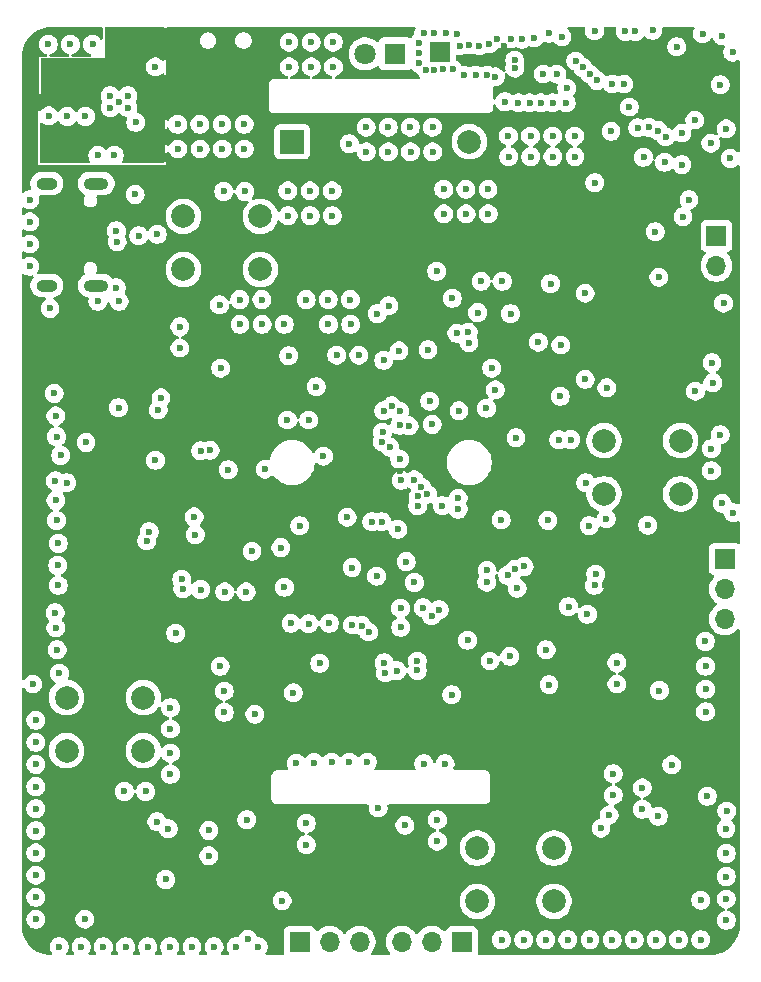
<source format=gbr>
%TF.GenerationSoftware,KiCad,Pcbnew,9.0.0*%
%TF.CreationDate,2025-06-27T17:55:49-04:00*%
%TF.ProjectId,shipwreckedpcb,73686970-7772-4656-936b-65647063622e,rev?*%
%TF.SameCoordinates,Original*%
%TF.FileFunction,Copper,L2,Inr*%
%TF.FilePolarity,Positive*%
%FSLAX46Y46*%
G04 Gerber Fmt 4.6, Leading zero omitted, Abs format (unit mm)*
G04 Created by KiCad (PCBNEW 9.0.0) date 2025-06-27 17:55:49*
%MOMM*%
%LPD*%
G01*
G04 APERTURE LIST*
%TA.AperFunction,ComponentPad*%
%ADD10C,1.800000*%
%TD*%
%TA.AperFunction,ComponentPad*%
%ADD11R,1.800000X1.800000*%
%TD*%
%TA.AperFunction,ComponentPad*%
%ADD12R,1.700000X1.700000*%
%TD*%
%TA.AperFunction,ComponentPad*%
%ADD13R,2.000000X2.000000*%
%TD*%
%TA.AperFunction,ComponentPad*%
%ADD14C,2.000000*%
%TD*%
%TA.AperFunction,ComponentPad*%
%ADD15O,1.700000X1.700000*%
%TD*%
%TA.AperFunction,HeatsinkPad*%
%ADD16O,2.100000X1.000000*%
%TD*%
%TA.AperFunction,HeatsinkPad*%
%ADD17O,1.800000X1.000000*%
%TD*%
%TA.AperFunction,ComponentPad*%
%ADD18C,0.600000*%
%TD*%
%TA.AperFunction,ViaPad*%
%ADD19C,0.600000*%
%TD*%
G04 APERTURE END LIST*
D10*
%TO.N,/RGB_DIN*%
%TO.C,D5*%
X145735000Y-64950000D03*
D11*
%TO.N,Earth*%
X148275000Y-64950000D03*
%TD*%
D12*
%TO.N,Net-(AE1-A)*%
%TO.C,AE1*%
X152050000Y-64800000D03*
%TD*%
D13*
%TO.N,/BT Power*%
%TO.C,BT1*%
X139555000Y-72385000D03*
D14*
%TO.N,Earth*%
X154545000Y-72385000D03*
%TD*%
D12*
%TO.N,/GPIO28_ADC2_BUZZER*%
%TO.C,BZ1*%
X175475000Y-80350000D03*
D15*
%TO.N,Earth*%
X175475000Y-82890000D03*
%TD*%
D16*
%TO.N,Net-(J1-SHIELD)*%
%TO.C,J1*%
X122965000Y-84570000D03*
D17*
X118785000Y-84570000D03*
D16*
X122965000Y-75930000D03*
D17*
X118785000Y-75930000D03*
%TD*%
D12*
%TO.N,/RP_SWCLK*%
%TO.C,J5*%
X176175000Y-107725000D03*
D15*
%TO.N,Earth*%
X176175000Y-110265000D03*
%TO.N,/RP_SWDIO*%
X176175000Y-112805000D03*
%TD*%
D12*
%TO.N,Earth*%
%TO.C,J8*%
X153915147Y-140125000D03*
D15*
%TO.N,/B2B_TX*%
X151375147Y-140125000D03*
%TO.N,/B2B_DCT*%
X148835147Y-140125000D03*
%TD*%
D12*
%TO.N,Earth*%
%TO.C,J9*%
X140184853Y-140125000D03*
D15*
%TO.N,/B2B_RX*%
X142724853Y-140125000D03*
%TO.N,Earth*%
X145264853Y-140125000D03*
%TD*%
D14*
%TO.N,Earth*%
%TO.C,SW11*%
X155221264Y-132200000D03*
X161721264Y-132200000D03*
%TO.N,/BUTT_9*%
X155221264Y-136700000D03*
X161721264Y-136700000D03*
%TD*%
%TO.N,Earth*%
%TO.C,SW13*%
X165950000Y-97700000D03*
X172450000Y-97700000D03*
%TO.N,/BUTT_11*%
X165950000Y-102200000D03*
X172450000Y-102200000D03*
%TD*%
%TO.N,Earth*%
%TO.C,SW15*%
X130350000Y-78700000D03*
X136850000Y-78700000D03*
%TO.N,/BUTT_13*%
X130350000Y-83200000D03*
X136850000Y-83200000D03*
%TD*%
%TO.N,Earth*%
%TO.C,SW17*%
X126950000Y-123950000D03*
X120450000Y-123950000D03*
%TO.N,/BUTT_15*%
X126950000Y-119450000D03*
X120450000Y-119450000D03*
%TD*%
D18*
%TO.N,Earth*%
%TO.C,U4*%
X124150000Y-68500000D03*
X125650000Y-68500000D03*
X124900000Y-69000000D03*
X124150000Y-69500000D03*
X125650000Y-69500000D03*
%TD*%
D19*
%TO.N,Earth*%
X133500000Y-91550000D03*
X139250000Y-90500000D03*
X166550000Y-71500000D03*
%TO.N,/SX_XTA*%
X168100000Y-69450000D03*
X170080864Y-62949999D03*
%TO.N,Earth*%
X150300000Y-64000000D03*
X150250000Y-64900000D03*
X150300000Y-65750000D03*
X153150000Y-66250000D03*
X152350000Y-66250000D03*
X156050000Y-66750000D03*
X158400000Y-66150000D03*
X162400000Y-63500000D03*
X165150000Y-63000000D03*
%TO.N,+3V3*%
X169136765Y-65913235D03*
%TO.N,Earth*%
X174300000Y-63250000D03*
%TO.N,/RGB_DIN*%
X151050000Y-90000000D03*
X161200000Y-104450000D03*
%TO.N,Earth*%
X176850000Y-64800000D03*
X143047222Y-66050000D03*
X141173611Y-66050000D03*
X143031944Y-63950000D03*
X139300000Y-66050000D03*
X141158333Y-63950000D03*
X139284722Y-63950000D03*
X176650000Y-73800000D03*
X175000000Y-72500000D03*
X176300000Y-71300000D03*
%TO.N,+3V3*%
X175650000Y-70250000D03*
%TO.N,Earth*%
X156900000Y-63650000D03*
%TO.N,+3V3*%
X157500000Y-64250000D03*
%TO.N,Earth*%
X163550000Y-65550000D03*
X164150000Y-66100000D03*
X164750000Y-66650000D03*
X165350000Y-67200000D03*
X166650000Y-67500000D03*
X167650000Y-67500000D03*
X162750000Y-69100000D03*
X161600000Y-69100000D03*
X160600000Y-69100000D03*
X159650000Y-69100000D03*
X158700000Y-69100000D03*
X157550000Y-69000000D03*
X156750000Y-66900000D03*
X155100000Y-66750000D03*
X154100000Y-66750000D03*
X151600000Y-66300000D03*
X150900000Y-66300000D03*
X150700000Y-63200000D03*
X151600000Y-63150000D03*
X152550000Y-63150000D03*
X153500000Y-63250000D03*
X153750000Y-64250000D03*
X154500000Y-64200000D03*
X155400000Y-64250000D03*
X156250000Y-64100000D03*
X158100000Y-63650000D03*
X159000000Y-63700000D03*
X161300000Y-63200000D03*
X167750000Y-63050000D03*
X172100000Y-64350000D03*
X175950000Y-63400000D03*
X175800000Y-67550000D03*
%TO.N,/SX_DIO2*%
X173650000Y-70550000D03*
X162800000Y-67850000D03*
%TO.N,/SX_NSS*%
X168800000Y-71200000D03*
X171080331Y-74119669D03*
%TO.N,/SPI_MOSI*%
X170536226Y-71437697D03*
%TO.N,/SPI_CLK*%
X172550000Y-74324265D03*
X169762500Y-71162500D03*
%TO.N,/SPI_MISO*%
X171175735Y-71975735D03*
X173150000Y-77302347D03*
%TO.N,Earth*%
X143326388Y-90450000D03*
X145200000Y-90450000D03*
X155550000Y-84200000D03*
X157350000Y-84200000D03*
X133750000Y-76600000D03*
X135550000Y-76600000D03*
X123100000Y-85900000D03*
X124900000Y-85900000D03*
X130050000Y-88050000D03*
X130050000Y-89850000D03*
X139150000Y-95950000D03*
X140950000Y-95950000D03*
X133850000Y-110500000D03*
X135650000Y-110500000D03*
X125350000Y-127400000D03*
X127150000Y-127400000D03*
X129250000Y-124150000D03*
X129250000Y-125950000D03*
X129250000Y-120300000D03*
X129250000Y-122100000D03*
X133800000Y-118900000D03*
X133800000Y-120700000D03*
X150700000Y-125050000D03*
X152500000Y-125050000D03*
X151850000Y-129800000D03*
X151850000Y-131600000D03*
X140750000Y-130100000D03*
X140750000Y-131900000D03*
X169200000Y-127100000D03*
X169200000Y-128900000D03*
X166750000Y-125900000D03*
X166750000Y-127700000D03*
X167050000Y-116500000D03*
X167050000Y-118300000D03*
X176284722Y-130550000D03*
X176300000Y-136500000D03*
X176300000Y-132650000D03*
X176300000Y-134600000D03*
X176300000Y-138300000D03*
X174534722Y-114700000D03*
X174550000Y-120650000D03*
X174550000Y-116800000D03*
X174550000Y-118750000D03*
X122650000Y-64150000D03*
X118902778Y-64150000D03*
X120776389Y-64150000D03*
X117350000Y-77300000D03*
X117350000Y-81047222D03*
X117350000Y-82920833D03*
X117350000Y-79173611D03*
X154261111Y-76400000D03*
X152387500Y-76400000D03*
X156134722Y-76400000D03*
X156150000Y-78500000D03*
X152402778Y-78500000D03*
X154276389Y-78500000D03*
X141061111Y-76550000D03*
X139187500Y-76550000D03*
X142934722Y-76550000D03*
X142950000Y-78650000D03*
X139202778Y-78650000D03*
X141076389Y-78650000D03*
X117850000Y-132602778D03*
X117850000Y-136350000D03*
X117850000Y-130729167D03*
X117850000Y-138223611D03*
X117850000Y-134476389D03*
X117850000Y-128855555D03*
X117850000Y-125108333D03*
X117850000Y-121361111D03*
X117850000Y-123234722D03*
X117850000Y-126981944D03*
X125447222Y-140550000D03*
X121700000Y-140550000D03*
X127320833Y-140550000D03*
X119826389Y-140550000D03*
X123573611Y-140550000D03*
X129194445Y-140550000D03*
X132941667Y-140550000D03*
X136688889Y-140550000D03*
X134815278Y-140550000D03*
X131068056Y-140550000D03*
X162897222Y-139950000D03*
X159150000Y-139950000D03*
X164770833Y-139950000D03*
X157276389Y-139950000D03*
X161023611Y-139950000D03*
X166644445Y-139950000D03*
X170391667Y-139950000D03*
X174138889Y-139950000D03*
X172265278Y-139950000D03*
X168518056Y-139950000D03*
X140737499Y-85750000D03*
X136990277Y-85750000D03*
X142611110Y-85750000D03*
X135116666Y-85750000D03*
X138879166Y-87850000D03*
X142626388Y-87850000D03*
X135131944Y-87850000D03*
X137005555Y-87850000D03*
X144500000Y-87850000D03*
X144484722Y-85750000D03*
X135484722Y-70900000D03*
X131737500Y-70900000D03*
X129863889Y-70900000D03*
X133611111Y-70900000D03*
X135500000Y-73000000D03*
X133626389Y-73000000D03*
X129879167Y-73000000D03*
X131752778Y-73000000D03*
X151434722Y-71150000D03*
X147687500Y-71150000D03*
X145813889Y-71150000D03*
X149561111Y-71150000D03*
X151450000Y-73250000D03*
X149576389Y-73250000D03*
X145829167Y-73250000D03*
X147702778Y-73250000D03*
X163484722Y-71900000D03*
X159737500Y-71900000D03*
X157863889Y-71900000D03*
X161611111Y-71900000D03*
X163500000Y-73650000D03*
X161626389Y-73650000D03*
X157879167Y-73650000D03*
X159752778Y-73650000D03*
%TO.N,/BUTT_15*%
X129700000Y-114000000D03*
X127238202Y-106170905D03*
%TO.N,/BUTT_10*%
X127452000Y-105400000D03*
X131800000Y-110300000D03*
%TO.N,Earth*%
X174150000Y-136600000D03*
X170650000Y-118850000D03*
X154400000Y-114600000D03*
X139650000Y-119050000D03*
X119700000Y-108250000D03*
X158500000Y-97450000D03*
X117600000Y-118300000D03*
X145900000Y-124900000D03*
X175100000Y-91100000D03*
X146750000Y-86950000D03*
X126250000Y-76850000D03*
X176350000Y-129050000D03*
X174700000Y-127800000D03*
X175800000Y-97200000D03*
X138900000Y-110100000D03*
X148750000Y-113500000D03*
X148500735Y-105199265D03*
X140950000Y-113200000D03*
X138600000Y-106750000D03*
X153600000Y-103500000D03*
X119600000Y-97350000D03*
X124850000Y-94900000D03*
X166385570Y-129385570D03*
X141400000Y-124950000D03*
X123100000Y-73550000D03*
X122000000Y-138200000D03*
X161050000Y-115400000D03*
X128850000Y-134850000D03*
X162950000Y-111750000D03*
X136150000Y-107050000D03*
X122100000Y-97850000D03*
X119850000Y-117400000D03*
X135800000Y-139900000D03*
X164350000Y-85200000D03*
X151800000Y-83350000D03*
X164350000Y-92500000D03*
X142200000Y-99000000D03*
X157250000Y-104400000D03*
X142700000Y-113150000D03*
X130300000Y-110250000D03*
X162250000Y-93950000D03*
X120450000Y-101250000D03*
X142900000Y-124900000D03*
X134150000Y-100150000D03*
X144400000Y-72550000D03*
X171700000Y-125150000D03*
X163150000Y-97600000D03*
X132500000Y-130700000D03*
X149100000Y-130250000D03*
X162300000Y-89600000D03*
X132500000Y-132850000D03*
X128200000Y-95100000D03*
X137250000Y-100100000D03*
X176076000Y-86050000D03*
X165150000Y-109951473D03*
X122050000Y-70250000D03*
X124650000Y-84750000D03*
X129050000Y-130550000D03*
X170300000Y-80000000D03*
X148650000Y-99275000D03*
X126550000Y-80350000D03*
X133400000Y-86200000D03*
X169650000Y-104850000D03*
X119050000Y-86500000D03*
X175950000Y-103000000D03*
X120500000Y-70250000D03*
X170550000Y-129500000D03*
X139900000Y-125000000D03*
X161300000Y-118350000D03*
X118950000Y-70200000D03*
X144400000Y-124900000D03*
X139450000Y-113150000D03*
X138700000Y-136650000D03*
X170600000Y-83850000D03*
X124500000Y-73550000D03*
%TO.N,/GPIO28_ADC2_BUZZER*%
X153600000Y-102550000D03*
X155250000Y-86850000D03*
X152250000Y-103200000D03*
X146695739Y-109167820D03*
X153500000Y-88600000D03*
%TO.N,+3V3*%
X128900000Y-132600000D03*
X174700000Y-125400000D03*
X149850000Y-129600000D03*
X119250000Y-91900000D03*
X145750000Y-85650000D03*
X162950000Y-95100000D03*
X132600000Y-100300000D03*
X143600000Y-110900000D03*
X129200000Y-111700000D03*
X168850000Y-76950000D03*
X124700000Y-100450000D03*
X170550000Y-75750000D03*
X169100000Y-101000000D03*
X126050000Y-94750000D03*
X167750000Y-129550000D03*
X166050000Y-109900000D03*
X165750000Y-91100000D03*
X119650000Y-66425000D03*
X154400000Y-112250000D03*
X120550000Y-66425000D03*
X151550000Y-87000000D03*
X162800000Y-86450000D03*
X119000000Y-88300000D03*
X167882388Y-108281861D03*
X160850000Y-122000000D03*
X143300000Y-99700000D03*
X120700000Y-72700000D03*
X144700000Y-130450000D03*
X118750000Y-66425000D03*
X140950000Y-111650000D03*
X170000000Y-76950000D03*
X167650000Y-84700000D03*
X162900000Y-90800000D03*
X119200000Y-90100000D03*
X153150000Y-107450000D03*
X147505000Y-111004771D03*
X142225000Y-106926472D03*
X148700000Y-100250000D03*
%TO.N,+BATT*%
X126300000Y-70750000D03*
X127975000Y-66050000D03*
%TO.N,+5V*%
X165175000Y-75850000D03*
X128125000Y-80225000D03*
%TO.N,/DISP_PREVGL*%
X153050000Y-119200000D03*
X141893477Y-116543477D03*
%TO.N,/USB_DM*%
X124725000Y-80850000D03*
X131801470Y-98550000D03*
%TO.N,/USB_DP*%
X124675000Y-79925000D03*
X132600000Y-98500000D03*
%TO.N,/SPI_MOSI*%
X175175000Y-92800000D03*
X151350000Y-112500000D03*
X150150000Y-117150000D03*
%TO.N,/DISP_RST*%
X145450000Y-113351976D03*
X147450000Y-117350000D03*
%TO.N,/SPI_CLK*%
X173700000Y-93500000D03*
X152000000Y-112000000D03*
X150150000Y-116350000D03*
X162124448Y-97627522D03*
%TO.N,/DISP_BUSY*%
X148425735Y-117175735D03*
X144651503Y-113302973D03*
%TO.N,/DISP_DC*%
X146032813Y-113900000D03*
X147350000Y-116500000D03*
%TO.N,/GPIO13*%
X119750000Y-109950000D03*
X151004608Y-102240104D03*
%TO.N,/GPIO6*%
X147184251Y-97799847D03*
X119400000Y-93700000D03*
%TO.N,/GPIO10*%
X119550000Y-102751000D03*
X150495296Y-101623172D03*
%TO.N,/GPIO11*%
X150225558Y-102421987D03*
X119600000Y-104450000D03*
%TO.N,/GPIO7*%
X147838480Y-98260264D03*
X119550000Y-95600000D03*
%TO.N,/GPIO12*%
X119750000Y-106400000D03*
X150175864Y-103220445D03*
%TO.N,/GPIO29_ADC3*%
X133450000Y-116800000D03*
X119650000Y-115400000D03*
%TO.N,/GPIO8*%
X119950000Y-98950000D03*
X148775000Y-101048000D03*
%TO.N,/GPIO9*%
X119500000Y-101100000D03*
X149883451Y-101023172D03*
%TO.N,/GPIO15*%
X119550000Y-113550000D03*
X147129944Y-104550000D03*
%TO.N,/GPIO14*%
X119475735Y-112274265D03*
X146300000Y-104550000D03*
%TO.N,/SPI_MISO*%
X150650000Y-111850000D03*
X176899265Y-103799265D03*
%TO.N,/I2C_SDA*%
X147992243Y-94751000D03*
X154450000Y-88500000D03*
X175050000Y-98375000D03*
%TO.N,/I2C_SCL*%
X154525000Y-89423530D03*
X147300000Y-90900000D03*
X147300000Y-95152000D03*
X175050000Y-100250000D03*
%TO.N,/RP_SWCLK*%
X156049081Y-108674713D03*
%TO.N,/RP_SWDIO*%
X156031049Y-109667480D03*
%TO.N,/IO_A0*%
X160400000Y-89350000D03*
X158038235Y-86938235D03*
%TO.N,/BUTT_1*%
X157795265Y-109100856D03*
X128100000Y-129950000D03*
%TO.N,/BUTT_2*%
X158409413Y-108588190D03*
X146825000Y-128800000D03*
%TO.N,/BUTT_3*%
X165700000Y-130500000D03*
X159184500Y-108350000D03*
%TO.N,/BUTT_4*%
X164400000Y-101250000D03*
X155999735Y-94948263D03*
X164550000Y-112400000D03*
%TO.N,/BUTT_5*%
X156750000Y-93400000D03*
X166200000Y-93225000D03*
%TO.N,/BUTT_6*%
X156450000Y-91550000D03*
X147725000Y-86275000D03*
X153100000Y-85650000D03*
%TO.N,/BUTT_7*%
X128450000Y-94075000D03*
X149449265Y-96450735D03*
X148600000Y-90100000D03*
%TO.N,/BUTT_8*%
X130200000Y-109450000D03*
X148648528Y-96400000D03*
X148654361Y-95200000D03*
%TO.N,/B2B_DCT*%
X156300000Y-116350000D03*
X144620029Y-108437264D03*
X157987699Y-115950000D03*
%TO.N,/BUTT_9*%
X164700000Y-104900000D03*
X151401666Y-96326001D03*
%TO.N,/BUTT_10*%
X135712000Y-129788000D03*
%TO.N,/BUTT_11*%
X151200182Y-94351655D03*
%TO.N,/BUTT_12*%
X166150000Y-104300000D03*
X165249265Y-108999265D03*
X153675000Y-95173527D03*
%TO.N,/BUTT_13*%
X141600000Y-93125000D03*
%TO.N,/BUTT_14*%
X161425000Y-84400000D03*
%TO.N,/BUTT_16*%
X127975000Y-99350000D03*
%TO.N,/SX_BUSY*%
X172549236Y-71650764D03*
X149208588Y-107935278D03*
%TO.N,/SX_DIO1*%
X169300000Y-73700000D03*
X149905000Y-109704203D03*
%TO.N,/SX_NSS*%
X148725000Y-111873528D03*
X172642185Y-78742185D03*
%TO.N,/QSPI_SCLK*%
X140180864Y-104899999D03*
X131350000Y-105650000D03*
%TO.N,/B2B_TX*%
X158600000Y-110184372D03*
%TO.N,/QSPI_SD3*%
X131250000Y-104155000D03*
X144200920Y-104168676D03*
%TO.N,/B2B_RX*%
X136400000Y-120850000D03*
X147200000Y-97000000D03*
%TO.N,Earth*%
X168600000Y-63050000D03*
X160800000Y-66650000D03*
X161950000Y-66650000D03*
X160050000Y-63600000D03*
X158400000Y-65500000D03*
%TD*%
%TA.AperFunction,Conductor*%
%TO.N,+3V3*%
G36*
X123468039Y-62670185D02*
G01*
X123513794Y-62722989D01*
X123525000Y-62774500D01*
X123525000Y-63609894D01*
X123505315Y-63676933D01*
X123452511Y-63722688D01*
X123383353Y-63732632D01*
X123319797Y-63703607D01*
X123297898Y-63678785D01*
X123271789Y-63639711D01*
X123271786Y-63639707D01*
X123160292Y-63528213D01*
X123160288Y-63528210D01*
X123029185Y-63440609D01*
X123029172Y-63440602D01*
X122883501Y-63380264D01*
X122883489Y-63380261D01*
X122728845Y-63349500D01*
X122728842Y-63349500D01*
X122571158Y-63349500D01*
X122571155Y-63349500D01*
X122416510Y-63380261D01*
X122416498Y-63380264D01*
X122270827Y-63440602D01*
X122270814Y-63440609D01*
X122139711Y-63528210D01*
X122139707Y-63528213D01*
X122028213Y-63639707D01*
X122028210Y-63639711D01*
X121940609Y-63770814D01*
X121940602Y-63770827D01*
X121880264Y-63916498D01*
X121880261Y-63916510D01*
X121849500Y-64071153D01*
X121849500Y-64228846D01*
X121880261Y-64383489D01*
X121880264Y-64383501D01*
X121940602Y-64529172D01*
X121940609Y-64529185D01*
X122028210Y-64660288D01*
X122028213Y-64660292D01*
X122139707Y-64771786D01*
X122139711Y-64771789D01*
X122270814Y-64859390D01*
X122270827Y-64859397D01*
X122411522Y-64917674D01*
X122416503Y-64919737D01*
X122438437Y-64924100D01*
X122464994Y-64929383D01*
X122526905Y-64961768D01*
X122561479Y-65022483D01*
X122557740Y-65092253D01*
X122516873Y-65148925D01*
X122451855Y-65174506D01*
X122440803Y-65175000D01*
X120985586Y-65175000D01*
X120918547Y-65155315D01*
X120872792Y-65102511D01*
X120862848Y-65033353D01*
X120891873Y-64969797D01*
X120950651Y-64932023D01*
X120961395Y-64929383D01*
X120982998Y-64925085D01*
X121009886Y-64919737D01*
X121155568Y-64859394D01*
X121286678Y-64771789D01*
X121398178Y-64660289D01*
X121485783Y-64529179D01*
X121546126Y-64383497D01*
X121576889Y-64228842D01*
X121576889Y-64071158D01*
X121576889Y-64071155D01*
X121576888Y-64071153D01*
X121568754Y-64030263D01*
X121546126Y-63916503D01*
X121543552Y-63910288D01*
X121485786Y-63770827D01*
X121485779Y-63770814D01*
X121398178Y-63639711D01*
X121398175Y-63639707D01*
X121286681Y-63528213D01*
X121286677Y-63528210D01*
X121155574Y-63440609D01*
X121155561Y-63440602D01*
X121009890Y-63380264D01*
X121009878Y-63380261D01*
X120855234Y-63349500D01*
X120855231Y-63349500D01*
X120697547Y-63349500D01*
X120697544Y-63349500D01*
X120542899Y-63380261D01*
X120542887Y-63380264D01*
X120397216Y-63440602D01*
X120397203Y-63440609D01*
X120266100Y-63528210D01*
X120266096Y-63528213D01*
X120154602Y-63639707D01*
X120154599Y-63639711D01*
X120066998Y-63770814D01*
X120066991Y-63770827D01*
X120006653Y-63916498D01*
X120006650Y-63916510D01*
X119975889Y-64071153D01*
X119975889Y-64228846D01*
X120006650Y-64383489D01*
X120006653Y-64383501D01*
X120066991Y-64529172D01*
X120066998Y-64529185D01*
X120154599Y-64660288D01*
X120154602Y-64660292D01*
X120266096Y-64771786D01*
X120266100Y-64771789D01*
X120397203Y-64859390D01*
X120397216Y-64859397D01*
X120537911Y-64917674D01*
X120542892Y-64919737D01*
X120564826Y-64924100D01*
X120591383Y-64929383D01*
X120653294Y-64961768D01*
X120687868Y-65022483D01*
X120684129Y-65092253D01*
X120643262Y-65148925D01*
X120578244Y-65174506D01*
X120567192Y-65175000D01*
X119111975Y-65175000D01*
X119044936Y-65155315D01*
X118999181Y-65102511D01*
X118989237Y-65033353D01*
X119018262Y-64969797D01*
X119077040Y-64932023D01*
X119087784Y-64929383D01*
X119109387Y-64925085D01*
X119136275Y-64919737D01*
X119281957Y-64859394D01*
X119413067Y-64771789D01*
X119524567Y-64660289D01*
X119612172Y-64529179D01*
X119672515Y-64383497D01*
X119703278Y-64228842D01*
X119703278Y-64071158D01*
X119703278Y-64071155D01*
X119703277Y-64071153D01*
X119695143Y-64030263D01*
X119672515Y-63916503D01*
X119669941Y-63910288D01*
X119612175Y-63770827D01*
X119612168Y-63770814D01*
X119524567Y-63639711D01*
X119524564Y-63639707D01*
X119413070Y-63528213D01*
X119413066Y-63528210D01*
X119281963Y-63440609D01*
X119281950Y-63440602D01*
X119136279Y-63380264D01*
X119136267Y-63380261D01*
X118981623Y-63349500D01*
X118981620Y-63349500D01*
X118823936Y-63349500D01*
X118823933Y-63349500D01*
X118669288Y-63380261D01*
X118669276Y-63380264D01*
X118523605Y-63440602D01*
X118523592Y-63440609D01*
X118392489Y-63528210D01*
X118392485Y-63528213D01*
X118280991Y-63639707D01*
X118280988Y-63639711D01*
X118193387Y-63770814D01*
X118193380Y-63770827D01*
X118133042Y-63916498D01*
X118133039Y-63916510D01*
X118102278Y-64071153D01*
X118102278Y-64228846D01*
X118133039Y-64383489D01*
X118133042Y-64383501D01*
X118193380Y-64529172D01*
X118193387Y-64529185D01*
X118280988Y-64660288D01*
X118280991Y-64660292D01*
X118392485Y-64771786D01*
X118392489Y-64771789D01*
X118523592Y-64859390D01*
X118523605Y-64859397D01*
X118664300Y-64917674D01*
X118669281Y-64919737D01*
X118691215Y-64924100D01*
X118717772Y-64929383D01*
X118779683Y-64961768D01*
X118814257Y-65022483D01*
X118810518Y-65092253D01*
X118769651Y-65148925D01*
X118704633Y-65174506D01*
X118693581Y-65175000D01*
X118100000Y-65175000D01*
X118100000Y-68375000D01*
X118250000Y-68375000D01*
X118250000Y-65449000D01*
X118269685Y-65381961D01*
X118322489Y-65336206D01*
X118374000Y-65325000D01*
X123725000Y-65325000D01*
X123725000Y-62774500D01*
X123744685Y-62707461D01*
X123797489Y-62661706D01*
X123849000Y-62650500D01*
X128626000Y-62650500D01*
X128693039Y-62670185D01*
X128738794Y-62722989D01*
X128750000Y-62774500D01*
X128750000Y-65393559D01*
X128730315Y-65460598D01*
X128677511Y-65506353D01*
X128608353Y-65516297D01*
X128544797Y-65487272D01*
X128538319Y-65481240D01*
X128485292Y-65428213D01*
X128485288Y-65428210D01*
X128354185Y-65340609D01*
X128354172Y-65340602D01*
X128208501Y-65280264D01*
X128208489Y-65280261D01*
X128053845Y-65249500D01*
X128053842Y-65249500D01*
X127896158Y-65249500D01*
X127896155Y-65249500D01*
X127741510Y-65280261D01*
X127741498Y-65280264D01*
X127595827Y-65340602D01*
X127595814Y-65340609D01*
X127464711Y-65428210D01*
X127464707Y-65428213D01*
X127353213Y-65539707D01*
X127353210Y-65539711D01*
X127265609Y-65670814D01*
X127265602Y-65670827D01*
X127205264Y-65816498D01*
X127205261Y-65816510D01*
X127174500Y-65971153D01*
X127174500Y-66128846D01*
X127205261Y-66283489D01*
X127205264Y-66283501D01*
X127265602Y-66429172D01*
X127265609Y-66429185D01*
X127353210Y-66560288D01*
X127353213Y-66560292D01*
X127464707Y-66671786D01*
X127464711Y-66671789D01*
X127595814Y-66759390D01*
X127595827Y-66759397D01*
X127741498Y-66819735D01*
X127741503Y-66819737D01*
X127874450Y-66846182D01*
X127896153Y-66850499D01*
X127896156Y-66850500D01*
X127896158Y-66850500D01*
X128053844Y-66850500D01*
X128053845Y-66850499D01*
X128208497Y-66819737D01*
X128354179Y-66759394D01*
X128485289Y-66671789D01*
X128508406Y-66648672D01*
X128538319Y-66618760D01*
X128599642Y-66585275D01*
X128669334Y-66590259D01*
X128725267Y-66632131D01*
X128749684Y-66697595D01*
X128750000Y-66706441D01*
X128750000Y-74076000D01*
X128730315Y-74143039D01*
X128677511Y-74188794D01*
X128626000Y-74200000D01*
X125260425Y-74200000D01*
X125193386Y-74180315D01*
X125147631Y-74127511D01*
X125137687Y-74058353D01*
X125157323Y-74007109D01*
X125209390Y-73929185D01*
X125209390Y-73929184D01*
X125209394Y-73929179D01*
X125212924Y-73920658D01*
X125233141Y-73871849D01*
X125269737Y-73783497D01*
X125300500Y-73628842D01*
X125300500Y-73471158D01*
X125300500Y-73471155D01*
X125300499Y-73471153D01*
X125299573Y-73466498D01*
X125269737Y-73316503D01*
X125264486Y-73303826D01*
X125209397Y-73170827D01*
X125209390Y-73170814D01*
X125121789Y-73039711D01*
X125121786Y-73039707D01*
X125010292Y-72928213D01*
X125010288Y-72928210D01*
X124879185Y-72840609D01*
X124879172Y-72840602D01*
X124733501Y-72780264D01*
X124733489Y-72780261D01*
X124578845Y-72749500D01*
X124578842Y-72749500D01*
X124421158Y-72749500D01*
X124421155Y-72749500D01*
X124266510Y-72780261D01*
X124266498Y-72780264D01*
X124120827Y-72840602D01*
X124120814Y-72840609D01*
X123989711Y-72928210D01*
X123989707Y-72928213D01*
X123887681Y-73030240D01*
X123826358Y-73063725D01*
X123756666Y-73058741D01*
X123712319Y-73030240D01*
X123610292Y-72928213D01*
X123610288Y-72928210D01*
X123479185Y-72840609D01*
X123479172Y-72840602D01*
X123333501Y-72780264D01*
X123333489Y-72780261D01*
X123178845Y-72749500D01*
X123178842Y-72749500D01*
X123021158Y-72749500D01*
X123021155Y-72749500D01*
X122866510Y-72780261D01*
X122866498Y-72780264D01*
X122720827Y-72840602D01*
X122720814Y-72840609D01*
X122589711Y-72928210D01*
X122589707Y-72928213D01*
X122478213Y-73039707D01*
X122478210Y-73039711D01*
X122390609Y-73170814D01*
X122390602Y-73170827D01*
X122330264Y-73316498D01*
X122330261Y-73316510D01*
X122299500Y-73471153D01*
X122299500Y-73628846D01*
X122330261Y-73783489D01*
X122330264Y-73783501D01*
X122390602Y-73929172D01*
X122390609Y-73929185D01*
X122442677Y-74007109D01*
X122463555Y-74073786D01*
X122445071Y-74141166D01*
X122393092Y-74187857D01*
X122339575Y-74200000D01*
X118324000Y-74200000D01*
X118256961Y-74180315D01*
X118211206Y-74127511D01*
X118200000Y-74076000D01*
X118200000Y-70881441D01*
X118219685Y-70814402D01*
X118272489Y-70768647D01*
X118341647Y-70758703D01*
X118405203Y-70787728D01*
X118411681Y-70793760D01*
X118439707Y-70821786D01*
X118439711Y-70821789D01*
X118570814Y-70909390D01*
X118570827Y-70909397D01*
X118707283Y-70965918D01*
X118716503Y-70969737D01*
X118871153Y-71000499D01*
X118871156Y-71000500D01*
X118871158Y-71000500D01*
X119028844Y-71000500D01*
X119028845Y-71000499D01*
X119183497Y-70969737D01*
X119301592Y-70920821D01*
X119329172Y-70909397D01*
X119329172Y-70909396D01*
X119329179Y-70909394D01*
X119460289Y-70821789D01*
X119571789Y-70710289D01*
X119605193Y-70660295D01*
X119658804Y-70615492D01*
X119728129Y-70606784D01*
X119791157Y-70636938D01*
X119811397Y-70660296D01*
X119878210Y-70760288D01*
X119878213Y-70760292D01*
X119989707Y-70871786D01*
X119989711Y-70871789D01*
X120120814Y-70959390D01*
X120120827Y-70959397D01*
X120220060Y-71000500D01*
X120266503Y-71019737D01*
X120421153Y-71050499D01*
X120421156Y-71050500D01*
X120421158Y-71050500D01*
X120578844Y-71050500D01*
X120578845Y-71050499D01*
X120733497Y-71019737D01*
X120879179Y-70959394D01*
X121010289Y-70871789D01*
X121121789Y-70760289D01*
X121168948Y-70689711D01*
X121171898Y-70685296D01*
X121225510Y-70640491D01*
X121294835Y-70631784D01*
X121357862Y-70661938D01*
X121378102Y-70685296D01*
X121428210Y-70760288D01*
X121428213Y-70760292D01*
X121539707Y-70871786D01*
X121539711Y-70871789D01*
X121670814Y-70959390D01*
X121670827Y-70959397D01*
X121770060Y-71000500D01*
X121816503Y-71019737D01*
X121971153Y-71050499D01*
X121971156Y-71050500D01*
X121971158Y-71050500D01*
X122128844Y-71050500D01*
X122128845Y-71050499D01*
X122283497Y-71019737D01*
X122429179Y-70959394D01*
X122560289Y-70871789D01*
X122671789Y-70760289D01*
X122759394Y-70629179D01*
X122763827Y-70618478D01*
X122775373Y-70590602D01*
X122819737Y-70483497D01*
X122850500Y-70328842D01*
X122850500Y-70171158D01*
X122850500Y-70171155D01*
X122850499Y-70171153D01*
X122830734Y-70071789D01*
X122819737Y-70016503D01*
X122817161Y-70010284D01*
X122759397Y-69870827D01*
X122759390Y-69870814D01*
X122671789Y-69739711D01*
X122671786Y-69739707D01*
X122560292Y-69628213D01*
X122560288Y-69628210D01*
X122429185Y-69540609D01*
X122429172Y-69540602D01*
X122283501Y-69480264D01*
X122283489Y-69480261D01*
X122128845Y-69449500D01*
X122128842Y-69449500D01*
X121971158Y-69449500D01*
X121971155Y-69449500D01*
X121816510Y-69480261D01*
X121816498Y-69480264D01*
X121670827Y-69540602D01*
X121670814Y-69540609D01*
X121539711Y-69628210D01*
X121539707Y-69628213D01*
X121428213Y-69739707D01*
X121428210Y-69739711D01*
X121378102Y-69814703D01*
X121324489Y-69859508D01*
X121255164Y-69868215D01*
X121192137Y-69838060D01*
X121171898Y-69814703D01*
X121121789Y-69739711D01*
X121121786Y-69739707D01*
X121010292Y-69628213D01*
X121010288Y-69628210D01*
X120879185Y-69540609D01*
X120879172Y-69540602D01*
X120733501Y-69480264D01*
X120733489Y-69480261D01*
X120578845Y-69449500D01*
X120578842Y-69449500D01*
X120421158Y-69449500D01*
X120421155Y-69449500D01*
X120266510Y-69480261D01*
X120266498Y-69480264D01*
X120120827Y-69540602D01*
X120120814Y-69540609D01*
X119989711Y-69628210D01*
X119989707Y-69628213D01*
X119878213Y-69739707D01*
X119878208Y-69739713D01*
X119844805Y-69789704D01*
X119791192Y-69834509D01*
X119721867Y-69843215D01*
X119658840Y-69813059D01*
X119638602Y-69789703D01*
X119571789Y-69689711D01*
X119571786Y-69689707D01*
X119460292Y-69578213D01*
X119460288Y-69578210D01*
X119329185Y-69490609D01*
X119329172Y-69490602D01*
X119183501Y-69430264D01*
X119183489Y-69430261D01*
X119028845Y-69399500D01*
X119028842Y-69399500D01*
X118871158Y-69399500D01*
X118871155Y-69399500D01*
X118716510Y-69430261D01*
X118716498Y-69430264D01*
X118570827Y-69490602D01*
X118570814Y-69490609D01*
X118439711Y-69578210D01*
X118439707Y-69578213D01*
X118328213Y-69689707D01*
X118328210Y-69689711D01*
X118291340Y-69744891D01*
X118237727Y-69789696D01*
X118188238Y-69800000D01*
X118050000Y-69800000D01*
X118050000Y-74350000D01*
X123018644Y-74350000D01*
X123021158Y-74350500D01*
X123178842Y-74350500D01*
X123181356Y-74350000D01*
X124409990Y-74350000D01*
X124420168Y-74350500D01*
X124421158Y-74350500D01*
X124579832Y-74350500D01*
X124590010Y-74350000D01*
X128900000Y-74350000D01*
X128900000Y-73351278D01*
X128919685Y-73284239D01*
X128972489Y-73238484D01*
X129041647Y-73228540D01*
X129105203Y-73257565D01*
X129138561Y-73303826D01*
X129169769Y-73379173D01*
X129169776Y-73379185D01*
X129257377Y-73510288D01*
X129257380Y-73510292D01*
X129368874Y-73621786D01*
X129368878Y-73621789D01*
X129499981Y-73709390D01*
X129499994Y-73709397D01*
X129623896Y-73760718D01*
X129645670Y-73769737D01*
X129768663Y-73794202D01*
X129800320Y-73800499D01*
X129800323Y-73800500D01*
X129800325Y-73800500D01*
X129958011Y-73800500D01*
X129958012Y-73800499D01*
X130112664Y-73769737D01*
X130258346Y-73709394D01*
X130389456Y-73621789D01*
X130500956Y-73510289D01*
X130588561Y-73379179D01*
X130595466Y-73362510D01*
X130625170Y-73290797D01*
X130648904Y-73233497D01*
X130679667Y-73078842D01*
X130679667Y-72921158D01*
X130679667Y-72921155D01*
X130679666Y-72921153D01*
X130952278Y-72921153D01*
X130952278Y-73078846D01*
X130983039Y-73233489D01*
X130983042Y-73233501D01*
X131043380Y-73379172D01*
X131043387Y-73379185D01*
X131130988Y-73510288D01*
X131130991Y-73510292D01*
X131242485Y-73621786D01*
X131242489Y-73621789D01*
X131373592Y-73709390D01*
X131373605Y-73709397D01*
X131497507Y-73760718D01*
X131519281Y-73769737D01*
X131642274Y-73794202D01*
X131673931Y-73800499D01*
X131673934Y-73800500D01*
X131673936Y-73800500D01*
X131831622Y-73800500D01*
X131831623Y-73800499D01*
X131986275Y-73769737D01*
X132131957Y-73709394D01*
X132263067Y-73621789D01*
X132374567Y-73510289D01*
X132462172Y-73379179D01*
X132469077Y-73362510D01*
X132498781Y-73290797D01*
X132522515Y-73233497D01*
X132553278Y-73078842D01*
X132553278Y-72921158D01*
X132553278Y-72921155D01*
X132553277Y-72921153D01*
X132825889Y-72921153D01*
X132825889Y-73078846D01*
X132856650Y-73233489D01*
X132856653Y-73233501D01*
X132916991Y-73379172D01*
X132916998Y-73379185D01*
X133004599Y-73510288D01*
X133004602Y-73510292D01*
X133116096Y-73621786D01*
X133116100Y-73621789D01*
X133247203Y-73709390D01*
X133247216Y-73709397D01*
X133371118Y-73760718D01*
X133392892Y-73769737D01*
X133515885Y-73794202D01*
X133547542Y-73800499D01*
X133547545Y-73800500D01*
X133547547Y-73800500D01*
X133705233Y-73800500D01*
X133705234Y-73800499D01*
X133859886Y-73769737D01*
X134005568Y-73709394D01*
X134136678Y-73621789D01*
X134248178Y-73510289D01*
X134335783Y-73379179D01*
X134342688Y-73362510D01*
X134372392Y-73290797D01*
X134396126Y-73233497D01*
X134426889Y-73078842D01*
X134426889Y-72921158D01*
X134426889Y-72921155D01*
X134426888Y-72921153D01*
X134699500Y-72921153D01*
X134699500Y-73078846D01*
X134730261Y-73233489D01*
X134730264Y-73233501D01*
X134790602Y-73379172D01*
X134790609Y-73379185D01*
X134878210Y-73510288D01*
X134878213Y-73510292D01*
X134989707Y-73621786D01*
X134989711Y-73621789D01*
X135120814Y-73709390D01*
X135120827Y-73709397D01*
X135244729Y-73760718D01*
X135266503Y-73769737D01*
X135389496Y-73794202D01*
X135421153Y-73800499D01*
X135421156Y-73800500D01*
X135421158Y-73800500D01*
X135578844Y-73800500D01*
X135578845Y-73800499D01*
X135733497Y-73769737D01*
X135879179Y-73709394D01*
X136010289Y-73621789D01*
X136121789Y-73510289D01*
X136209394Y-73379179D01*
X136216299Y-73362510D01*
X136246003Y-73290797D01*
X136269737Y-73233497D01*
X136300500Y-73078842D01*
X136300500Y-72921158D01*
X136300500Y-72921155D01*
X136300499Y-72921153D01*
X136284642Y-72841437D01*
X136269737Y-72766503D01*
X136261025Y-72745470D01*
X136209397Y-72620827D01*
X136209390Y-72620814D01*
X136121789Y-72489711D01*
X136121786Y-72489707D01*
X136010292Y-72378213D01*
X136010288Y-72378210D01*
X135879185Y-72290609D01*
X135879172Y-72290602D01*
X135733501Y-72230264D01*
X135733489Y-72230261D01*
X135578845Y-72199500D01*
X135578842Y-72199500D01*
X135421158Y-72199500D01*
X135421155Y-72199500D01*
X135266510Y-72230261D01*
X135266498Y-72230264D01*
X135120827Y-72290602D01*
X135120814Y-72290609D01*
X134989711Y-72378210D01*
X134989707Y-72378213D01*
X134878213Y-72489707D01*
X134878210Y-72489711D01*
X134790609Y-72620814D01*
X134790602Y-72620827D01*
X134730264Y-72766498D01*
X134730261Y-72766510D01*
X134699500Y-72921153D01*
X134426888Y-72921153D01*
X134411031Y-72841437D01*
X134396126Y-72766503D01*
X134387414Y-72745470D01*
X134335786Y-72620827D01*
X134335779Y-72620814D01*
X134248178Y-72489711D01*
X134248175Y-72489707D01*
X134136681Y-72378213D01*
X134136677Y-72378210D01*
X134005574Y-72290609D01*
X134005561Y-72290602D01*
X133859890Y-72230264D01*
X133859878Y-72230261D01*
X133705234Y-72199500D01*
X133705231Y-72199500D01*
X133547547Y-72199500D01*
X133547544Y-72199500D01*
X133392899Y-72230261D01*
X133392887Y-72230264D01*
X133247216Y-72290602D01*
X133247203Y-72290609D01*
X133116100Y-72378210D01*
X133116096Y-72378213D01*
X133004602Y-72489707D01*
X133004599Y-72489711D01*
X132916998Y-72620814D01*
X132916991Y-72620827D01*
X132856653Y-72766498D01*
X132856650Y-72766510D01*
X132825889Y-72921153D01*
X132553277Y-72921153D01*
X132537420Y-72841437D01*
X132522515Y-72766503D01*
X132513803Y-72745470D01*
X132462175Y-72620827D01*
X132462168Y-72620814D01*
X132374567Y-72489711D01*
X132374564Y-72489707D01*
X132263070Y-72378213D01*
X132263066Y-72378210D01*
X132131963Y-72290609D01*
X132131950Y-72290602D01*
X131986279Y-72230264D01*
X131986267Y-72230261D01*
X131831623Y-72199500D01*
X131831620Y-72199500D01*
X131673936Y-72199500D01*
X131673933Y-72199500D01*
X131519288Y-72230261D01*
X131519276Y-72230264D01*
X131373605Y-72290602D01*
X131373592Y-72290609D01*
X131242489Y-72378210D01*
X131242485Y-72378213D01*
X131130991Y-72489707D01*
X131130988Y-72489711D01*
X131043387Y-72620814D01*
X131043380Y-72620827D01*
X130983042Y-72766498D01*
X130983039Y-72766510D01*
X130952278Y-72921153D01*
X130679666Y-72921153D01*
X130663809Y-72841437D01*
X130648904Y-72766503D01*
X130640192Y-72745470D01*
X130588564Y-72620827D01*
X130588557Y-72620814D01*
X130500956Y-72489711D01*
X130500953Y-72489707D01*
X130389459Y-72378213D01*
X130389455Y-72378210D01*
X130258352Y-72290609D01*
X130258339Y-72290602D01*
X130112668Y-72230264D01*
X130112656Y-72230261D01*
X129958012Y-72199500D01*
X129958009Y-72199500D01*
X129800325Y-72199500D01*
X129800322Y-72199500D01*
X129645677Y-72230261D01*
X129645665Y-72230264D01*
X129499994Y-72290602D01*
X129499981Y-72290609D01*
X129368878Y-72378210D01*
X129368874Y-72378213D01*
X129257380Y-72489707D01*
X129257377Y-72489711D01*
X129169776Y-72620814D01*
X129169769Y-72620827D01*
X129138561Y-72696173D01*
X129094720Y-72750577D01*
X129028426Y-72772642D01*
X128960727Y-72755363D01*
X128913116Y-72704226D01*
X128900000Y-72648721D01*
X128900000Y-71288163D01*
X128919685Y-71221124D01*
X128972489Y-71175369D01*
X129041647Y-71165425D01*
X129105203Y-71194450D01*
X129138562Y-71240712D01*
X129154494Y-71279178D01*
X129154498Y-71279185D01*
X129242099Y-71410288D01*
X129242102Y-71410292D01*
X129353596Y-71521786D01*
X129353600Y-71521789D01*
X129484703Y-71609390D01*
X129484716Y-71609397D01*
X129622572Y-71666498D01*
X129630392Y-71669737D01*
X129780020Y-71699500D01*
X129785042Y-71700499D01*
X129785045Y-71700500D01*
X129785047Y-71700500D01*
X129942733Y-71700500D01*
X129942734Y-71700499D01*
X130097386Y-71669737D01*
X130243068Y-71609394D01*
X130374178Y-71521789D01*
X130485678Y-71410289D01*
X130573283Y-71279179D01*
X130573972Y-71277517D01*
X130607445Y-71196703D01*
X130633626Y-71133497D01*
X130664389Y-70978842D01*
X130664389Y-70821158D01*
X130664389Y-70821155D01*
X130664388Y-70821153D01*
X130937000Y-70821153D01*
X130937000Y-70978846D01*
X130967761Y-71133489D01*
X130967764Y-71133501D01*
X131028102Y-71279172D01*
X131028109Y-71279185D01*
X131115710Y-71410288D01*
X131115713Y-71410292D01*
X131227207Y-71521786D01*
X131227211Y-71521789D01*
X131358314Y-71609390D01*
X131358327Y-71609397D01*
X131496183Y-71666498D01*
X131504003Y-71669737D01*
X131653631Y-71699500D01*
X131658653Y-71700499D01*
X131658656Y-71700500D01*
X131658658Y-71700500D01*
X131816344Y-71700500D01*
X131816345Y-71700499D01*
X131970997Y-71669737D01*
X132116679Y-71609394D01*
X132247789Y-71521789D01*
X132359289Y-71410289D01*
X132446894Y-71279179D01*
X132447583Y-71277517D01*
X132481056Y-71196703D01*
X132507237Y-71133497D01*
X132538000Y-70978842D01*
X132538000Y-70821158D01*
X132538000Y-70821155D01*
X132537999Y-70821153D01*
X132810611Y-70821153D01*
X132810611Y-70978846D01*
X132841372Y-71133489D01*
X132841375Y-71133501D01*
X132901713Y-71279172D01*
X132901720Y-71279185D01*
X132989321Y-71410288D01*
X132989324Y-71410292D01*
X133100818Y-71521786D01*
X133100822Y-71521789D01*
X133231925Y-71609390D01*
X133231938Y-71609397D01*
X133369794Y-71666498D01*
X133377614Y-71669737D01*
X133527242Y-71699500D01*
X133532264Y-71700499D01*
X133532267Y-71700500D01*
X133532269Y-71700500D01*
X133689955Y-71700500D01*
X133689956Y-71700499D01*
X133844608Y-71669737D01*
X133990290Y-71609394D01*
X134121400Y-71521789D01*
X134232900Y-71410289D01*
X134320505Y-71279179D01*
X134321194Y-71277517D01*
X134354667Y-71196703D01*
X134380848Y-71133497D01*
X134411611Y-70978842D01*
X134411611Y-70821158D01*
X134411611Y-70821155D01*
X134411610Y-70821153D01*
X134684222Y-70821153D01*
X134684222Y-70978846D01*
X134714983Y-71133489D01*
X134714986Y-71133501D01*
X134775324Y-71279172D01*
X134775331Y-71279185D01*
X134862932Y-71410288D01*
X134862935Y-71410292D01*
X134974429Y-71521786D01*
X134974433Y-71521789D01*
X135105536Y-71609390D01*
X135105549Y-71609397D01*
X135243405Y-71666498D01*
X135251225Y-71669737D01*
X135400853Y-71699500D01*
X135405875Y-71700499D01*
X135405878Y-71700500D01*
X135405880Y-71700500D01*
X135563566Y-71700500D01*
X135563567Y-71700499D01*
X135718219Y-71669737D01*
X135863901Y-71609394D01*
X135995011Y-71521789D01*
X136106511Y-71410289D01*
X136155391Y-71337135D01*
X138054500Y-71337135D01*
X138054500Y-73432870D01*
X138054501Y-73432876D01*
X138060908Y-73492483D01*
X138111202Y-73627328D01*
X138111206Y-73627335D01*
X138197452Y-73742544D01*
X138197455Y-73742547D01*
X138312664Y-73828793D01*
X138312671Y-73828797D01*
X138447517Y-73879091D01*
X138447516Y-73879091D01*
X138454444Y-73879835D01*
X138507127Y-73885500D01*
X140602872Y-73885499D01*
X140662483Y-73879091D01*
X140797331Y-73828796D01*
X140912546Y-73742546D01*
X140998796Y-73627331D01*
X141049091Y-73492483D01*
X141055500Y-73432873D01*
X141055499Y-72471153D01*
X143599500Y-72471153D01*
X143599500Y-72628846D01*
X143630261Y-72783489D01*
X143630264Y-72783501D01*
X143690602Y-72929172D01*
X143690609Y-72929185D01*
X143778210Y-73060288D01*
X143778213Y-73060292D01*
X143889707Y-73171786D01*
X143889711Y-73171789D01*
X144020814Y-73259390D01*
X144020827Y-73259397D01*
X144120060Y-73300500D01*
X144166503Y-73319737D01*
X144318308Y-73349933D01*
X144321153Y-73350499D01*
X144321156Y-73350500D01*
X144321158Y-73350500D01*
X144478844Y-73350500D01*
X144478845Y-73350499D01*
X144633497Y-73319737D01*
X144751592Y-73270821D01*
X144779172Y-73259397D01*
X144779172Y-73259396D01*
X144779179Y-73259394D01*
X144835777Y-73221576D01*
X144902453Y-73200699D01*
X144969833Y-73219183D01*
X145016524Y-73271162D01*
X145028667Y-73324679D01*
X145028667Y-73328846D01*
X145059428Y-73483489D01*
X145059431Y-73483501D01*
X145119769Y-73629172D01*
X145119776Y-73629185D01*
X145207377Y-73760288D01*
X145207380Y-73760292D01*
X145318874Y-73871786D01*
X145318878Y-73871789D01*
X145449981Y-73959390D01*
X145449994Y-73959397D01*
X145533945Y-73994170D01*
X145595670Y-74019737D01*
X145750320Y-74050499D01*
X145750323Y-74050500D01*
X145750325Y-74050500D01*
X145908011Y-74050500D01*
X145908012Y-74050499D01*
X146062664Y-74019737D01*
X146208346Y-73959394D01*
X146339456Y-73871789D01*
X146450956Y-73760289D01*
X146538561Y-73629179D01*
X146539327Y-73627331D01*
X146579843Y-73529514D01*
X146598904Y-73483497D01*
X146629667Y-73328842D01*
X146629667Y-73171158D01*
X146629667Y-73171155D01*
X146629666Y-73171153D01*
X146902278Y-73171153D01*
X146902278Y-73328846D01*
X146933039Y-73483489D01*
X146933042Y-73483501D01*
X146993380Y-73629172D01*
X146993387Y-73629185D01*
X147080988Y-73760288D01*
X147080991Y-73760292D01*
X147192485Y-73871786D01*
X147192489Y-73871789D01*
X147323592Y-73959390D01*
X147323605Y-73959397D01*
X147407556Y-73994170D01*
X147469281Y-74019737D01*
X147623931Y-74050499D01*
X147623934Y-74050500D01*
X147623936Y-74050500D01*
X147781622Y-74050500D01*
X147781623Y-74050499D01*
X147936275Y-74019737D01*
X148081957Y-73959394D01*
X148213067Y-73871789D01*
X148324567Y-73760289D01*
X148412172Y-73629179D01*
X148412938Y-73627331D01*
X148453454Y-73529514D01*
X148472515Y-73483497D01*
X148503278Y-73328842D01*
X148503278Y-73171158D01*
X148503278Y-73171155D01*
X148503277Y-73171153D01*
X148775889Y-73171153D01*
X148775889Y-73328846D01*
X148806650Y-73483489D01*
X148806653Y-73483501D01*
X148866991Y-73629172D01*
X148866998Y-73629185D01*
X148954599Y-73760288D01*
X148954602Y-73760292D01*
X149066096Y-73871786D01*
X149066100Y-73871789D01*
X149197203Y-73959390D01*
X149197216Y-73959397D01*
X149281167Y-73994170D01*
X149342892Y-74019737D01*
X149497542Y-74050499D01*
X149497545Y-74050500D01*
X149497547Y-74050500D01*
X149655233Y-74050500D01*
X149655234Y-74050499D01*
X149809886Y-74019737D01*
X149955568Y-73959394D01*
X150086678Y-73871789D01*
X150198178Y-73760289D01*
X150285783Y-73629179D01*
X150286549Y-73627331D01*
X150327065Y-73529514D01*
X150346126Y-73483497D01*
X150376889Y-73328842D01*
X150376889Y-73171158D01*
X150376889Y-73171155D01*
X150376888Y-73171153D01*
X150649500Y-73171153D01*
X150649500Y-73328846D01*
X150680261Y-73483489D01*
X150680264Y-73483501D01*
X150740602Y-73629172D01*
X150740609Y-73629185D01*
X150828210Y-73760288D01*
X150828213Y-73760292D01*
X150939707Y-73871786D01*
X150939711Y-73871789D01*
X151070814Y-73959390D01*
X151070827Y-73959397D01*
X151154778Y-73994170D01*
X151216503Y-74019737D01*
X151371153Y-74050499D01*
X151371156Y-74050500D01*
X151371158Y-74050500D01*
X151528844Y-74050500D01*
X151528845Y-74050499D01*
X151683497Y-74019737D01*
X151829179Y-73959394D01*
X151960289Y-73871789D01*
X152071789Y-73760289D01*
X152159394Y-73629179D01*
X152160160Y-73627331D01*
X152200676Y-73529514D01*
X152219737Y-73483497D01*
X152250500Y-73328842D01*
X152250500Y-73171158D01*
X152250500Y-73171155D01*
X152250499Y-73171153D01*
X152240679Y-73121786D01*
X152219737Y-73016503D01*
X152212694Y-72999500D01*
X152159397Y-72870827D01*
X152159390Y-72870814D01*
X152071789Y-72739711D01*
X152071786Y-72739707D01*
X151960292Y-72628213D01*
X151960288Y-72628210D01*
X151829185Y-72540609D01*
X151829172Y-72540602D01*
X151683501Y-72480264D01*
X151683489Y-72480261D01*
X151528845Y-72449500D01*
X151528842Y-72449500D01*
X151371158Y-72449500D01*
X151371155Y-72449500D01*
X151216510Y-72480261D01*
X151216498Y-72480264D01*
X151070827Y-72540602D01*
X151070814Y-72540609D01*
X150939711Y-72628210D01*
X150939707Y-72628213D01*
X150828213Y-72739707D01*
X150828210Y-72739711D01*
X150740609Y-72870814D01*
X150740602Y-72870827D01*
X150680264Y-73016498D01*
X150680261Y-73016510D01*
X150649500Y-73171153D01*
X150376888Y-73171153D01*
X150367068Y-73121786D01*
X150346126Y-73016503D01*
X150339083Y-72999500D01*
X150285786Y-72870827D01*
X150285779Y-72870814D01*
X150198178Y-72739711D01*
X150198175Y-72739707D01*
X150086681Y-72628213D01*
X150086677Y-72628210D01*
X149955574Y-72540609D01*
X149955561Y-72540602D01*
X149809890Y-72480264D01*
X149809878Y-72480261D01*
X149655234Y-72449500D01*
X149655231Y-72449500D01*
X149497547Y-72449500D01*
X149497544Y-72449500D01*
X149342899Y-72480261D01*
X149342887Y-72480264D01*
X149197216Y-72540602D01*
X149197203Y-72540609D01*
X149066100Y-72628210D01*
X149066096Y-72628213D01*
X148954602Y-72739707D01*
X148954599Y-72739711D01*
X148866998Y-72870814D01*
X148866991Y-72870827D01*
X148806653Y-73016498D01*
X148806650Y-73016510D01*
X148775889Y-73171153D01*
X148503277Y-73171153D01*
X148493457Y-73121786D01*
X148472515Y-73016503D01*
X148465472Y-72999500D01*
X148412175Y-72870827D01*
X148412168Y-72870814D01*
X148324567Y-72739711D01*
X148324564Y-72739707D01*
X148213070Y-72628213D01*
X148213066Y-72628210D01*
X148081963Y-72540609D01*
X148081950Y-72540602D01*
X147936279Y-72480264D01*
X147936267Y-72480261D01*
X147781623Y-72449500D01*
X147781620Y-72449500D01*
X147623936Y-72449500D01*
X147623933Y-72449500D01*
X147469288Y-72480261D01*
X147469276Y-72480264D01*
X147323605Y-72540602D01*
X147323592Y-72540609D01*
X147192489Y-72628210D01*
X147192485Y-72628213D01*
X147080991Y-72739707D01*
X147080988Y-72739711D01*
X146993387Y-72870814D01*
X146993380Y-72870827D01*
X146933042Y-73016498D01*
X146933039Y-73016510D01*
X146902278Y-73171153D01*
X146629666Y-73171153D01*
X146619846Y-73121786D01*
X146598904Y-73016503D01*
X146591861Y-72999500D01*
X146538564Y-72870827D01*
X146538557Y-72870814D01*
X146450956Y-72739711D01*
X146450953Y-72739707D01*
X146339459Y-72628213D01*
X146339455Y-72628210D01*
X146208352Y-72540609D01*
X146208339Y-72540602D01*
X146062668Y-72480264D01*
X146062656Y-72480261D01*
X145908012Y-72449500D01*
X145908009Y-72449500D01*
X145750325Y-72449500D01*
X145750322Y-72449500D01*
X145595677Y-72480261D01*
X145595665Y-72480264D01*
X145449994Y-72540602D01*
X145449976Y-72540612D01*
X145393390Y-72578422D01*
X145326713Y-72599300D01*
X145259333Y-72580815D01*
X145212643Y-72528836D01*
X145202958Y-72499885D01*
X145200500Y-72487723D01*
X145200500Y-72471158D01*
X145169737Y-72316503D01*
X145149192Y-72266902D01*
X153044500Y-72266902D01*
X153044500Y-72503097D01*
X153081446Y-72736368D01*
X153154433Y-72960996D01*
X153236362Y-73121789D01*
X153261657Y-73171433D01*
X153400483Y-73362510D01*
X153567490Y-73529517D01*
X153758567Y-73668343D01*
X153825555Y-73702475D01*
X153969003Y-73775566D01*
X153969005Y-73775566D01*
X153969008Y-73775568D01*
X154045741Y-73800500D01*
X154193631Y-73848553D01*
X154426903Y-73885500D01*
X154426908Y-73885500D01*
X154663097Y-73885500D01*
X154896368Y-73848553D01*
X155120992Y-73775568D01*
X155331433Y-73668343D01*
X155522510Y-73529517D01*
X155689517Y-73362510D01*
X155828343Y-73171433D01*
X155935568Y-72960992D01*
X156008553Y-72736368D01*
X156016668Y-72685132D01*
X156045500Y-72503097D01*
X156045500Y-72266902D01*
X156019144Y-72100500D01*
X156008553Y-72033632D01*
X156008552Y-72033628D01*
X156008552Y-72033627D01*
X155974300Y-71928213D01*
X155939514Y-71821153D01*
X157063389Y-71821153D01*
X157063389Y-71978846D01*
X157094150Y-72133489D01*
X157094153Y-72133501D01*
X157154491Y-72279172D01*
X157154498Y-72279185D01*
X157242099Y-72410288D01*
X157242102Y-72410292D01*
X157353596Y-72521786D01*
X157353600Y-72521789D01*
X157484703Y-72609390D01*
X157484716Y-72609397D01*
X157615582Y-72663603D01*
X157669986Y-72707444D01*
X157692051Y-72773738D01*
X157674772Y-72841437D01*
X157623635Y-72889048D01*
X157615583Y-72892725D01*
X157499990Y-72940604D01*
X157499981Y-72940609D01*
X157368878Y-73028210D01*
X157368874Y-73028213D01*
X157257380Y-73139707D01*
X157257377Y-73139711D01*
X157169776Y-73270814D01*
X157169769Y-73270827D01*
X157109431Y-73416498D01*
X157109428Y-73416510D01*
X157078667Y-73571153D01*
X157078667Y-73728846D01*
X157109428Y-73883489D01*
X157109431Y-73883501D01*
X157169769Y-74029172D01*
X157169776Y-74029185D01*
X157257377Y-74160288D01*
X157257380Y-74160292D01*
X157368874Y-74271786D01*
X157368878Y-74271789D01*
X157499981Y-74359390D01*
X157499994Y-74359397D01*
X157645665Y-74419735D01*
X157645670Y-74419737D01*
X157800320Y-74450499D01*
X157800323Y-74450500D01*
X157800325Y-74450500D01*
X157958011Y-74450500D01*
X157958012Y-74450499D01*
X158112664Y-74419737D01*
X158258346Y-74359394D01*
X158389456Y-74271789D01*
X158500956Y-74160289D01*
X158588561Y-74029179D01*
X158648904Y-73883497D01*
X158679667Y-73728842D01*
X158679667Y-73571158D01*
X158679667Y-73571155D01*
X158679666Y-73571153D01*
X158662228Y-73483489D01*
X158648904Y-73416503D01*
X158646323Y-73410271D01*
X158588564Y-73270827D01*
X158588557Y-73270814D01*
X158500956Y-73139711D01*
X158500953Y-73139707D01*
X158389459Y-73028213D01*
X158389455Y-73028210D01*
X158258352Y-72940609D01*
X158258343Y-72940604D01*
X158127472Y-72886396D01*
X158073069Y-72842555D01*
X158051004Y-72776261D01*
X158068283Y-72708562D01*
X158119420Y-72660951D01*
X158127444Y-72657286D01*
X158243068Y-72609394D01*
X158374178Y-72521789D01*
X158485678Y-72410289D01*
X158573283Y-72279179D01*
X158633626Y-72133497D01*
X158664389Y-71978842D01*
X158664389Y-71821158D01*
X158664389Y-71821155D01*
X158664388Y-71821153D01*
X158937000Y-71821153D01*
X158937000Y-71978846D01*
X158967761Y-72133489D01*
X158967764Y-72133501D01*
X159028102Y-72279172D01*
X159028109Y-72279185D01*
X159115710Y-72410288D01*
X159115713Y-72410292D01*
X159227207Y-72521786D01*
X159227211Y-72521789D01*
X159358314Y-72609390D01*
X159358327Y-72609397D01*
X159489193Y-72663603D01*
X159543597Y-72707444D01*
X159565662Y-72773738D01*
X159548383Y-72841437D01*
X159497246Y-72889048D01*
X159489194Y-72892725D01*
X159373601Y-72940604D01*
X159373592Y-72940609D01*
X159242489Y-73028210D01*
X159242485Y-73028213D01*
X159130991Y-73139707D01*
X159130988Y-73139711D01*
X159043387Y-73270814D01*
X159043380Y-73270827D01*
X158983042Y-73416498D01*
X158983039Y-73416510D01*
X158952278Y-73571153D01*
X158952278Y-73728846D01*
X158983039Y-73883489D01*
X158983042Y-73883501D01*
X159043380Y-74029172D01*
X159043387Y-74029185D01*
X159130988Y-74160288D01*
X159130991Y-74160292D01*
X159242485Y-74271786D01*
X159242489Y-74271789D01*
X159373592Y-74359390D01*
X159373605Y-74359397D01*
X159519276Y-74419735D01*
X159519281Y-74419737D01*
X159673931Y-74450499D01*
X159673934Y-74450500D01*
X159673936Y-74450500D01*
X159831622Y-74450500D01*
X159831623Y-74450499D01*
X159986275Y-74419737D01*
X160131957Y-74359394D01*
X160263067Y-74271789D01*
X160374567Y-74160289D01*
X160462172Y-74029179D01*
X160522515Y-73883497D01*
X160553278Y-73728842D01*
X160553278Y-73571158D01*
X160553278Y-73571155D01*
X160553277Y-73571153D01*
X160535839Y-73483489D01*
X160522515Y-73416503D01*
X160519934Y-73410271D01*
X160462175Y-73270827D01*
X160462168Y-73270814D01*
X160374567Y-73139711D01*
X160374564Y-73139707D01*
X160263070Y-73028213D01*
X160263066Y-73028210D01*
X160131963Y-72940609D01*
X160131954Y-72940604D01*
X160001083Y-72886396D01*
X159946680Y-72842555D01*
X159924615Y-72776261D01*
X159941894Y-72708562D01*
X159993031Y-72660951D01*
X160001055Y-72657286D01*
X160116679Y-72609394D01*
X160247789Y-72521789D01*
X160359289Y-72410289D01*
X160446894Y-72279179D01*
X160507237Y-72133497D01*
X160538000Y-71978842D01*
X160538000Y-71821158D01*
X160538000Y-71821155D01*
X160537999Y-71821153D01*
X160810611Y-71821153D01*
X160810611Y-71978846D01*
X160841372Y-72133489D01*
X160841375Y-72133501D01*
X160901713Y-72279172D01*
X160901720Y-72279185D01*
X160989321Y-72410288D01*
X160989324Y-72410292D01*
X161100818Y-72521786D01*
X161100822Y-72521789D01*
X161231925Y-72609390D01*
X161231938Y-72609397D01*
X161362804Y-72663603D01*
X161417208Y-72707444D01*
X161439273Y-72773738D01*
X161421994Y-72841437D01*
X161370857Y-72889048D01*
X161362805Y-72892725D01*
X161247212Y-72940604D01*
X161247203Y-72940609D01*
X161116100Y-73028210D01*
X161116096Y-73028213D01*
X161004602Y-73139707D01*
X161004599Y-73139711D01*
X160916998Y-73270814D01*
X160916991Y-73270827D01*
X160856653Y-73416498D01*
X160856650Y-73416510D01*
X160825889Y-73571153D01*
X160825889Y-73728846D01*
X160856650Y-73883489D01*
X160856653Y-73883501D01*
X160916991Y-74029172D01*
X160916998Y-74029185D01*
X161004599Y-74160288D01*
X161004602Y-74160292D01*
X161116096Y-74271786D01*
X161116100Y-74271789D01*
X161247203Y-74359390D01*
X161247216Y-74359397D01*
X161392887Y-74419735D01*
X161392892Y-74419737D01*
X161547542Y-74450499D01*
X161547545Y-74450500D01*
X161547547Y-74450500D01*
X161705233Y-74450500D01*
X161705234Y-74450499D01*
X161859886Y-74419737D01*
X162005568Y-74359394D01*
X162136678Y-74271789D01*
X162248178Y-74160289D01*
X162335783Y-74029179D01*
X162396126Y-73883497D01*
X162426889Y-73728842D01*
X162426889Y-73571158D01*
X162426889Y-73571155D01*
X162426888Y-73571153D01*
X162409450Y-73483489D01*
X162396126Y-73416503D01*
X162393545Y-73410271D01*
X162335786Y-73270827D01*
X162335779Y-73270814D01*
X162248178Y-73139711D01*
X162248175Y-73139707D01*
X162136681Y-73028213D01*
X162136677Y-73028210D01*
X162005574Y-72940609D01*
X162005565Y-72940604D01*
X161874694Y-72886396D01*
X161820291Y-72842555D01*
X161798226Y-72776261D01*
X161815505Y-72708562D01*
X161866642Y-72660951D01*
X161874666Y-72657286D01*
X161990290Y-72609394D01*
X162121400Y-72521789D01*
X162232900Y-72410289D01*
X162320505Y-72279179D01*
X162380848Y-72133497D01*
X162411611Y-71978842D01*
X162411611Y-71821158D01*
X162411611Y-71821155D01*
X162411610Y-71821153D01*
X162684222Y-71821153D01*
X162684222Y-71978846D01*
X162714983Y-72133489D01*
X162714986Y-72133501D01*
X162775324Y-72279172D01*
X162775331Y-72279185D01*
X162862932Y-72410288D01*
X162862935Y-72410292D01*
X162974429Y-72521786D01*
X162974433Y-72521789D01*
X163105536Y-72609390D01*
X163105549Y-72609397D01*
X163236415Y-72663603D01*
X163290819Y-72707444D01*
X163312884Y-72773738D01*
X163295605Y-72841437D01*
X163244468Y-72889048D01*
X163236416Y-72892725D01*
X163120823Y-72940604D01*
X163120814Y-72940609D01*
X162989711Y-73028210D01*
X162989707Y-73028213D01*
X162878213Y-73139707D01*
X162878210Y-73139711D01*
X162790609Y-73270814D01*
X162790602Y-73270827D01*
X162730264Y-73416498D01*
X162730261Y-73416510D01*
X162699500Y-73571153D01*
X162699500Y-73728846D01*
X162730261Y-73883489D01*
X162730264Y-73883501D01*
X162790602Y-74029172D01*
X162790609Y-74029185D01*
X162878210Y-74160288D01*
X162878213Y-74160292D01*
X162989707Y-74271786D01*
X162989711Y-74271789D01*
X163120814Y-74359390D01*
X163120827Y-74359397D01*
X163266498Y-74419735D01*
X163266503Y-74419737D01*
X163421153Y-74450499D01*
X163421156Y-74450500D01*
X163421158Y-74450500D01*
X163578844Y-74450500D01*
X163578845Y-74450499D01*
X163733497Y-74419737D01*
X163879179Y-74359394D01*
X164010289Y-74271789D01*
X164121789Y-74160289D01*
X164209394Y-74029179D01*
X164269737Y-73883497D01*
X164300500Y-73728842D01*
X164300500Y-73621153D01*
X168499500Y-73621153D01*
X168499500Y-73778846D01*
X168530261Y-73933489D01*
X168530264Y-73933501D01*
X168590602Y-74079172D01*
X168590609Y-74079185D01*
X168678210Y-74210288D01*
X168678213Y-74210292D01*
X168789707Y-74321786D01*
X168789711Y-74321789D01*
X168920814Y-74409390D01*
X168920827Y-74409397D01*
X169020060Y-74450500D01*
X169066503Y-74469737D01*
X169212818Y-74498841D01*
X169221153Y-74500499D01*
X169221156Y-74500500D01*
X169221158Y-74500500D01*
X169378844Y-74500500D01*
X169378845Y-74500499D01*
X169533497Y-74469737D01*
X169679179Y-74409394D01*
X169810289Y-74321789D01*
X169921789Y-74210289D01*
X170009394Y-74079179D01*
X170009395Y-74079176D01*
X170009397Y-74079173D01*
X170041270Y-74002223D01*
X170085110Y-73947819D01*
X170151404Y-73925754D01*
X170219104Y-73943033D01*
X170266714Y-73994170D01*
X170279831Y-74049675D01*
X170279831Y-74198515D01*
X170310592Y-74353158D01*
X170310595Y-74353170D01*
X170370933Y-74498841D01*
X170370940Y-74498854D01*
X170458541Y-74629957D01*
X170458544Y-74629961D01*
X170570038Y-74741455D01*
X170570042Y-74741458D01*
X170701145Y-74829059D01*
X170701158Y-74829066D01*
X170846829Y-74889404D01*
X170846834Y-74889406D01*
X171001484Y-74920168D01*
X171001487Y-74920169D01*
X171001489Y-74920169D01*
X171159175Y-74920169D01*
X171159176Y-74920168D01*
X171313828Y-74889406D01*
X171446246Y-74834557D01*
X171459503Y-74829066D01*
X171459503Y-74829065D01*
X171459510Y-74829063D01*
X171590620Y-74741458D01*
X171648863Y-74683214D01*
X171710184Y-74649731D01*
X171779876Y-74654715D01*
X171835810Y-74696586D01*
X171839645Y-74702006D01*
X171928210Y-74834553D01*
X171928213Y-74834557D01*
X172039707Y-74946051D01*
X172039711Y-74946054D01*
X172170814Y-75033655D01*
X172170827Y-75033662D01*
X172283336Y-75080264D01*
X172316503Y-75094002D01*
X172471153Y-75124764D01*
X172471156Y-75124765D01*
X172471158Y-75124765D01*
X172628844Y-75124765D01*
X172628845Y-75124764D01*
X172783497Y-75094002D01*
X172929179Y-75033659D01*
X173060289Y-74946054D01*
X173171789Y-74834554D01*
X173259394Y-74703444D01*
X173319737Y-74557762D01*
X173350500Y-74403107D01*
X173350500Y-74245423D01*
X173350500Y-74245420D01*
X173350499Y-74245418D01*
X173341169Y-74198515D01*
X173319737Y-74090768D01*
X173307112Y-74060289D01*
X173259397Y-73945092D01*
X173259390Y-73945079D01*
X173171789Y-73813976D01*
X173171786Y-73813972D01*
X173060292Y-73702478D01*
X173060288Y-73702475D01*
X172929185Y-73614874D01*
X172929172Y-73614867D01*
X172783501Y-73554529D01*
X172783489Y-73554526D01*
X172628845Y-73523765D01*
X172628842Y-73523765D01*
X172471158Y-73523765D01*
X172471155Y-73523765D01*
X172316510Y-73554526D01*
X172316498Y-73554529D01*
X172170827Y-73614867D01*
X172170814Y-73614874D01*
X172039711Y-73702475D01*
X171981468Y-73760718D01*
X171920144Y-73794202D01*
X171850453Y-73789217D01*
X171794519Y-73747346D01*
X171790685Y-73741927D01*
X171702120Y-73609379D01*
X171590623Y-73497882D01*
X171590619Y-73497879D01*
X171459516Y-73410278D01*
X171459503Y-73410271D01*
X171313832Y-73349933D01*
X171313820Y-73349930D01*
X171159176Y-73319169D01*
X171159173Y-73319169D01*
X171001489Y-73319169D01*
X171001486Y-73319169D01*
X170846841Y-73349930D01*
X170846829Y-73349933D01*
X170701158Y-73410271D01*
X170701145Y-73410278D01*
X170570042Y-73497879D01*
X170570038Y-73497882D01*
X170458544Y-73609376D01*
X170458541Y-73609380D01*
X170370940Y-73740483D01*
X170370933Y-73740496D01*
X170339061Y-73817445D01*
X170295220Y-73871849D01*
X170228926Y-73893914D01*
X170161227Y-73876635D01*
X170113616Y-73825498D01*
X170100500Y-73769993D01*
X170100500Y-73621155D01*
X170100499Y-73621153D01*
X170089627Y-73566498D01*
X170069737Y-73466503D01*
X170055811Y-73432883D01*
X170009397Y-73320827D01*
X170009390Y-73320814D01*
X169921789Y-73189711D01*
X169921786Y-73189707D01*
X169810292Y-73078213D01*
X169810288Y-73078210D01*
X169679185Y-72990609D01*
X169679172Y-72990602D01*
X169533501Y-72930264D01*
X169533489Y-72930261D01*
X169378845Y-72899500D01*
X169378842Y-72899500D01*
X169221158Y-72899500D01*
X169221155Y-72899500D01*
X169066510Y-72930261D01*
X169066498Y-72930264D01*
X168920827Y-72990602D01*
X168920814Y-72990609D01*
X168789711Y-73078210D01*
X168789707Y-73078213D01*
X168678213Y-73189707D01*
X168678210Y-73189711D01*
X168590609Y-73320814D01*
X168590602Y-73320827D01*
X168530264Y-73466498D01*
X168530261Y-73466510D01*
X168499500Y-73621153D01*
X164300500Y-73621153D01*
X164300500Y-73571158D01*
X164300500Y-73571155D01*
X164300499Y-73571153D01*
X164283061Y-73483489D01*
X164269737Y-73416503D01*
X164267156Y-73410271D01*
X164209397Y-73270827D01*
X164209390Y-73270814D01*
X164121789Y-73139711D01*
X164121786Y-73139707D01*
X164010292Y-73028213D01*
X164010288Y-73028210D01*
X163879185Y-72940609D01*
X163879176Y-72940604D01*
X163748305Y-72886396D01*
X163693902Y-72842555D01*
X163671837Y-72776261D01*
X163689116Y-72708562D01*
X163740253Y-72660951D01*
X163748277Y-72657286D01*
X163863901Y-72609394D01*
X163995011Y-72521789D01*
X164106511Y-72410289D01*
X164194116Y-72279179D01*
X164254459Y-72133497D01*
X164285222Y-71978842D01*
X164285222Y-71821158D01*
X164285222Y-71821155D01*
X164285221Y-71821153D01*
X164263169Y-71710292D01*
X164254459Y-71666503D01*
X164218291Y-71579185D01*
X164194119Y-71520827D01*
X164194112Y-71520814D01*
X164169485Y-71483957D01*
X164127520Y-71421153D01*
X165749500Y-71421153D01*
X165749500Y-71578846D01*
X165780261Y-71733489D01*
X165780264Y-71733501D01*
X165840602Y-71879172D01*
X165840609Y-71879185D01*
X165928210Y-72010288D01*
X165928213Y-72010292D01*
X166039707Y-72121786D01*
X166039711Y-72121789D01*
X166170814Y-72209390D01*
X166170827Y-72209397D01*
X166309673Y-72266908D01*
X166316503Y-72269737D01*
X166444011Y-72295100D01*
X166471153Y-72300499D01*
X166471156Y-72300500D01*
X166471158Y-72300500D01*
X166628844Y-72300500D01*
X166628845Y-72300499D01*
X166783497Y-72269737D01*
X166929179Y-72209394D01*
X167060289Y-72121789D01*
X167171789Y-72010289D01*
X167259394Y-71879179D01*
X167319737Y-71733497D01*
X167350500Y-71578842D01*
X167350500Y-71421158D01*
X167350500Y-71421155D01*
X167350499Y-71421153D01*
X167344244Y-71389707D01*
X167319737Y-71266503D01*
X167304139Y-71228846D01*
X167276666Y-71162518D01*
X167259532Y-71121153D01*
X167999500Y-71121153D01*
X167999500Y-71278846D01*
X168030261Y-71433489D01*
X168030264Y-71433501D01*
X168090602Y-71579172D01*
X168090609Y-71579185D01*
X168178210Y-71710288D01*
X168178213Y-71710292D01*
X168289707Y-71821786D01*
X168289711Y-71821789D01*
X168420814Y-71909390D01*
X168420827Y-71909397D01*
X168550236Y-71962999D01*
X168566503Y-71969737D01*
X168694755Y-71995248D01*
X168721153Y-72000499D01*
X168721156Y-72000500D01*
X168721158Y-72000500D01*
X168878844Y-72000500D01*
X168878845Y-72000499D01*
X169033497Y-71969737D01*
X169179179Y-71909394D01*
X169240418Y-71868474D01*
X169307095Y-71847596D01*
X169374475Y-71866080D01*
X169378198Y-71868472D01*
X169383313Y-71871889D01*
X169383316Y-71871891D01*
X169383321Y-71871894D01*
X169383323Y-71871895D01*
X169383327Y-71871897D01*
X169503772Y-71921786D01*
X169529003Y-71932237D01*
X169620812Y-71950499D01*
X169683653Y-71962999D01*
X169683656Y-71963000D01*
X169683658Y-71963000D01*
X169841340Y-71963000D01*
X169841342Y-71963000D01*
X169849821Y-71961313D01*
X169919410Y-71967536D01*
X169961697Y-71995246D01*
X169996387Y-72029936D01*
X170025938Y-72059487D01*
X170157040Y-72147087D01*
X170157053Y-72147094D01*
X170214351Y-72170827D01*
X170302729Y-72207434D01*
X170349452Y-72216727D01*
X170411360Y-72249110D01*
X170439821Y-72290890D01*
X170466341Y-72354914D01*
X170466344Y-72354920D01*
X170553945Y-72486023D01*
X170553948Y-72486027D01*
X170665442Y-72597521D01*
X170665446Y-72597524D01*
X170796549Y-72685125D01*
X170796562Y-72685132D01*
X170942233Y-72745470D01*
X170942238Y-72745472D01*
X171078830Y-72772642D01*
X171096888Y-72776234D01*
X171096891Y-72776235D01*
X171096893Y-72776235D01*
X171254579Y-72776235D01*
X171254580Y-72776234D01*
X171409232Y-72745472D01*
X171554914Y-72685129D01*
X171686024Y-72597524D01*
X171797524Y-72486024D01*
X171885129Y-72354914D01*
X171887370Y-72349504D01*
X171931209Y-72295100D01*
X171997503Y-72273033D01*
X172065203Y-72290311D01*
X172070823Y-72293852D01*
X172170050Y-72360154D01*
X172170063Y-72360161D01*
X172291082Y-72410288D01*
X172315739Y-72420501D01*
X172461526Y-72449500D01*
X172470389Y-72451263D01*
X172470392Y-72451264D01*
X172470394Y-72451264D01*
X172628080Y-72451264D01*
X172628081Y-72451263D01*
X172779455Y-72421153D01*
X174199500Y-72421153D01*
X174199500Y-72578846D01*
X174230261Y-72733489D01*
X174230264Y-72733501D01*
X174290602Y-72879172D01*
X174290609Y-72879185D01*
X174378210Y-73010288D01*
X174378213Y-73010292D01*
X174489707Y-73121786D01*
X174489711Y-73121789D01*
X174620814Y-73209390D01*
X174620827Y-73209397D01*
X174766498Y-73269735D01*
X174766503Y-73269737D01*
X174921153Y-73300499D01*
X174921156Y-73300500D01*
X174921158Y-73300500D01*
X175078844Y-73300500D01*
X175078845Y-73300499D01*
X175233497Y-73269737D01*
X175379179Y-73209394D01*
X175510289Y-73121789D01*
X175621789Y-73010289D01*
X175709394Y-72879179D01*
X175712854Y-72870827D01*
X175725373Y-72840602D01*
X175769737Y-72733497D01*
X175800500Y-72578842D01*
X175800500Y-72421158D01*
X175800500Y-72421155D01*
X175800499Y-72421153D01*
X175779684Y-72316510D01*
X175769737Y-72266503D01*
X175762533Y-72249110D01*
X175721098Y-72149076D01*
X175713629Y-72079607D01*
X175744904Y-72017128D01*
X175804994Y-71981476D01*
X175874819Y-71983970D01*
X175904549Y-71998521D01*
X175920821Y-72009394D01*
X175920823Y-72009394D01*
X175920827Y-72009397D01*
X176041757Y-72059487D01*
X176066503Y-72069737D01*
X176221153Y-72100499D01*
X176221156Y-72100500D01*
X176221158Y-72100500D01*
X176378844Y-72100500D01*
X176378845Y-72100499D01*
X176533497Y-72069737D01*
X176679179Y-72009394D01*
X176810289Y-71921789D01*
X176921789Y-71810289D01*
X177009394Y-71679179D01*
X177069737Y-71533497D01*
X177100500Y-71378842D01*
X177100500Y-71221158D01*
X177100500Y-71221155D01*
X177100499Y-71221153D01*
X177097484Y-71205996D01*
X177069737Y-71066503D01*
X177066427Y-71058511D01*
X177009397Y-70920827D01*
X177009390Y-70920814D01*
X176921789Y-70789711D01*
X176921786Y-70789707D01*
X176810292Y-70678213D01*
X176810288Y-70678210D01*
X176679185Y-70590609D01*
X176679172Y-70590602D01*
X176533501Y-70530264D01*
X176533489Y-70530261D01*
X176378845Y-70499500D01*
X176378842Y-70499500D01*
X176221158Y-70499500D01*
X176221155Y-70499500D01*
X176066510Y-70530261D01*
X176066498Y-70530264D01*
X175920827Y-70590602D01*
X175920814Y-70590609D01*
X175789711Y-70678210D01*
X175789707Y-70678213D01*
X175678213Y-70789707D01*
X175678210Y-70789711D01*
X175590609Y-70920814D01*
X175590602Y-70920827D01*
X175530264Y-71066498D01*
X175530261Y-71066510D01*
X175499500Y-71221153D01*
X175499500Y-71378846D01*
X175530261Y-71533489D01*
X175530264Y-71533501D01*
X175578901Y-71650923D01*
X175586370Y-71720393D01*
X175555094Y-71782872D01*
X175495005Y-71818523D01*
X175425180Y-71816029D01*
X175395448Y-71801476D01*
X175379187Y-71790610D01*
X175379172Y-71790602D01*
X175233501Y-71730264D01*
X175233489Y-71730261D01*
X175078845Y-71699500D01*
X175078842Y-71699500D01*
X174921158Y-71699500D01*
X174921155Y-71699500D01*
X174766510Y-71730261D01*
X174766498Y-71730264D01*
X174620827Y-71790602D01*
X174620814Y-71790609D01*
X174489711Y-71878210D01*
X174489707Y-71878213D01*
X174378213Y-71989707D01*
X174378210Y-71989711D01*
X174290609Y-72120814D01*
X174290602Y-72120827D01*
X174230264Y-72266498D01*
X174230261Y-72266510D01*
X174199500Y-72421153D01*
X172779455Y-72421153D01*
X172782733Y-72420501D01*
X172928415Y-72360158D01*
X172993739Y-72316510D01*
X173000543Y-72311964D01*
X173032948Y-72290311D01*
X173059525Y-72272553D01*
X173171025Y-72161053D01*
X173258630Y-72029943D01*
X173318973Y-71884261D01*
X173349736Y-71729606D01*
X173349736Y-71571922D01*
X173349736Y-71571919D01*
X173330961Y-71477534D01*
X173337188Y-71407942D01*
X173380051Y-71352765D01*
X173445940Y-71329520D01*
X173476770Y-71331725D01*
X173571155Y-71350500D01*
X173571158Y-71350500D01*
X173728844Y-71350500D01*
X173728845Y-71350499D01*
X173883497Y-71319737D01*
X174029179Y-71259394D01*
X174160289Y-71171789D01*
X174271789Y-71060289D01*
X174359394Y-70929179D01*
X174362854Y-70920827D01*
X174377900Y-70884501D01*
X174419737Y-70783497D01*
X174450500Y-70628842D01*
X174450500Y-70471158D01*
X174450500Y-70471155D01*
X174450499Y-70471153D01*
X174430543Y-70370827D01*
X174419737Y-70316503D01*
X174418011Y-70312335D01*
X174359397Y-70170827D01*
X174359390Y-70170814D01*
X174271789Y-70039711D01*
X174271786Y-70039707D01*
X174160292Y-69928213D01*
X174160288Y-69928210D01*
X174029185Y-69840609D01*
X174029172Y-69840602D01*
X173883501Y-69780264D01*
X173883489Y-69780261D01*
X173728845Y-69749500D01*
X173728842Y-69749500D01*
X173571158Y-69749500D01*
X173571155Y-69749500D01*
X173416510Y-69780261D01*
X173416498Y-69780264D01*
X173270827Y-69840602D01*
X173270814Y-69840609D01*
X173139711Y-69928210D01*
X173139707Y-69928213D01*
X173028213Y-70039707D01*
X173028210Y-70039711D01*
X172940609Y-70170814D01*
X172940602Y-70170827D01*
X172880264Y-70316498D01*
X172880261Y-70316510D01*
X172849500Y-70471153D01*
X172849500Y-70628846D01*
X172868274Y-70723230D01*
X172862047Y-70792822D01*
X172819184Y-70847999D01*
X172753294Y-70871243D01*
X172722466Y-70869038D01*
X172628082Y-70850264D01*
X172628078Y-70850264D01*
X172470394Y-70850264D01*
X172470391Y-70850264D01*
X172315746Y-70881025D01*
X172315734Y-70881028D01*
X172170063Y-70941366D01*
X172170050Y-70941373D01*
X172038947Y-71028974D01*
X172038943Y-71028977D01*
X171927449Y-71140471D01*
X171927446Y-71140475D01*
X171839845Y-71271578D01*
X171839836Y-71271594D01*
X171837595Y-71277006D01*
X171793749Y-71331406D01*
X171727453Y-71353465D01*
X171659756Y-71336180D01*
X171654147Y-71332646D01*
X171554920Y-71266344D01*
X171554907Y-71266337D01*
X171409236Y-71205999D01*
X171409226Y-71205996D01*
X171362507Y-71196703D01*
X171300596Y-71164317D01*
X171272138Y-71122538D01*
X171245623Y-71058524D01*
X171245616Y-71058511D01*
X171158015Y-70927408D01*
X171158012Y-70927404D01*
X171046518Y-70815910D01*
X171046514Y-70815907D01*
X170915411Y-70728306D01*
X170915398Y-70728299D01*
X170769727Y-70667961D01*
X170769715Y-70667958D01*
X170615071Y-70637197D01*
X170615068Y-70637197D01*
X170457384Y-70637197D01*
X170457380Y-70637197D01*
X170448894Y-70638885D01*
X170379303Y-70632655D01*
X170337027Y-70604949D01*
X170272789Y-70540711D01*
X170272788Y-70540710D01*
X170272787Y-70540709D01*
X170141685Y-70453109D01*
X170141672Y-70453102D01*
X169996001Y-70392764D01*
X169995989Y-70392761D01*
X169841345Y-70362000D01*
X169841342Y-70362000D01*
X169683658Y-70362000D01*
X169683655Y-70362000D01*
X169529010Y-70392761D01*
X169528998Y-70392764D01*
X169383328Y-70453102D01*
X169383312Y-70453111D01*
X169322077Y-70494026D01*
X169255399Y-70514903D01*
X169188019Y-70496417D01*
X169184302Y-70494029D01*
X169179182Y-70490608D01*
X169179181Y-70490607D01*
X169179179Y-70490606D01*
X169179176Y-70490604D01*
X169179171Y-70490602D01*
X169033501Y-70430264D01*
X169033489Y-70430261D01*
X168878845Y-70399500D01*
X168878842Y-70399500D01*
X168721158Y-70399500D01*
X168721155Y-70399500D01*
X168566510Y-70430261D01*
X168566498Y-70430264D01*
X168420827Y-70490602D01*
X168420814Y-70490609D01*
X168289711Y-70578210D01*
X168289707Y-70578213D01*
X168178213Y-70689707D01*
X168178210Y-70689711D01*
X168090609Y-70820814D01*
X168090602Y-70820827D01*
X168030264Y-70966498D01*
X168030261Y-70966510D01*
X167999500Y-71121153D01*
X167259532Y-71121153D01*
X167259395Y-71120823D01*
X167259390Y-71120814D01*
X167171789Y-70989711D01*
X167171786Y-70989707D01*
X167060292Y-70878213D01*
X167060288Y-70878210D01*
X166929185Y-70790609D01*
X166929172Y-70790602D01*
X166783501Y-70730264D01*
X166783489Y-70730261D01*
X166628845Y-70699500D01*
X166628842Y-70699500D01*
X166471158Y-70699500D01*
X166471155Y-70699500D01*
X166316510Y-70730261D01*
X166316498Y-70730264D01*
X166170827Y-70790602D01*
X166170814Y-70790609D01*
X166039711Y-70878210D01*
X166039707Y-70878213D01*
X165928213Y-70989707D01*
X165928210Y-70989711D01*
X165840609Y-71120814D01*
X165840602Y-71120827D01*
X165780264Y-71266498D01*
X165780261Y-71266510D01*
X165749500Y-71421153D01*
X164127520Y-71421153D01*
X164106511Y-71389711D01*
X164106508Y-71389707D01*
X163995014Y-71278213D01*
X163995010Y-71278210D01*
X163863907Y-71190609D01*
X163863894Y-71190602D01*
X163718223Y-71130264D01*
X163718211Y-71130261D01*
X163563567Y-71099500D01*
X163563564Y-71099500D01*
X163405880Y-71099500D01*
X163405877Y-71099500D01*
X163251232Y-71130261D01*
X163251220Y-71130264D01*
X163105549Y-71190602D01*
X163105536Y-71190609D01*
X162974433Y-71278210D01*
X162974429Y-71278213D01*
X162862935Y-71389707D01*
X162862932Y-71389711D01*
X162775331Y-71520814D01*
X162775324Y-71520827D01*
X162714986Y-71666498D01*
X162714983Y-71666510D01*
X162684222Y-71821153D01*
X162411610Y-71821153D01*
X162389558Y-71710292D01*
X162380848Y-71666503D01*
X162344680Y-71579185D01*
X162320508Y-71520827D01*
X162320501Y-71520814D01*
X162232900Y-71389711D01*
X162232897Y-71389707D01*
X162121403Y-71278213D01*
X162121399Y-71278210D01*
X161990296Y-71190609D01*
X161990283Y-71190602D01*
X161844612Y-71130264D01*
X161844600Y-71130261D01*
X161689956Y-71099500D01*
X161689953Y-71099500D01*
X161532269Y-71099500D01*
X161532266Y-71099500D01*
X161377621Y-71130261D01*
X161377609Y-71130264D01*
X161231938Y-71190602D01*
X161231925Y-71190609D01*
X161100822Y-71278210D01*
X161100818Y-71278213D01*
X160989324Y-71389707D01*
X160989321Y-71389711D01*
X160901720Y-71520814D01*
X160901713Y-71520827D01*
X160841375Y-71666498D01*
X160841372Y-71666510D01*
X160810611Y-71821153D01*
X160537999Y-71821153D01*
X160515947Y-71710292D01*
X160507237Y-71666503D01*
X160471069Y-71579185D01*
X160446897Y-71520827D01*
X160446890Y-71520814D01*
X160359289Y-71389711D01*
X160359286Y-71389707D01*
X160247792Y-71278213D01*
X160247788Y-71278210D01*
X160116685Y-71190609D01*
X160116672Y-71190602D01*
X159971001Y-71130264D01*
X159970989Y-71130261D01*
X159816345Y-71099500D01*
X159816342Y-71099500D01*
X159658658Y-71099500D01*
X159658655Y-71099500D01*
X159504010Y-71130261D01*
X159503998Y-71130264D01*
X159358327Y-71190602D01*
X159358314Y-71190609D01*
X159227211Y-71278210D01*
X159227207Y-71278213D01*
X159115713Y-71389707D01*
X159115710Y-71389711D01*
X159028109Y-71520814D01*
X159028102Y-71520827D01*
X158967764Y-71666498D01*
X158967761Y-71666510D01*
X158937000Y-71821153D01*
X158664388Y-71821153D01*
X158642336Y-71710292D01*
X158633626Y-71666503D01*
X158597458Y-71579185D01*
X158573286Y-71520827D01*
X158573279Y-71520814D01*
X158485678Y-71389711D01*
X158485675Y-71389707D01*
X158374181Y-71278213D01*
X158374177Y-71278210D01*
X158243074Y-71190609D01*
X158243061Y-71190602D01*
X158097390Y-71130264D01*
X158097378Y-71130261D01*
X157942734Y-71099500D01*
X157942731Y-71099500D01*
X157785047Y-71099500D01*
X157785044Y-71099500D01*
X157630399Y-71130261D01*
X157630387Y-71130264D01*
X157484716Y-71190602D01*
X157484703Y-71190609D01*
X157353600Y-71278210D01*
X157353596Y-71278213D01*
X157242102Y-71389707D01*
X157242099Y-71389711D01*
X157154498Y-71520814D01*
X157154491Y-71520827D01*
X157094153Y-71666498D01*
X157094150Y-71666510D01*
X157063389Y-71821153D01*
X155939514Y-71821153D01*
X155935568Y-71809008D01*
X155828343Y-71598567D01*
X155689517Y-71407490D01*
X155522510Y-71240483D01*
X155331433Y-71101657D01*
X155327200Y-71099500D01*
X155120996Y-70994433D01*
X154896368Y-70921446D01*
X154663097Y-70884500D01*
X154663092Y-70884500D01*
X154426908Y-70884500D01*
X154426903Y-70884500D01*
X154193631Y-70921446D01*
X153969003Y-70994433D01*
X153758566Y-71101657D01*
X153702119Y-71142669D01*
X153567490Y-71240483D01*
X153567488Y-71240485D01*
X153567487Y-71240485D01*
X153400485Y-71407487D01*
X153400485Y-71407488D01*
X153400483Y-71407490D01*
X153362770Y-71459397D01*
X153261657Y-71598566D01*
X153154433Y-71809003D01*
X153081446Y-72033631D01*
X153044500Y-72266902D01*
X145149192Y-72266902D01*
X145125304Y-72209232D01*
X145109395Y-72170823D01*
X145109390Y-72170814D01*
X145021789Y-72039711D01*
X145021786Y-72039707D01*
X144910292Y-71928213D01*
X144910288Y-71928210D01*
X144779185Y-71840609D01*
X144779172Y-71840602D01*
X144633501Y-71780264D01*
X144633489Y-71780261D01*
X144478845Y-71749500D01*
X144478842Y-71749500D01*
X144321158Y-71749500D01*
X144321155Y-71749500D01*
X144166510Y-71780261D01*
X144166498Y-71780264D01*
X144020827Y-71840602D01*
X144020814Y-71840609D01*
X143889711Y-71928210D01*
X143889707Y-71928213D01*
X143778213Y-72039707D01*
X143778210Y-72039711D01*
X143690609Y-72170814D01*
X143690602Y-72170827D01*
X143630264Y-72316498D01*
X143630261Y-72316510D01*
X143599500Y-72471153D01*
X141055499Y-72471153D01*
X141055499Y-72378213D01*
X141055499Y-71337129D01*
X141055498Y-71337123D01*
X141055497Y-71337116D01*
X141049234Y-71278846D01*
X141049091Y-71277516D01*
X140998797Y-71142671D01*
X140998796Y-71142670D01*
X140998796Y-71142669D01*
X140945259Y-71071153D01*
X145013389Y-71071153D01*
X145013389Y-71228846D01*
X145044150Y-71383489D01*
X145044153Y-71383501D01*
X145104491Y-71529172D01*
X145104498Y-71529185D01*
X145192099Y-71660288D01*
X145192102Y-71660292D01*
X145303596Y-71771786D01*
X145303600Y-71771789D01*
X145434703Y-71859390D01*
X145434716Y-71859397D01*
X145580387Y-71919735D01*
X145580392Y-71919737D01*
X145724394Y-71948381D01*
X145735042Y-71950499D01*
X145735045Y-71950500D01*
X145735047Y-71950500D01*
X145892733Y-71950500D01*
X145892734Y-71950499D01*
X146047386Y-71919737D01*
X146171152Y-71868472D01*
X146193061Y-71859397D01*
X146193061Y-71859396D01*
X146193068Y-71859394D01*
X146324178Y-71771789D01*
X146435678Y-71660289D01*
X146523283Y-71529179D01*
X146526743Y-71520827D01*
X146568026Y-71421158D01*
X146583626Y-71383497D01*
X146614389Y-71228842D01*
X146614389Y-71071158D01*
X146614389Y-71071155D01*
X146614388Y-71071153D01*
X146887000Y-71071153D01*
X146887000Y-71228846D01*
X146917761Y-71383489D01*
X146917764Y-71383501D01*
X146978102Y-71529172D01*
X146978109Y-71529185D01*
X147065710Y-71660288D01*
X147065713Y-71660292D01*
X147177207Y-71771786D01*
X147177211Y-71771789D01*
X147308314Y-71859390D01*
X147308327Y-71859397D01*
X147453998Y-71919735D01*
X147454003Y-71919737D01*
X147598005Y-71948381D01*
X147608653Y-71950499D01*
X147608656Y-71950500D01*
X147608658Y-71950500D01*
X147766344Y-71950500D01*
X147766345Y-71950499D01*
X147920997Y-71919737D01*
X148044763Y-71868472D01*
X148066672Y-71859397D01*
X148066672Y-71859396D01*
X148066679Y-71859394D01*
X148197789Y-71771789D01*
X148309289Y-71660289D01*
X148396894Y-71529179D01*
X148400354Y-71520827D01*
X148441637Y-71421158D01*
X148457237Y-71383497D01*
X148488000Y-71228842D01*
X148488000Y-71071158D01*
X148488000Y-71071155D01*
X148487999Y-71071153D01*
X148760611Y-71071153D01*
X148760611Y-71228846D01*
X148791372Y-71383489D01*
X148791375Y-71383501D01*
X148851713Y-71529172D01*
X148851720Y-71529185D01*
X148939321Y-71660288D01*
X148939324Y-71660292D01*
X149050818Y-71771786D01*
X149050822Y-71771789D01*
X149181925Y-71859390D01*
X149181938Y-71859397D01*
X149327609Y-71919735D01*
X149327614Y-71919737D01*
X149471616Y-71948381D01*
X149482264Y-71950499D01*
X149482267Y-71950500D01*
X149482269Y-71950500D01*
X149639955Y-71950500D01*
X149639956Y-71950499D01*
X149794608Y-71919737D01*
X149918374Y-71868472D01*
X149940283Y-71859397D01*
X149940283Y-71859396D01*
X149940290Y-71859394D01*
X150071400Y-71771789D01*
X150182900Y-71660289D01*
X150270505Y-71529179D01*
X150273965Y-71520827D01*
X150315248Y-71421158D01*
X150330848Y-71383497D01*
X150361611Y-71228842D01*
X150361611Y-71071158D01*
X150361611Y-71071155D01*
X150361610Y-71071153D01*
X150634222Y-71071153D01*
X150634222Y-71228846D01*
X150664983Y-71383489D01*
X150664986Y-71383501D01*
X150725324Y-71529172D01*
X150725331Y-71529185D01*
X150812932Y-71660288D01*
X150812935Y-71660292D01*
X150924429Y-71771786D01*
X150924433Y-71771789D01*
X151055536Y-71859390D01*
X151055549Y-71859397D01*
X151201220Y-71919735D01*
X151201225Y-71919737D01*
X151345227Y-71948381D01*
X151355875Y-71950499D01*
X151355878Y-71950500D01*
X151355880Y-71950500D01*
X151513566Y-71950500D01*
X151513567Y-71950499D01*
X151668219Y-71919737D01*
X151791985Y-71868472D01*
X151813894Y-71859397D01*
X151813894Y-71859396D01*
X151813901Y-71859394D01*
X151945011Y-71771789D01*
X152056511Y-71660289D01*
X152144116Y-71529179D01*
X152147576Y-71520827D01*
X152188859Y-71421158D01*
X152204459Y-71383497D01*
X152235222Y-71228842D01*
X152235222Y-71071158D01*
X152235222Y-71071155D01*
X152235221Y-71071153D01*
X152215048Y-70969737D01*
X152204459Y-70916503D01*
X152193857Y-70890908D01*
X152144119Y-70770827D01*
X152144112Y-70770814D01*
X152056511Y-70639711D01*
X152056508Y-70639707D01*
X151945014Y-70528213D01*
X151945010Y-70528210D01*
X151813907Y-70440609D01*
X151813894Y-70440602D01*
X151668223Y-70380264D01*
X151668211Y-70380261D01*
X151513567Y-70349500D01*
X151513564Y-70349500D01*
X151355880Y-70349500D01*
X151355877Y-70349500D01*
X151201232Y-70380261D01*
X151201220Y-70380264D01*
X151055549Y-70440602D01*
X151055536Y-70440609D01*
X150924433Y-70528210D01*
X150924429Y-70528213D01*
X150812935Y-70639707D01*
X150812932Y-70639711D01*
X150725331Y-70770814D01*
X150725324Y-70770827D01*
X150664986Y-70916498D01*
X150664983Y-70916510D01*
X150634222Y-71071153D01*
X150361610Y-71071153D01*
X150341437Y-70969737D01*
X150330848Y-70916503D01*
X150320246Y-70890908D01*
X150270508Y-70770827D01*
X150270501Y-70770814D01*
X150182900Y-70639711D01*
X150182897Y-70639707D01*
X150071403Y-70528213D01*
X150071399Y-70528210D01*
X149940296Y-70440609D01*
X149940283Y-70440602D01*
X149794612Y-70380264D01*
X149794600Y-70380261D01*
X149639956Y-70349500D01*
X149639953Y-70349500D01*
X149482269Y-70349500D01*
X149482266Y-70349500D01*
X149327621Y-70380261D01*
X149327609Y-70380264D01*
X149181938Y-70440602D01*
X149181925Y-70440609D01*
X149050822Y-70528210D01*
X149050818Y-70528213D01*
X148939324Y-70639707D01*
X148939321Y-70639711D01*
X148851720Y-70770814D01*
X148851713Y-70770827D01*
X148791375Y-70916498D01*
X148791372Y-70916510D01*
X148760611Y-71071153D01*
X148487999Y-71071153D01*
X148467826Y-70969737D01*
X148457237Y-70916503D01*
X148446635Y-70890908D01*
X148396897Y-70770827D01*
X148396890Y-70770814D01*
X148309289Y-70639711D01*
X148309286Y-70639707D01*
X148197792Y-70528213D01*
X148197788Y-70528210D01*
X148066685Y-70440609D01*
X148066672Y-70440602D01*
X147921001Y-70380264D01*
X147920989Y-70380261D01*
X147766345Y-70349500D01*
X147766342Y-70349500D01*
X147608658Y-70349500D01*
X147608655Y-70349500D01*
X147454010Y-70380261D01*
X147453998Y-70380264D01*
X147308327Y-70440602D01*
X147308314Y-70440609D01*
X147177211Y-70528210D01*
X147177207Y-70528213D01*
X147065713Y-70639707D01*
X147065710Y-70639711D01*
X146978109Y-70770814D01*
X146978102Y-70770827D01*
X146917764Y-70916498D01*
X146917761Y-70916510D01*
X146887000Y-71071153D01*
X146614388Y-71071153D01*
X146594215Y-70969737D01*
X146583626Y-70916503D01*
X146573024Y-70890908D01*
X146523286Y-70770827D01*
X146523279Y-70770814D01*
X146435678Y-70639711D01*
X146435675Y-70639707D01*
X146324181Y-70528213D01*
X146324177Y-70528210D01*
X146193074Y-70440609D01*
X146193061Y-70440602D01*
X146047390Y-70380264D01*
X146047378Y-70380261D01*
X145892734Y-70349500D01*
X145892731Y-70349500D01*
X145735047Y-70349500D01*
X145735044Y-70349500D01*
X145580399Y-70380261D01*
X145580387Y-70380264D01*
X145434716Y-70440602D01*
X145434703Y-70440609D01*
X145303600Y-70528210D01*
X145303596Y-70528213D01*
X145192102Y-70639707D01*
X145192099Y-70639711D01*
X145104498Y-70770814D01*
X145104491Y-70770827D01*
X145044153Y-70916498D01*
X145044150Y-70916510D01*
X145013389Y-71071153D01*
X140945259Y-71071153D01*
X140912546Y-71027454D01*
X140868436Y-70994433D01*
X140797335Y-70941206D01*
X140797328Y-70941202D01*
X140662482Y-70890908D01*
X140662483Y-70890908D01*
X140602883Y-70884501D01*
X140602881Y-70884500D01*
X140602873Y-70884500D01*
X140602864Y-70884500D01*
X138507129Y-70884500D01*
X138507123Y-70884501D01*
X138447516Y-70890908D01*
X138312671Y-70941202D01*
X138312664Y-70941206D01*
X138197455Y-71027452D01*
X138197452Y-71027455D01*
X138111206Y-71142664D01*
X138111202Y-71142671D01*
X138060908Y-71277517D01*
X138055318Y-71329520D01*
X138054501Y-71337123D01*
X138054500Y-71337135D01*
X136155391Y-71337135D01*
X136194116Y-71279179D01*
X136254459Y-71133497D01*
X136285222Y-70978842D01*
X136285222Y-70821158D01*
X136285222Y-70821155D01*
X136285221Y-70821153D01*
X136284178Y-70815908D01*
X136254459Y-70666503D01*
X136252568Y-70661938D01*
X136194119Y-70520827D01*
X136194112Y-70520814D01*
X136106511Y-70389711D01*
X136106508Y-70389707D01*
X135995014Y-70278213D01*
X135995010Y-70278210D01*
X135863907Y-70190609D01*
X135863894Y-70190602D01*
X135718223Y-70130264D01*
X135718211Y-70130261D01*
X135563567Y-70099500D01*
X135563564Y-70099500D01*
X135405880Y-70099500D01*
X135405877Y-70099500D01*
X135251232Y-70130261D01*
X135251220Y-70130264D01*
X135105549Y-70190602D01*
X135105536Y-70190609D01*
X134974433Y-70278210D01*
X134974429Y-70278213D01*
X134862935Y-70389707D01*
X134862932Y-70389711D01*
X134775331Y-70520814D01*
X134775324Y-70520827D01*
X134714986Y-70666498D01*
X134714983Y-70666510D01*
X134684222Y-70821153D01*
X134411610Y-70821153D01*
X134410567Y-70815908D01*
X134380848Y-70666503D01*
X134378957Y-70661938D01*
X134320508Y-70520827D01*
X134320501Y-70520814D01*
X134232900Y-70389711D01*
X134232897Y-70389707D01*
X134121403Y-70278213D01*
X134121399Y-70278210D01*
X133990296Y-70190609D01*
X133990283Y-70190602D01*
X133844612Y-70130264D01*
X133844600Y-70130261D01*
X133689956Y-70099500D01*
X133689953Y-70099500D01*
X133532269Y-70099500D01*
X133532266Y-70099500D01*
X133377621Y-70130261D01*
X133377609Y-70130264D01*
X133231938Y-70190602D01*
X133231925Y-70190609D01*
X133100822Y-70278210D01*
X133100818Y-70278213D01*
X132989324Y-70389707D01*
X132989321Y-70389711D01*
X132901720Y-70520814D01*
X132901713Y-70520827D01*
X132841375Y-70666498D01*
X132841372Y-70666510D01*
X132810611Y-70821153D01*
X132537999Y-70821153D01*
X132536956Y-70815908D01*
X132507237Y-70666503D01*
X132505346Y-70661938D01*
X132446897Y-70520827D01*
X132446890Y-70520814D01*
X132359289Y-70389711D01*
X132359286Y-70389707D01*
X132247792Y-70278213D01*
X132247788Y-70278210D01*
X132116685Y-70190609D01*
X132116672Y-70190602D01*
X131971001Y-70130264D01*
X131970989Y-70130261D01*
X131816345Y-70099500D01*
X131816342Y-70099500D01*
X131658658Y-70099500D01*
X131658655Y-70099500D01*
X131504010Y-70130261D01*
X131503998Y-70130264D01*
X131358327Y-70190602D01*
X131358314Y-70190609D01*
X131227211Y-70278210D01*
X131227207Y-70278213D01*
X131115713Y-70389707D01*
X131115710Y-70389711D01*
X131028109Y-70520814D01*
X131028102Y-70520827D01*
X130967764Y-70666498D01*
X130967761Y-70666510D01*
X130937000Y-70821153D01*
X130664388Y-70821153D01*
X130663345Y-70815908D01*
X130633626Y-70666503D01*
X130631735Y-70661938D01*
X130573286Y-70520827D01*
X130573279Y-70520814D01*
X130485678Y-70389711D01*
X130485675Y-70389707D01*
X130374181Y-70278213D01*
X130374177Y-70278210D01*
X130243074Y-70190609D01*
X130243061Y-70190602D01*
X130097390Y-70130264D01*
X130097378Y-70130261D01*
X129942734Y-70099500D01*
X129942731Y-70099500D01*
X129785047Y-70099500D01*
X129785044Y-70099500D01*
X129630399Y-70130261D01*
X129630387Y-70130264D01*
X129484716Y-70190602D01*
X129484703Y-70190609D01*
X129353600Y-70278210D01*
X129353596Y-70278213D01*
X129242102Y-70389707D01*
X129242099Y-70389711D01*
X129154498Y-70520814D01*
X129154491Y-70520827D01*
X129138561Y-70559288D01*
X129094720Y-70613692D01*
X129028426Y-70635757D01*
X128960727Y-70618478D01*
X128913116Y-70567341D01*
X128900000Y-70511836D01*
X128900000Y-63888995D01*
X131724499Y-63888995D01*
X131751418Y-64024322D01*
X131751421Y-64024332D01*
X131804221Y-64151804D01*
X131804228Y-64151817D01*
X131880885Y-64266541D01*
X131880888Y-64266545D01*
X131978454Y-64364111D01*
X131978458Y-64364114D01*
X132093182Y-64440771D01*
X132093195Y-64440778D01*
X132219928Y-64493272D01*
X132220672Y-64493580D01*
X132220676Y-64493580D01*
X132220677Y-64493581D01*
X132356004Y-64520500D01*
X132356007Y-64520500D01*
X132493995Y-64520500D01*
X132594544Y-64500499D01*
X132629328Y-64493580D01*
X132756811Y-64440775D01*
X132871542Y-64364114D01*
X132969114Y-64266542D01*
X133045775Y-64151811D01*
X133098580Y-64024328D01*
X133111497Y-63959390D01*
X133125500Y-63888995D01*
X134724499Y-63888995D01*
X134751418Y-64024322D01*
X134751421Y-64024332D01*
X134804221Y-64151804D01*
X134804228Y-64151817D01*
X134880885Y-64266541D01*
X134880888Y-64266545D01*
X134978454Y-64364111D01*
X134978458Y-64364114D01*
X135093182Y-64440771D01*
X135093195Y-64440778D01*
X135219928Y-64493272D01*
X135220672Y-64493580D01*
X135220676Y-64493580D01*
X135220677Y-64493581D01*
X135356004Y-64520500D01*
X135356007Y-64520500D01*
X135493995Y-64520500D01*
X135594544Y-64500499D01*
X135629328Y-64493580D01*
X135756811Y-64440775D01*
X135871542Y-64364114D01*
X135969114Y-64266542D01*
X136045775Y-64151811D01*
X136098580Y-64024328D01*
X136111497Y-63959390D01*
X136125500Y-63888995D01*
X136125500Y-63871153D01*
X138484222Y-63871153D01*
X138484222Y-64028846D01*
X138514983Y-64183489D01*
X138514986Y-64183501D01*
X138575324Y-64329172D01*
X138575331Y-64329185D01*
X138662932Y-64460288D01*
X138662935Y-64460292D01*
X138774429Y-64571786D01*
X138774433Y-64571789D01*
X138905536Y-64659390D01*
X138905549Y-64659397D01*
X138979686Y-64690105D01*
X139051225Y-64719737D01*
X139200853Y-64749500D01*
X139205875Y-64750499D01*
X139205878Y-64750500D01*
X139205880Y-64750500D01*
X139363566Y-64750500D01*
X139363567Y-64750499D01*
X139518219Y-64719737D01*
X139661733Y-64660292D01*
X139663894Y-64659397D01*
X139663894Y-64659396D01*
X139663901Y-64659394D01*
X139795011Y-64571789D01*
X139906511Y-64460289D01*
X139994116Y-64329179D01*
X140054459Y-64183497D01*
X140085222Y-64028842D01*
X140085222Y-63871158D01*
X140085222Y-63871155D01*
X140085221Y-63871153D01*
X140357833Y-63871153D01*
X140357833Y-64028846D01*
X140388594Y-64183489D01*
X140388597Y-64183501D01*
X140448935Y-64329172D01*
X140448942Y-64329185D01*
X140536543Y-64460288D01*
X140536546Y-64460292D01*
X140648040Y-64571786D01*
X140648044Y-64571789D01*
X140779147Y-64659390D01*
X140779160Y-64659397D01*
X140853297Y-64690105D01*
X140924836Y-64719737D01*
X141074464Y-64749500D01*
X141079486Y-64750499D01*
X141079489Y-64750500D01*
X141079491Y-64750500D01*
X141237177Y-64750500D01*
X141237178Y-64750499D01*
X141391830Y-64719737D01*
X141535344Y-64660292D01*
X141537505Y-64659397D01*
X141537505Y-64659396D01*
X141537512Y-64659394D01*
X141668622Y-64571789D01*
X141780122Y-64460289D01*
X141867727Y-64329179D01*
X141928070Y-64183497D01*
X141958833Y-64028842D01*
X141958833Y-63871158D01*
X141958833Y-63871155D01*
X141958832Y-63871153D01*
X142231444Y-63871153D01*
X142231444Y-64028846D01*
X142262205Y-64183489D01*
X142262208Y-64183501D01*
X142322546Y-64329172D01*
X142322553Y-64329185D01*
X142410154Y-64460288D01*
X142410157Y-64460292D01*
X142521651Y-64571786D01*
X142521655Y-64571789D01*
X142652758Y-64659390D01*
X142652771Y-64659397D01*
X142726908Y-64690105D01*
X142798447Y-64719737D01*
X142948075Y-64749500D01*
X142953097Y-64750499D01*
X142953100Y-64750500D01*
X142953102Y-64750500D01*
X143110788Y-64750500D01*
X143110789Y-64750499D01*
X143265441Y-64719737D01*
X143408955Y-64660292D01*
X143411116Y-64659397D01*
X143411116Y-64659396D01*
X143411123Y-64659394D01*
X143542233Y-64571789D01*
X143653733Y-64460289D01*
X143741338Y-64329179D01*
X143801681Y-64183497D01*
X143832444Y-64028842D01*
X143832444Y-63871158D01*
X143832444Y-63871155D01*
X143832443Y-63871153D01*
X143814148Y-63779179D01*
X143801681Y-63716503D01*
X143791719Y-63692452D01*
X143741341Y-63570827D01*
X143741334Y-63570814D01*
X143653733Y-63439711D01*
X143653730Y-63439707D01*
X143542236Y-63328213D01*
X143542232Y-63328210D01*
X143411129Y-63240609D01*
X143411116Y-63240602D01*
X143265445Y-63180264D01*
X143265433Y-63180261D01*
X143110789Y-63149500D01*
X143110786Y-63149500D01*
X142953102Y-63149500D01*
X142953099Y-63149500D01*
X142798454Y-63180261D01*
X142798442Y-63180264D01*
X142652771Y-63240602D01*
X142652758Y-63240609D01*
X142521655Y-63328210D01*
X142521651Y-63328213D01*
X142410157Y-63439707D01*
X142410154Y-63439711D01*
X142322553Y-63570814D01*
X142322546Y-63570827D01*
X142262208Y-63716498D01*
X142262205Y-63716510D01*
X142231444Y-63871153D01*
X141958832Y-63871153D01*
X141940537Y-63779179D01*
X141928070Y-63716503D01*
X141918108Y-63692452D01*
X141867730Y-63570827D01*
X141867723Y-63570814D01*
X141780122Y-63439711D01*
X141780119Y-63439707D01*
X141668625Y-63328213D01*
X141668621Y-63328210D01*
X141537518Y-63240609D01*
X141537505Y-63240602D01*
X141391834Y-63180264D01*
X141391822Y-63180261D01*
X141237178Y-63149500D01*
X141237175Y-63149500D01*
X141079491Y-63149500D01*
X141079488Y-63149500D01*
X140924843Y-63180261D01*
X140924831Y-63180264D01*
X140779160Y-63240602D01*
X140779147Y-63240609D01*
X140648044Y-63328210D01*
X140648040Y-63328213D01*
X140536546Y-63439707D01*
X140536543Y-63439711D01*
X140448942Y-63570814D01*
X140448935Y-63570827D01*
X140388597Y-63716498D01*
X140388594Y-63716510D01*
X140357833Y-63871153D01*
X140085221Y-63871153D01*
X140066926Y-63779179D01*
X140054459Y-63716503D01*
X140044497Y-63692452D01*
X139994119Y-63570827D01*
X139994112Y-63570814D01*
X139906511Y-63439711D01*
X139906508Y-63439707D01*
X139795014Y-63328213D01*
X139795010Y-63328210D01*
X139663907Y-63240609D01*
X139663894Y-63240602D01*
X139518223Y-63180264D01*
X139518211Y-63180261D01*
X139363567Y-63149500D01*
X139363564Y-63149500D01*
X139205880Y-63149500D01*
X139205877Y-63149500D01*
X139051232Y-63180261D01*
X139051220Y-63180264D01*
X138905549Y-63240602D01*
X138905536Y-63240609D01*
X138774433Y-63328210D01*
X138774429Y-63328213D01*
X138662935Y-63439707D01*
X138662932Y-63439711D01*
X138575331Y-63570814D01*
X138575324Y-63570827D01*
X138514986Y-63716498D01*
X138514983Y-63716510D01*
X138484222Y-63871153D01*
X136125500Y-63871153D01*
X136125500Y-63751004D01*
X136098581Y-63615677D01*
X136098580Y-63615676D01*
X136098580Y-63615672D01*
X136094658Y-63606204D01*
X136045778Y-63488195D01*
X136045771Y-63488182D01*
X135969114Y-63373458D01*
X135969111Y-63373454D01*
X135871545Y-63275888D01*
X135871541Y-63275885D01*
X135756817Y-63199228D01*
X135756804Y-63199221D01*
X135629332Y-63146421D01*
X135629322Y-63146418D01*
X135493995Y-63119500D01*
X135493993Y-63119500D01*
X135356007Y-63119500D01*
X135356005Y-63119500D01*
X135220677Y-63146418D01*
X135220667Y-63146421D01*
X135093195Y-63199221D01*
X135093182Y-63199228D01*
X134978458Y-63275885D01*
X134978454Y-63275888D01*
X134880888Y-63373454D01*
X134880885Y-63373458D01*
X134804228Y-63488182D01*
X134804221Y-63488195D01*
X134751421Y-63615667D01*
X134751418Y-63615677D01*
X134724500Y-63751004D01*
X134724500Y-63751007D01*
X134724500Y-63888993D01*
X134724500Y-63888995D01*
X134724499Y-63888995D01*
X133125500Y-63888995D01*
X133125500Y-63751004D01*
X133098581Y-63615677D01*
X133098580Y-63615676D01*
X133098580Y-63615672D01*
X133094658Y-63606204D01*
X133045778Y-63488195D01*
X133045771Y-63488182D01*
X132969114Y-63373458D01*
X132969111Y-63373454D01*
X132871545Y-63275888D01*
X132871541Y-63275885D01*
X132756817Y-63199228D01*
X132756804Y-63199221D01*
X132629332Y-63146421D01*
X132629322Y-63146418D01*
X132493995Y-63119500D01*
X132493993Y-63119500D01*
X132356007Y-63119500D01*
X132356005Y-63119500D01*
X132220677Y-63146418D01*
X132220667Y-63146421D01*
X132093195Y-63199221D01*
X132093182Y-63199228D01*
X131978458Y-63275885D01*
X131978454Y-63275888D01*
X131880888Y-63373454D01*
X131880885Y-63373458D01*
X131804228Y-63488182D01*
X131804221Y-63488195D01*
X131751421Y-63615667D01*
X131751418Y-63615677D01*
X131724500Y-63751004D01*
X131724500Y-63751007D01*
X131724500Y-63888993D01*
X131724500Y-63888995D01*
X131724499Y-63888995D01*
X128900000Y-63888995D01*
X128900000Y-62774500D01*
X128919685Y-62707461D01*
X128972489Y-62661706D01*
X129024000Y-62650500D01*
X149875576Y-62650500D01*
X149942615Y-62670185D01*
X149988370Y-62722989D01*
X149998314Y-62792147D01*
X149990137Y-62821952D01*
X149930264Y-62966498D01*
X149930261Y-62966510D01*
X149899500Y-63121153D01*
X149899500Y-63238572D01*
X149879815Y-63305611D01*
X149844393Y-63341673D01*
X149789706Y-63378214D01*
X149789704Y-63378217D01*
X149678213Y-63489707D01*
X149612024Y-63588765D01*
X149558411Y-63633569D01*
X149489086Y-63642276D01*
X149434611Y-63619139D01*
X149417335Y-63606206D01*
X149417328Y-63606202D01*
X149282482Y-63555908D01*
X149282483Y-63555908D01*
X149222883Y-63549501D01*
X149222881Y-63549500D01*
X149222873Y-63549500D01*
X149222864Y-63549500D01*
X147327129Y-63549500D01*
X147327123Y-63549501D01*
X147267516Y-63555908D01*
X147132671Y-63606202D01*
X147132664Y-63606206D01*
X147017455Y-63692452D01*
X147017452Y-63692455D01*
X146931206Y-63807664D01*
X146931203Y-63807669D01*
X146901398Y-63887581D01*
X146859526Y-63943514D01*
X146794062Y-63967931D01*
X146725789Y-63953079D01*
X146697535Y-63931928D01*
X146647363Y-63881756D01*
X146647358Y-63881752D01*
X146469025Y-63752187D01*
X146469024Y-63752186D01*
X146469022Y-63752185D01*
X146385033Y-63709390D01*
X146272606Y-63652104D01*
X146272603Y-63652103D01*
X146062952Y-63583985D01*
X145929996Y-63562927D01*
X145845222Y-63549500D01*
X145624778Y-63549500D01*
X145556659Y-63560289D01*
X145407047Y-63583985D01*
X145197396Y-63652103D01*
X145197393Y-63652104D01*
X145000974Y-63752187D01*
X144822641Y-63881752D01*
X144822636Y-63881756D01*
X144666756Y-64037636D01*
X144666752Y-64037641D01*
X144537187Y-64215974D01*
X144437104Y-64412393D01*
X144437103Y-64412396D01*
X144368985Y-64622047D01*
X144351845Y-64730264D01*
X144334500Y-64839778D01*
X144334500Y-65060222D01*
X144348799Y-65150499D01*
X144368985Y-65277952D01*
X144437103Y-65487603D01*
X144437104Y-65487606D01*
X144537187Y-65684025D01*
X144666752Y-65862358D01*
X144666756Y-65862363D01*
X144822636Y-66018243D01*
X144822641Y-66018247D01*
X144974869Y-66128846D01*
X145000978Y-66147815D01*
X145129375Y-66213237D01*
X145197393Y-66247895D01*
X145197396Y-66247896D01*
X145290695Y-66278210D01*
X145407049Y-66316015D01*
X145624778Y-66350500D01*
X145624779Y-66350500D01*
X145845221Y-66350500D01*
X145845222Y-66350500D01*
X146062951Y-66316015D01*
X146272606Y-66247895D01*
X146469022Y-66147815D01*
X146647365Y-66018242D01*
X146697536Y-65968070D01*
X146758857Y-65934586D01*
X146828548Y-65939570D01*
X146884482Y-65981441D01*
X146901398Y-66012419D01*
X146931202Y-66092328D01*
X146931206Y-66092335D01*
X147017452Y-66207544D01*
X147017455Y-66207547D01*
X147132664Y-66293793D01*
X147132671Y-66293797D01*
X147267517Y-66344091D01*
X147267516Y-66344091D01*
X147274444Y-66344835D01*
X147327127Y-66350500D01*
X149222872Y-66350499D01*
X149282483Y-66344091D01*
X149417331Y-66293796D01*
X149501421Y-66230845D01*
X149566885Y-66206429D01*
X149635158Y-66221280D01*
X149673460Y-66256308D01*
X149674347Y-66255581D01*
X149678213Y-66260292D01*
X149789707Y-66371786D01*
X149789711Y-66371789D01*
X149920814Y-66459390D01*
X149920827Y-66459397D01*
X149996164Y-66490602D01*
X150066503Y-66519737D01*
X150066506Y-66519737D01*
X150072338Y-66521507D01*
X150071854Y-66523102D01*
X150126665Y-66551761D01*
X150155140Y-66593557D01*
X150190602Y-66679172D01*
X150190609Y-66679185D01*
X150278210Y-66810288D01*
X150278213Y-66810292D01*
X150330740Y-66862819D01*
X150364225Y-66924142D01*
X150359241Y-66993834D01*
X150317369Y-67049767D01*
X150251905Y-67074184D01*
X150243059Y-67074500D01*
X143258933Y-67074500D01*
X143191894Y-67054815D01*
X143146139Y-67002011D01*
X143136195Y-66932853D01*
X143165220Y-66869297D01*
X143223998Y-66831523D01*
X143234742Y-66828883D01*
X143256775Y-66824499D01*
X143280719Y-66819737D01*
X143426401Y-66759394D01*
X143557511Y-66671789D01*
X143669011Y-66560289D01*
X143756616Y-66429179D01*
X143816959Y-66283497D01*
X143847722Y-66128842D01*
X143847722Y-65971158D01*
X143847722Y-65971155D01*
X143847721Y-65971153D01*
X143829434Y-65879221D01*
X143816959Y-65816503D01*
X143800823Y-65777546D01*
X143756619Y-65670827D01*
X143756612Y-65670814D01*
X143669011Y-65539711D01*
X143669008Y-65539707D01*
X143557514Y-65428213D01*
X143557510Y-65428210D01*
X143426407Y-65340609D01*
X143426394Y-65340602D01*
X143280723Y-65280264D01*
X143280711Y-65280261D01*
X143126067Y-65249500D01*
X143126064Y-65249500D01*
X142968380Y-65249500D01*
X142968377Y-65249500D01*
X142813732Y-65280261D01*
X142813720Y-65280264D01*
X142668049Y-65340602D01*
X142668036Y-65340609D01*
X142536933Y-65428210D01*
X142536929Y-65428213D01*
X142425435Y-65539707D01*
X142425432Y-65539711D01*
X142337831Y-65670814D01*
X142337824Y-65670827D01*
X142277486Y-65816498D01*
X142277483Y-65816510D01*
X142246722Y-65971153D01*
X142246722Y-66128846D01*
X142277483Y-66283489D01*
X142277486Y-66283501D01*
X142337824Y-66429172D01*
X142337831Y-66429185D01*
X142425432Y-66560288D01*
X142425435Y-66560292D01*
X142536929Y-66671786D01*
X142536933Y-66671789D01*
X142668036Y-66759390D01*
X142668049Y-66759397D01*
X142813720Y-66819735D01*
X142813725Y-66819737D01*
X142832989Y-66823568D01*
X142859702Y-66828883D01*
X142921613Y-66861268D01*
X142956187Y-66921984D01*
X142952448Y-66991753D01*
X142911581Y-67048425D01*
X142846563Y-67074006D01*
X142835511Y-67074500D01*
X141385322Y-67074500D01*
X141318283Y-67054815D01*
X141272528Y-67002011D01*
X141262584Y-66932853D01*
X141291609Y-66869297D01*
X141350387Y-66831523D01*
X141361131Y-66828883D01*
X141383164Y-66824499D01*
X141407108Y-66819737D01*
X141552790Y-66759394D01*
X141683900Y-66671789D01*
X141795400Y-66560289D01*
X141883005Y-66429179D01*
X141943348Y-66283497D01*
X141974111Y-66128842D01*
X141974111Y-65971158D01*
X141974111Y-65971155D01*
X141974110Y-65971153D01*
X141955823Y-65879221D01*
X141943348Y-65816503D01*
X141927212Y-65777546D01*
X141883008Y-65670827D01*
X141883001Y-65670814D01*
X141795400Y-65539711D01*
X141795397Y-65539707D01*
X141683903Y-65428213D01*
X141683899Y-65428210D01*
X141552796Y-65340609D01*
X141552783Y-65340602D01*
X141407112Y-65280264D01*
X141407100Y-65280261D01*
X141252456Y-65249500D01*
X141252453Y-65249500D01*
X141094769Y-65249500D01*
X141094766Y-65249500D01*
X140940121Y-65280261D01*
X140940109Y-65280264D01*
X140794438Y-65340602D01*
X140794425Y-65340609D01*
X140663322Y-65428210D01*
X140663318Y-65428213D01*
X140551824Y-65539707D01*
X140551821Y-65539711D01*
X140464220Y-65670814D01*
X140464213Y-65670827D01*
X140403875Y-65816498D01*
X140403872Y-65816510D01*
X140373111Y-65971153D01*
X140373111Y-66128846D01*
X140403872Y-66283489D01*
X140403875Y-66283501D01*
X140464213Y-66429172D01*
X140464220Y-66429185D01*
X140551821Y-66560288D01*
X140551824Y-66560292D01*
X140663318Y-66671786D01*
X140663322Y-66671789D01*
X140794425Y-66759390D01*
X140794438Y-66759397D01*
X140940109Y-66819735D01*
X140940114Y-66819737D01*
X140959378Y-66823568D01*
X140986091Y-66828883D01*
X141048002Y-66861268D01*
X141082576Y-66921984D01*
X141078837Y-66991753D01*
X141037970Y-67048425D01*
X140972952Y-67074006D01*
X140961900Y-67074500D01*
X139511711Y-67074500D01*
X139444672Y-67054815D01*
X139398917Y-67002011D01*
X139388973Y-66932853D01*
X139417998Y-66869297D01*
X139476776Y-66831523D01*
X139487520Y-66828883D01*
X139509553Y-66824499D01*
X139533497Y-66819737D01*
X139679179Y-66759394D01*
X139810289Y-66671789D01*
X139921789Y-66560289D01*
X140009394Y-66429179D01*
X140069737Y-66283497D01*
X140100500Y-66128842D01*
X140100500Y-65971158D01*
X140100500Y-65971155D01*
X140100499Y-65971153D01*
X140082212Y-65879221D01*
X140069737Y-65816503D01*
X140053601Y-65777546D01*
X140009397Y-65670827D01*
X140009390Y-65670814D01*
X139921789Y-65539711D01*
X139921786Y-65539707D01*
X139810292Y-65428213D01*
X139810288Y-65428210D01*
X139679185Y-65340609D01*
X139679172Y-65340602D01*
X139533501Y-65280264D01*
X139533489Y-65280261D01*
X139378845Y-65249500D01*
X139378842Y-65249500D01*
X139221158Y-65249500D01*
X139221155Y-65249500D01*
X139066510Y-65280261D01*
X139066498Y-65280264D01*
X138920827Y-65340602D01*
X138920814Y-65340609D01*
X138789711Y-65428210D01*
X138789707Y-65428213D01*
X138678213Y-65539707D01*
X138678210Y-65539711D01*
X138590609Y-65670814D01*
X138590602Y-65670827D01*
X138530264Y-65816498D01*
X138530261Y-65816510D01*
X138499500Y-65971153D01*
X138499500Y-66128846D01*
X138530261Y-66283489D01*
X138530264Y-66283501D01*
X138590602Y-66429172D01*
X138590609Y-66429185D01*
X138678210Y-66560288D01*
X138678213Y-66560292D01*
X138789707Y-66671786D01*
X138789711Y-66671789D01*
X138920814Y-66759390D01*
X138920827Y-66759397D01*
X139066498Y-66819735D01*
X139066503Y-66819737D01*
X139085767Y-66823568D01*
X139112480Y-66828883D01*
X139174391Y-66861268D01*
X139208965Y-66921984D01*
X139205226Y-66991753D01*
X139164359Y-67048425D01*
X139099341Y-67074006D01*
X139088289Y-67074500D01*
X137984108Y-67074500D01*
X137856812Y-67108608D01*
X137742686Y-67174500D01*
X137742683Y-67174502D01*
X137649502Y-67267683D01*
X137649500Y-67267686D01*
X137583608Y-67381812D01*
X137549500Y-67509108D01*
X137549500Y-69540891D01*
X137583608Y-69668187D01*
X137607401Y-69709397D01*
X137649500Y-69782314D01*
X137742686Y-69875500D01*
X137856814Y-69941392D01*
X137984108Y-69975500D01*
X137984110Y-69975500D01*
X156115890Y-69975500D01*
X156115892Y-69975500D01*
X156243186Y-69941392D01*
X156357314Y-69875500D01*
X156450500Y-69782314D01*
X156516392Y-69668186D01*
X156550500Y-69540892D01*
X156550500Y-69302190D01*
X156570185Y-69235151D01*
X156622989Y-69189396D01*
X156692147Y-69179452D01*
X156755703Y-69208477D01*
X156789061Y-69254738D01*
X156840602Y-69379172D01*
X156840609Y-69379185D01*
X156928210Y-69510288D01*
X156928213Y-69510292D01*
X157039707Y-69621786D01*
X157039711Y-69621789D01*
X157170814Y-69709390D01*
X157170827Y-69709397D01*
X157267646Y-69749500D01*
X157316503Y-69769737D01*
X157425415Y-69791401D01*
X157471153Y-69800499D01*
X157471156Y-69800500D01*
X157471158Y-69800500D01*
X157628844Y-69800500D01*
X157628845Y-69800499D01*
X157783497Y-69769737D01*
X157929179Y-69709394D01*
X157993313Y-69666540D01*
X158059986Y-69645663D01*
X158127367Y-69664146D01*
X158149883Y-69681962D01*
X158189707Y-69721786D01*
X158189711Y-69721789D01*
X158320814Y-69809390D01*
X158320827Y-69809397D01*
X158466498Y-69869735D01*
X158466503Y-69869737D01*
X158621153Y-69900499D01*
X158621156Y-69900500D01*
X158621158Y-69900500D01*
X158778844Y-69900500D01*
X158778845Y-69900499D01*
X158933497Y-69869737D01*
X159079179Y-69809394D01*
X159079184Y-69809390D01*
X159079187Y-69809389D01*
X159106108Y-69791401D01*
X159172785Y-69770522D01*
X159240165Y-69789006D01*
X159243892Y-69791401D01*
X159270812Y-69809389D01*
X159270827Y-69809397D01*
X159416498Y-69869735D01*
X159416503Y-69869737D01*
X159571153Y-69900499D01*
X159571156Y-69900500D01*
X159571158Y-69900500D01*
X159728844Y-69900500D01*
X159728845Y-69900499D01*
X159883497Y-69869737D01*
X160029179Y-69809394D01*
X160029184Y-69809390D01*
X160029187Y-69809389D01*
X160056108Y-69791401D01*
X160122785Y-69770522D01*
X160190165Y-69789006D01*
X160193892Y-69791401D01*
X160220812Y-69809389D01*
X160220827Y-69809397D01*
X160366498Y-69869735D01*
X160366503Y-69869737D01*
X160521153Y-69900499D01*
X160521156Y-69900500D01*
X160521158Y-69900500D01*
X160678844Y-69900500D01*
X160678845Y-69900499D01*
X160833497Y-69869737D01*
X160979179Y-69809394D01*
X161031110Y-69774694D01*
X161097785Y-69753816D01*
X161165165Y-69772300D01*
X161168863Y-69774676D01*
X161220821Y-69809394D01*
X161220823Y-69809395D01*
X161220825Y-69809396D01*
X161366498Y-69869735D01*
X161366503Y-69869737D01*
X161521153Y-69900499D01*
X161521156Y-69900500D01*
X161521158Y-69900500D01*
X161678844Y-69900500D01*
X161678845Y-69900499D01*
X161833497Y-69869737D01*
X161979179Y-69809394D01*
X162106109Y-69724582D01*
X162172786Y-69703704D01*
X162240166Y-69722188D01*
X162243891Y-69724582D01*
X162370814Y-69809390D01*
X162370827Y-69809397D01*
X162516498Y-69869735D01*
X162516503Y-69869737D01*
X162671153Y-69900499D01*
X162671156Y-69900500D01*
X162671158Y-69900500D01*
X162828844Y-69900500D01*
X162828845Y-69900499D01*
X162983497Y-69869737D01*
X163129179Y-69809394D01*
X163260289Y-69721789D01*
X163371789Y-69610289D01*
X163459394Y-69479179D01*
X163504139Y-69371153D01*
X167299500Y-69371153D01*
X167299500Y-69528846D01*
X167330261Y-69683489D01*
X167330264Y-69683501D01*
X167390602Y-69829172D01*
X167390609Y-69829185D01*
X167478210Y-69960288D01*
X167478213Y-69960292D01*
X167589707Y-70071786D01*
X167589711Y-70071789D01*
X167720814Y-70159390D01*
X167720827Y-70159397D01*
X167866498Y-70219735D01*
X167866503Y-70219737D01*
X168021153Y-70250499D01*
X168021156Y-70250500D01*
X168021158Y-70250500D01*
X168178844Y-70250500D01*
X168178845Y-70250499D01*
X168333497Y-70219737D01*
X168451592Y-70170821D01*
X168479172Y-70159397D01*
X168479172Y-70159396D01*
X168479179Y-70159394D01*
X168610289Y-70071789D01*
X168721789Y-69960289D01*
X168809394Y-69829179D01*
X168869737Y-69683497D01*
X168900500Y-69528842D01*
X168900500Y-69371158D01*
X168900500Y-69371155D01*
X168900499Y-69371153D01*
X168869737Y-69216503D01*
X168854138Y-69178844D01*
X168809397Y-69070827D01*
X168809390Y-69070814D01*
X168721789Y-68939711D01*
X168721786Y-68939707D01*
X168610292Y-68828213D01*
X168610288Y-68828210D01*
X168479185Y-68740609D01*
X168479172Y-68740602D01*
X168333501Y-68680264D01*
X168333489Y-68680261D01*
X168178845Y-68649500D01*
X168178842Y-68649500D01*
X168021158Y-68649500D01*
X168021155Y-68649500D01*
X167866510Y-68680261D01*
X167866498Y-68680264D01*
X167720827Y-68740602D01*
X167720814Y-68740609D01*
X167589711Y-68828210D01*
X167589707Y-68828213D01*
X167478213Y-68939707D01*
X167478210Y-68939711D01*
X167390609Y-69070814D01*
X167390602Y-69070827D01*
X167330264Y-69216498D01*
X167330261Y-69216510D01*
X167299500Y-69371153D01*
X163504139Y-69371153D01*
X163519737Y-69333497D01*
X163550500Y-69178842D01*
X163550500Y-69021158D01*
X163550500Y-69021155D01*
X163550499Y-69021153D01*
X163532588Y-68931108D01*
X163519737Y-68866503D01*
X163501192Y-68821730D01*
X163459397Y-68720827D01*
X163459390Y-68720814D01*
X163371789Y-68589711D01*
X163371786Y-68589707D01*
X163369759Y-68587680D01*
X163369036Y-68586356D01*
X163367924Y-68585001D01*
X163368180Y-68584790D01*
X163336274Y-68526357D01*
X163341258Y-68456665D01*
X163369756Y-68412321D01*
X163421789Y-68360289D01*
X163509394Y-68229179D01*
X163569737Y-68083497D01*
X163600500Y-67928842D01*
X163600500Y-67771158D01*
X163600500Y-67771155D01*
X163600499Y-67771153D01*
X163597775Y-67757461D01*
X163569737Y-67616503D01*
X163566791Y-67609390D01*
X163509397Y-67470827D01*
X163509390Y-67470814D01*
X163421789Y-67339711D01*
X163421786Y-67339707D01*
X163310292Y-67228213D01*
X163310288Y-67228210D01*
X163179185Y-67140609D01*
X163179172Y-67140602D01*
X163033501Y-67080264D01*
X163033489Y-67080261D01*
X162878845Y-67049500D01*
X162878842Y-67049500D01*
X162836555Y-67049500D01*
X162769516Y-67029815D01*
X162723761Y-66977011D01*
X162713817Y-66907853D01*
X162718840Y-66889588D01*
X162717969Y-66889324D01*
X162719731Y-66883509D01*
X162719737Y-66883497D01*
X162750500Y-66728842D01*
X162750500Y-66571158D01*
X162750500Y-66571155D01*
X162750499Y-66571153D01*
X162743009Y-66533497D01*
X162719737Y-66416503D01*
X162710233Y-66393557D01*
X162659397Y-66270827D01*
X162659390Y-66270814D01*
X162571789Y-66139711D01*
X162571786Y-66139707D01*
X162460292Y-66028213D01*
X162460288Y-66028210D01*
X162329185Y-65940609D01*
X162329172Y-65940602D01*
X162183501Y-65880264D01*
X162183489Y-65880261D01*
X162028845Y-65849500D01*
X162028842Y-65849500D01*
X161871158Y-65849500D01*
X161871155Y-65849500D01*
X161716510Y-65880261D01*
X161716498Y-65880264D01*
X161570827Y-65940602D01*
X161570814Y-65940609D01*
X161443891Y-66025417D01*
X161377213Y-66046295D01*
X161309833Y-66027810D01*
X161306109Y-66025417D01*
X161179185Y-65940609D01*
X161179172Y-65940602D01*
X161033501Y-65880264D01*
X161033489Y-65880261D01*
X160878845Y-65849500D01*
X160878842Y-65849500D01*
X160721158Y-65849500D01*
X160721155Y-65849500D01*
X160566510Y-65880261D01*
X160566498Y-65880264D01*
X160420827Y-65940602D01*
X160420814Y-65940609D01*
X160289711Y-66028210D01*
X160289707Y-66028213D01*
X160178213Y-66139707D01*
X160178210Y-66139711D01*
X160090609Y-66270814D01*
X160090602Y-66270827D01*
X160030264Y-66416498D01*
X160030261Y-66416510D01*
X159999500Y-66571153D01*
X159999500Y-66728846D01*
X160030261Y-66883489D01*
X160030264Y-66883501D01*
X160090602Y-67029172D01*
X160090609Y-67029185D01*
X160178210Y-67160288D01*
X160178213Y-67160292D01*
X160289707Y-67271786D01*
X160289711Y-67271789D01*
X160420814Y-67359390D01*
X160420827Y-67359397D01*
X160566498Y-67419735D01*
X160566503Y-67419737D01*
X160721153Y-67450499D01*
X160721156Y-67450500D01*
X160721158Y-67450500D01*
X160878844Y-67450500D01*
X160878845Y-67450499D01*
X161033497Y-67419737D01*
X161179179Y-67359394D01*
X161306109Y-67274582D01*
X161372786Y-67253704D01*
X161440166Y-67272188D01*
X161443891Y-67274582D01*
X161570814Y-67359390D01*
X161570827Y-67359397D01*
X161716498Y-67419735D01*
X161716503Y-67419737D01*
X161871153Y-67450499D01*
X161871156Y-67450500D01*
X161913445Y-67450500D01*
X161980484Y-67470185D01*
X162026239Y-67522989D01*
X162036183Y-67592147D01*
X162031159Y-67610411D01*
X162032031Y-67610676D01*
X162030261Y-67616510D01*
X161999500Y-67771153D01*
X161999500Y-67928846D01*
X162030261Y-68083489D01*
X162030264Y-68083501D01*
X162079835Y-68203178D01*
X162087304Y-68272648D01*
X162056028Y-68335127D01*
X161995939Y-68370778D01*
X161926114Y-68368284D01*
X161917822Y-68365191D01*
X161833501Y-68330264D01*
X161833489Y-68330261D01*
X161678845Y-68299500D01*
X161678842Y-68299500D01*
X161521158Y-68299500D01*
X161521155Y-68299500D01*
X161366510Y-68330261D01*
X161366498Y-68330264D01*
X161220827Y-68390602D01*
X161220814Y-68390609D01*
X161168891Y-68425304D01*
X161102214Y-68446182D01*
X161034833Y-68427698D01*
X161031109Y-68425304D01*
X160979185Y-68390609D01*
X160979172Y-68390602D01*
X160833501Y-68330264D01*
X160833489Y-68330261D01*
X160678845Y-68299500D01*
X160678842Y-68299500D01*
X160521158Y-68299500D01*
X160521155Y-68299500D01*
X160366510Y-68330261D01*
X160366498Y-68330264D01*
X160220828Y-68390602D01*
X160220814Y-68390610D01*
X160193888Y-68408601D01*
X160127210Y-68429477D01*
X160059831Y-68410991D01*
X160056112Y-68408601D01*
X160029185Y-68390610D01*
X160029184Y-68390609D01*
X160029179Y-68390606D01*
X160029175Y-68390604D01*
X160029171Y-68390602D01*
X159883501Y-68330264D01*
X159883489Y-68330261D01*
X159728845Y-68299500D01*
X159728842Y-68299500D01*
X159571158Y-68299500D01*
X159571155Y-68299500D01*
X159416510Y-68330261D01*
X159416498Y-68330264D01*
X159270828Y-68390602D01*
X159270814Y-68390610D01*
X159243888Y-68408601D01*
X159177210Y-68429477D01*
X159109831Y-68410991D01*
X159106112Y-68408601D01*
X159079185Y-68390610D01*
X159079184Y-68390609D01*
X159079179Y-68390606D01*
X159079175Y-68390604D01*
X159079171Y-68390602D01*
X158933501Y-68330264D01*
X158933489Y-68330261D01*
X158778845Y-68299500D01*
X158778842Y-68299500D01*
X158621158Y-68299500D01*
X158621155Y-68299500D01*
X158466510Y-68330261D01*
X158466498Y-68330264D01*
X158320827Y-68390602D01*
X158320809Y-68390612D01*
X158256686Y-68433458D01*
X158190009Y-68454336D01*
X158122629Y-68435851D01*
X158100114Y-68418036D01*
X158060292Y-68378213D01*
X158060288Y-68378210D01*
X157929185Y-68290609D01*
X157929172Y-68290602D01*
X157783501Y-68230264D01*
X157783489Y-68230261D01*
X157628845Y-68199500D01*
X157628842Y-68199500D01*
X157471158Y-68199500D01*
X157471155Y-68199500D01*
X157316510Y-68230261D01*
X157316498Y-68230264D01*
X157170827Y-68290602D01*
X157170814Y-68290609D01*
X157039711Y-68378210D01*
X157039707Y-68378213D01*
X156928213Y-68489707D01*
X156928210Y-68489711D01*
X156840609Y-68620814D01*
X156840602Y-68620827D01*
X156789061Y-68745261D01*
X156745220Y-68799665D01*
X156678926Y-68821730D01*
X156611227Y-68804451D01*
X156563616Y-68753314D01*
X156550500Y-68697809D01*
X156550500Y-67824500D01*
X156570185Y-67757461D01*
X156622989Y-67711706D01*
X156674500Y-67700500D01*
X156828844Y-67700500D01*
X156828845Y-67700499D01*
X156983497Y-67669737D01*
X157129179Y-67609394D01*
X157260289Y-67521789D01*
X157371789Y-67410289D01*
X157459394Y-67279179D01*
X157519737Y-67133497D01*
X157550500Y-66978842D01*
X157550500Y-66821158D01*
X157550500Y-66821155D01*
X157530033Y-66718264D01*
X157536260Y-66648672D01*
X157579123Y-66593495D01*
X157645012Y-66570250D01*
X157713009Y-66586318D01*
X157754752Y-66625181D01*
X157778210Y-66660288D01*
X157778213Y-66660292D01*
X157889707Y-66771786D01*
X157889711Y-66771789D01*
X158020814Y-66859390D01*
X158020827Y-66859397D01*
X158137812Y-66907853D01*
X158166503Y-66919737D01*
X158295926Y-66945481D01*
X158321153Y-66950499D01*
X158321156Y-66950500D01*
X158321158Y-66950500D01*
X158478844Y-66950500D01*
X158478845Y-66950499D01*
X158633497Y-66919737D01*
X158779179Y-66859394D01*
X158910289Y-66771789D01*
X159021789Y-66660289D01*
X159109394Y-66529179D01*
X159169737Y-66383497D01*
X159200500Y-66228842D01*
X159200500Y-66071158D01*
X159200500Y-66071155D01*
X159200499Y-66071153D01*
X159181022Y-65973238D01*
X159169737Y-65916503D01*
X159151490Y-65872453D01*
X159144021Y-65802985D01*
X159151491Y-65777546D01*
X159156985Y-65764284D01*
X159169737Y-65733497D01*
X159200500Y-65578842D01*
X159200500Y-65471153D01*
X162749500Y-65471153D01*
X162749500Y-65628846D01*
X162780261Y-65783489D01*
X162780264Y-65783501D01*
X162840602Y-65929172D01*
X162840609Y-65929185D01*
X162928210Y-66060288D01*
X162928213Y-66060292D01*
X163039707Y-66171786D01*
X163039711Y-66171789D01*
X163170814Y-66259390D01*
X163170827Y-66259397D01*
X163253868Y-66293793D01*
X163316503Y-66319737D01*
X163316506Y-66319737D01*
X163322338Y-66321507D01*
X163321854Y-66323102D01*
X163376665Y-66351761D01*
X163405140Y-66393557D01*
X163440602Y-66479172D01*
X163440609Y-66479185D01*
X163528210Y-66610288D01*
X163528213Y-66610292D01*
X163639707Y-66721786D01*
X163639711Y-66721789D01*
X163770814Y-66809390D01*
X163770827Y-66809397D01*
X163846164Y-66840602D01*
X163916503Y-66869737D01*
X163916506Y-66869737D01*
X163922338Y-66871507D01*
X163921854Y-66873102D01*
X163976665Y-66901761D01*
X164005140Y-66943557D01*
X164040602Y-67029172D01*
X164040609Y-67029185D01*
X164128210Y-67160288D01*
X164128213Y-67160292D01*
X164239707Y-67271786D01*
X164239711Y-67271789D01*
X164370814Y-67359390D01*
X164370827Y-67359397D01*
X164480082Y-67404651D01*
X164516503Y-67419737D01*
X164516506Y-67419737D01*
X164522338Y-67421507D01*
X164521854Y-67423102D01*
X164576665Y-67451761D01*
X164605140Y-67493557D01*
X164640602Y-67579172D01*
X164640609Y-67579185D01*
X164728210Y-67710288D01*
X164728213Y-67710292D01*
X164839707Y-67821786D01*
X164839711Y-67821789D01*
X164970814Y-67909390D01*
X164970827Y-67909397D01*
X165116498Y-67969735D01*
X165116503Y-67969737D01*
X165271153Y-68000499D01*
X165271156Y-68000500D01*
X165271158Y-68000500D01*
X165428844Y-68000500D01*
X165428845Y-68000499D01*
X165583497Y-67969737D01*
X165729179Y-67909394D01*
X165729184Y-67909390D01*
X165729187Y-67909389D01*
X165786201Y-67871293D01*
X165852878Y-67850414D01*
X165920259Y-67868898D01*
X165958195Y-67905503D01*
X166028210Y-68010289D01*
X166139707Y-68121786D01*
X166139711Y-68121789D01*
X166270814Y-68209390D01*
X166270827Y-68209397D01*
X166408683Y-68266498D01*
X166416503Y-68269737D01*
X166566131Y-68299500D01*
X166571153Y-68300499D01*
X166571156Y-68300500D01*
X166571158Y-68300500D01*
X166728844Y-68300500D01*
X166728845Y-68300499D01*
X166883497Y-68269737D01*
X167029179Y-68209394D01*
X167081110Y-68174694D01*
X167147785Y-68153816D01*
X167215165Y-68172300D01*
X167218863Y-68174676D01*
X167270821Y-68209394D01*
X167270823Y-68209395D01*
X167270825Y-68209396D01*
X167391540Y-68259397D01*
X167416503Y-68269737D01*
X167566131Y-68299500D01*
X167571153Y-68300499D01*
X167571156Y-68300500D01*
X167571158Y-68300500D01*
X167728844Y-68300500D01*
X167728845Y-68300499D01*
X167883497Y-68269737D01*
X168029179Y-68209394D01*
X168160289Y-68121789D01*
X168271789Y-68010289D01*
X168359394Y-67879179D01*
X168362661Y-67871293D01*
X168382043Y-67824500D01*
X168419737Y-67733497D01*
X168450500Y-67578842D01*
X168450500Y-67471153D01*
X174999500Y-67471153D01*
X174999500Y-67628846D01*
X175030261Y-67783489D01*
X175030264Y-67783501D01*
X175090602Y-67929172D01*
X175090609Y-67929185D01*
X175178210Y-68060288D01*
X175178213Y-68060292D01*
X175289707Y-68171786D01*
X175289711Y-68171789D01*
X175420814Y-68259390D01*
X175420827Y-68259397D01*
X175520060Y-68300500D01*
X175566503Y-68319737D01*
X175721153Y-68350499D01*
X175721156Y-68350500D01*
X175721158Y-68350500D01*
X175878844Y-68350500D01*
X175878845Y-68350499D01*
X176033497Y-68319737D01*
X176179179Y-68259394D01*
X176310289Y-68171789D01*
X176421789Y-68060289D01*
X176509394Y-67929179D01*
X176569737Y-67783497D01*
X176600500Y-67628842D01*
X176600500Y-67471158D01*
X176600500Y-67471155D01*
X176600499Y-67471153D01*
X176592953Y-67433216D01*
X176569737Y-67316503D01*
X176569735Y-67316498D01*
X176509397Y-67170827D01*
X176509390Y-67170814D01*
X176421789Y-67039711D01*
X176421786Y-67039707D01*
X176310292Y-66928213D01*
X176310288Y-66928210D01*
X176179185Y-66840609D01*
X176179172Y-66840602D01*
X176033501Y-66780264D01*
X176033489Y-66780261D01*
X175878845Y-66749500D01*
X175878842Y-66749500D01*
X175721158Y-66749500D01*
X175721155Y-66749500D01*
X175566510Y-66780261D01*
X175566498Y-66780264D01*
X175420827Y-66840602D01*
X175420814Y-66840609D01*
X175289711Y-66928210D01*
X175289707Y-66928213D01*
X175178213Y-67039707D01*
X175178210Y-67039711D01*
X175090609Y-67170814D01*
X175090602Y-67170827D01*
X175030264Y-67316498D01*
X175030261Y-67316510D01*
X174999500Y-67471153D01*
X168450500Y-67471153D01*
X168450500Y-67421158D01*
X168450500Y-67421155D01*
X168450499Y-67421153D01*
X168442674Y-67381814D01*
X168419737Y-67266503D01*
X168395123Y-67207078D01*
X168359397Y-67120827D01*
X168359390Y-67120814D01*
X168271789Y-66989711D01*
X168271786Y-66989707D01*
X168160292Y-66878213D01*
X168160288Y-66878210D01*
X168029185Y-66790609D01*
X168029172Y-66790602D01*
X167883501Y-66730264D01*
X167883489Y-66730261D01*
X167728845Y-66699500D01*
X167728842Y-66699500D01*
X167571158Y-66699500D01*
X167571155Y-66699500D01*
X167416510Y-66730261D01*
X167416498Y-66730264D01*
X167270827Y-66790602D01*
X167270814Y-66790609D01*
X167218891Y-66825304D01*
X167152214Y-66846182D01*
X167084833Y-66827698D01*
X167081109Y-66825304D01*
X167029185Y-66790609D01*
X167029172Y-66790602D01*
X166883501Y-66730264D01*
X166883489Y-66730261D01*
X166728845Y-66699500D01*
X166728842Y-66699500D01*
X166571158Y-66699500D01*
X166571155Y-66699500D01*
X166416510Y-66730261D01*
X166416498Y-66730264D01*
X166270827Y-66790602D01*
X166270816Y-66790608D01*
X166213796Y-66828708D01*
X166147119Y-66849585D01*
X166079739Y-66831100D01*
X166041804Y-66794495D01*
X165971792Y-66689715D01*
X165971786Y-66689707D01*
X165860292Y-66578213D01*
X165860288Y-66578210D01*
X165729185Y-66490609D01*
X165729172Y-66490602D01*
X165583499Y-66430263D01*
X165577663Y-66428493D01*
X165578144Y-66426906D01*
X165523301Y-66398205D01*
X165494859Y-66356441D01*
X165459397Y-66270827D01*
X165459390Y-66270814D01*
X165371789Y-66139711D01*
X165371786Y-66139707D01*
X165260292Y-66028213D01*
X165260288Y-66028210D01*
X165129185Y-65940609D01*
X165129172Y-65940602D01*
X164983499Y-65880263D01*
X164977663Y-65878493D01*
X164978144Y-65876906D01*
X164923301Y-65848205D01*
X164894859Y-65806441D01*
X164859397Y-65720827D01*
X164859390Y-65720814D01*
X164771789Y-65589711D01*
X164771786Y-65589707D01*
X164660292Y-65478213D01*
X164660288Y-65478210D01*
X164529185Y-65390609D01*
X164529172Y-65390602D01*
X164383499Y-65330263D01*
X164377663Y-65328493D01*
X164378144Y-65326906D01*
X164323301Y-65298205D01*
X164294859Y-65256441D01*
X164259397Y-65170827D01*
X164259390Y-65170814D01*
X164171789Y-65039711D01*
X164171786Y-65039707D01*
X164060292Y-64928213D01*
X164060288Y-64928210D01*
X163929185Y-64840609D01*
X163929172Y-64840602D01*
X163783501Y-64780264D01*
X163783489Y-64780261D01*
X163628845Y-64749500D01*
X163628842Y-64749500D01*
X163471158Y-64749500D01*
X163471155Y-64749500D01*
X163316510Y-64780261D01*
X163316498Y-64780264D01*
X163170827Y-64840602D01*
X163170814Y-64840609D01*
X163039711Y-64928210D01*
X163039707Y-64928213D01*
X162928213Y-65039707D01*
X162928210Y-65039711D01*
X162840609Y-65170814D01*
X162840602Y-65170827D01*
X162780264Y-65316498D01*
X162780261Y-65316510D01*
X162749500Y-65471153D01*
X159200500Y-65471153D01*
X159200500Y-65421158D01*
X159200500Y-65421155D01*
X159200499Y-65421153D01*
X159192703Y-65381961D01*
X159169737Y-65266503D01*
X159133569Y-65179185D01*
X159109397Y-65120827D01*
X159109390Y-65120814D01*
X159021789Y-64989711D01*
X159021786Y-64989707D01*
X158910292Y-64878213D01*
X158910288Y-64878210D01*
X158779185Y-64790609D01*
X158779172Y-64790602D01*
X158633501Y-64730264D01*
X158633489Y-64730261D01*
X158478845Y-64699500D01*
X158478842Y-64699500D01*
X158321158Y-64699500D01*
X158321155Y-64699500D01*
X158166510Y-64730261D01*
X158166498Y-64730264D01*
X158020827Y-64790602D01*
X158020814Y-64790609D01*
X157889711Y-64878210D01*
X157889707Y-64878213D01*
X157778213Y-64989707D01*
X157778210Y-64989711D01*
X157690609Y-65120814D01*
X157690602Y-65120827D01*
X157630264Y-65266498D01*
X157630261Y-65266510D01*
X157599500Y-65421153D01*
X157599500Y-65578846D01*
X157630260Y-65733488D01*
X157630262Y-65733493D01*
X157630263Y-65733497D01*
X157648510Y-65777549D01*
X157655978Y-65847018D01*
X157648511Y-65872447D01*
X157630263Y-65916503D01*
X157630262Y-65916506D01*
X157630260Y-65916511D01*
X157599500Y-66071153D01*
X157599500Y-66228846D01*
X157619966Y-66331736D01*
X157613739Y-66401328D01*
X157570876Y-66456505D01*
X157504986Y-66479749D01*
X157436989Y-66463681D01*
X157395247Y-66424818D01*
X157371789Y-66389710D01*
X157260292Y-66278213D01*
X157260288Y-66278210D01*
X157129185Y-66190609D01*
X157129172Y-66190602D01*
X156983501Y-66130264D01*
X156983489Y-66130261D01*
X156828845Y-66099500D01*
X156828842Y-66099500D01*
X156671158Y-66099500D01*
X156645362Y-66104631D01*
X156602984Y-66113060D01*
X156533392Y-66106831D01*
X156509903Y-66094544D01*
X156429184Y-66040609D01*
X156429172Y-66040602D01*
X156283501Y-65980264D01*
X156283489Y-65980261D01*
X156128845Y-65949500D01*
X156128842Y-65949500D01*
X155971158Y-65949500D01*
X155971155Y-65949500D01*
X155816510Y-65980261D01*
X155816498Y-65980264D01*
X155670828Y-66040602D01*
X155670814Y-66040610D01*
X155643888Y-66058601D01*
X155577210Y-66079477D01*
X155509831Y-66060991D01*
X155506112Y-66058601D01*
X155479185Y-66040610D01*
X155479184Y-66040609D01*
X155479179Y-66040606D01*
X155479175Y-66040604D01*
X155479171Y-66040602D01*
X155333501Y-65980264D01*
X155333489Y-65980261D01*
X155178845Y-65949500D01*
X155178842Y-65949500D01*
X155021158Y-65949500D01*
X155021155Y-65949500D01*
X154866510Y-65980261D01*
X154866498Y-65980264D01*
X154720827Y-66040602D01*
X154720814Y-66040609D01*
X154668891Y-66075304D01*
X154602214Y-66096182D01*
X154534833Y-66077698D01*
X154531109Y-66075304D01*
X154479185Y-66040609D01*
X154479172Y-66040602D01*
X154333501Y-65980264D01*
X154333489Y-65980261D01*
X154178845Y-65949500D01*
X154178842Y-65949500D01*
X154021158Y-65949500D01*
X154021154Y-65949500D01*
X154001621Y-65953385D01*
X153932030Y-65947155D01*
X153876854Y-65904291D01*
X153862874Y-65879221D01*
X153859395Y-65870822D01*
X153859392Y-65870817D01*
X153771789Y-65739711D01*
X153771786Y-65739707D01*
X153660292Y-65628213D01*
X153660288Y-65628210D01*
X153529185Y-65540609D01*
X153529180Y-65540607D01*
X153529179Y-65540606D01*
X153502347Y-65529492D01*
X153477045Y-65519011D01*
X153422642Y-65475169D01*
X153400578Y-65408875D01*
X153400499Y-65404450D01*
X153400499Y-65147756D01*
X153420184Y-65080717D01*
X153472988Y-65034962D01*
X153542146Y-65025018D01*
X153548668Y-65026135D01*
X153623963Y-65041112D01*
X153671156Y-65050500D01*
X153671158Y-65050500D01*
X153828844Y-65050500D01*
X153828845Y-65050499D01*
X153983497Y-65019737D01*
X154055987Y-64989711D01*
X154134808Y-64957063D01*
X154135585Y-64958939D01*
X154194869Y-64946574D01*
X154232411Y-64955615D01*
X154266503Y-64969737D01*
X154266507Y-64969737D01*
X154266511Y-64969739D01*
X154421153Y-65000499D01*
X154421156Y-65000500D01*
X154421158Y-65000500D01*
X154578844Y-65000500D01*
X154578845Y-65000499D01*
X154733497Y-64969737D01*
X154859189Y-64917673D01*
X154928658Y-64910205D01*
X154975532Y-64929133D01*
X155007510Y-64950500D01*
X155020821Y-64959394D01*
X155020823Y-64959395D01*
X155020827Y-64959397D01*
X155120060Y-65000500D01*
X155166503Y-65019737D01*
X155321153Y-65050499D01*
X155321156Y-65050500D01*
X155321158Y-65050500D01*
X155478844Y-65050500D01*
X155478845Y-65050499D01*
X155633497Y-65019737D01*
X155779179Y-64959394D01*
X155897722Y-64880185D01*
X155964399Y-64859308D01*
X156010642Y-64868078D01*
X156010676Y-64867969D01*
X156011698Y-64868279D01*
X156014069Y-64868728D01*
X156016503Y-64869737D01*
X156171153Y-64900499D01*
X156171156Y-64900500D01*
X156171158Y-64900500D01*
X156328844Y-64900500D01*
X156328845Y-64900499D01*
X156483497Y-64869737D01*
X156629179Y-64809394D01*
X156760289Y-64721789D01*
X156871789Y-64610289D01*
X156949979Y-64493269D01*
X157003588Y-64448467D01*
X157028886Y-64440545D01*
X157133497Y-64419737D01*
X157279179Y-64359394D01*
X157410289Y-64271789D01*
X157412312Y-64269766D01*
X157413634Y-64269043D01*
X157414999Y-64267924D01*
X157415211Y-64268182D01*
X157473632Y-64236276D01*
X157543324Y-64241255D01*
X157584939Y-64267999D01*
X157585001Y-64267924D01*
X157585648Y-64268454D01*
X157587688Y-64269766D01*
X157589711Y-64271789D01*
X157720814Y-64359390D01*
X157720827Y-64359397D01*
X157848773Y-64412393D01*
X157866503Y-64419737D01*
X158021153Y-64450499D01*
X158021156Y-64450500D01*
X158021158Y-64450500D01*
X158178844Y-64450500D01*
X158178845Y-64450499D01*
X158333497Y-64419737D01*
X158459189Y-64367673D01*
X158528658Y-64360205D01*
X158575532Y-64379133D01*
X158591796Y-64390000D01*
X158620821Y-64409394D01*
X158620823Y-64409395D01*
X158620827Y-64409397D01*
X158766498Y-64469735D01*
X158766503Y-64469737D01*
X158921153Y-64500499D01*
X158921156Y-64500500D01*
X158921158Y-64500500D01*
X159078844Y-64500500D01*
X159078845Y-64500499D01*
X159233497Y-64469737D01*
X159354213Y-64419735D01*
X159379172Y-64409397D01*
X159379172Y-64409396D01*
X159379179Y-64409394D01*
X159510289Y-64321789D01*
X159510291Y-64321786D01*
X159514993Y-64317928D01*
X159515786Y-64318894D01*
X159571368Y-64288535D01*
X159641060Y-64293511D01*
X159666629Y-64306594D01*
X159670813Y-64309389D01*
X159670815Y-64309390D01*
X159670821Y-64309394D01*
X159670823Y-64309395D01*
X159670827Y-64309397D01*
X159802928Y-64364114D01*
X159816503Y-64369737D01*
X159971153Y-64400499D01*
X159971156Y-64400500D01*
X159971158Y-64400500D01*
X160128844Y-64400500D01*
X160128845Y-64400499D01*
X160283497Y-64369737D01*
X160429179Y-64309394D01*
X160560289Y-64221789D01*
X160671789Y-64110289D01*
X160759394Y-63979179D01*
X160760252Y-63977105D01*
X160760991Y-63976189D01*
X160762264Y-63973808D01*
X160762715Y-63974049D01*
X160804089Y-63922702D01*
X160870382Y-63900633D01*
X160922266Y-63909992D01*
X161066503Y-63969737D01*
X161194830Y-63995263D01*
X161221153Y-64000499D01*
X161221156Y-64000500D01*
X161221158Y-64000500D01*
X161378844Y-64000500D01*
X161378845Y-64000499D01*
X161533497Y-63969737D01*
X161609924Y-63938079D01*
X161679392Y-63930611D01*
X161741872Y-63961886D01*
X161760478Y-63983751D01*
X161778207Y-64010284D01*
X161778213Y-64010292D01*
X161889707Y-64121786D01*
X161889711Y-64121789D01*
X162020814Y-64209390D01*
X162020827Y-64209397D01*
X162166498Y-64269735D01*
X162166503Y-64269737D01*
X162310711Y-64298422D01*
X162321153Y-64300499D01*
X162321156Y-64300500D01*
X162321158Y-64300500D01*
X162478844Y-64300500D01*
X162478845Y-64300499D01*
X162626378Y-64271153D01*
X171299500Y-64271153D01*
X171299500Y-64428846D01*
X171330261Y-64583489D01*
X171330264Y-64583501D01*
X171390602Y-64729172D01*
X171390609Y-64729185D01*
X171478210Y-64860288D01*
X171478213Y-64860292D01*
X171589707Y-64971786D01*
X171589711Y-64971789D01*
X171720814Y-65059390D01*
X171720827Y-65059397D01*
X171866498Y-65119735D01*
X171866503Y-65119737D01*
X172007363Y-65147756D01*
X172021153Y-65150499D01*
X172021156Y-65150500D01*
X172021158Y-65150500D01*
X172178844Y-65150500D01*
X172178845Y-65150499D01*
X172333497Y-65119737D01*
X172477180Y-65060222D01*
X172479172Y-65059397D01*
X172479172Y-65059396D01*
X172479179Y-65059394D01*
X172610289Y-64971789D01*
X172721789Y-64860289D01*
X172809394Y-64729179D01*
X172812719Y-64721153D01*
X172854114Y-64621215D01*
X172869737Y-64583497D01*
X172900500Y-64428842D01*
X172900500Y-64271158D01*
X172900500Y-64271155D01*
X172900499Y-64271153D01*
X172896303Y-64250058D01*
X172869737Y-64116503D01*
X172850955Y-64071158D01*
X172809397Y-63970827D01*
X172809390Y-63970814D01*
X172721789Y-63839711D01*
X172721786Y-63839707D01*
X172610292Y-63728213D01*
X172610288Y-63728210D01*
X172479185Y-63640609D01*
X172479172Y-63640602D01*
X172333501Y-63580264D01*
X172333489Y-63580261D01*
X172178845Y-63549500D01*
X172178842Y-63549500D01*
X172021158Y-63549500D01*
X172021155Y-63549500D01*
X171866510Y-63580261D01*
X171866498Y-63580264D01*
X171720827Y-63640602D01*
X171720814Y-63640609D01*
X171589711Y-63728210D01*
X171589707Y-63728213D01*
X171478213Y-63839707D01*
X171478210Y-63839711D01*
X171390609Y-63970814D01*
X171390602Y-63970827D01*
X171330264Y-64116498D01*
X171330261Y-64116510D01*
X171299500Y-64271153D01*
X162626378Y-64271153D01*
X162633497Y-64269737D01*
X162779179Y-64209394D01*
X162792490Y-64200500D01*
X162850164Y-64161964D01*
X162889450Y-64135713D01*
X162910289Y-64121789D01*
X163021789Y-64010289D01*
X163109394Y-63879179D01*
X163112719Y-63871153D01*
X163141984Y-63800499D01*
X163169737Y-63733497D01*
X163200500Y-63578842D01*
X163200500Y-63421158D01*
X163200500Y-63421155D01*
X163200499Y-63421153D01*
X163182204Y-63329178D01*
X163169737Y-63266503D01*
X163165688Y-63256728D01*
X163109397Y-63120827D01*
X163109390Y-63120814D01*
X163021789Y-62989711D01*
X163021786Y-62989707D01*
X162910291Y-62878212D01*
X162909379Y-62877603D01*
X162909008Y-62877160D01*
X162905581Y-62874347D01*
X162906114Y-62873696D01*
X162864573Y-62823990D01*
X162855866Y-62754666D01*
X162886020Y-62691638D01*
X162945463Y-62654918D01*
X162978269Y-62650500D01*
X164252243Y-62650500D01*
X164319282Y-62670185D01*
X164365037Y-62722989D01*
X164374981Y-62792147D01*
X164373860Y-62798692D01*
X164349500Y-62921155D01*
X164349500Y-63078846D01*
X164380261Y-63233489D01*
X164380264Y-63233501D01*
X164440602Y-63379172D01*
X164440609Y-63379185D01*
X164528210Y-63510288D01*
X164528213Y-63510292D01*
X164639707Y-63621786D01*
X164639711Y-63621789D01*
X164770814Y-63709390D01*
X164770827Y-63709397D01*
X164916498Y-63769735D01*
X164916503Y-63769737D01*
X165071153Y-63800499D01*
X165071156Y-63800500D01*
X165071158Y-63800500D01*
X165228844Y-63800500D01*
X165228845Y-63800499D01*
X165383497Y-63769737D01*
X165529179Y-63709394D01*
X165660289Y-63621789D01*
X165771789Y-63510289D01*
X165859394Y-63379179D01*
X165859793Y-63378217D01*
X165879655Y-63330264D01*
X165919737Y-63233497D01*
X165950500Y-63078842D01*
X165950500Y-62921158D01*
X165950500Y-62921155D01*
X165926140Y-62798692D01*
X165932367Y-62729100D01*
X165975230Y-62673923D01*
X166041120Y-62650678D01*
X166047757Y-62650500D01*
X166863445Y-62650500D01*
X166930484Y-62670185D01*
X166976239Y-62722989D01*
X166986183Y-62792147D01*
X166981159Y-62810411D01*
X166982031Y-62810676D01*
X166980261Y-62816510D01*
X166949500Y-62971153D01*
X166949500Y-63128846D01*
X166980261Y-63283489D01*
X166980264Y-63283501D01*
X167040602Y-63429172D01*
X167040609Y-63429185D01*
X167128210Y-63560288D01*
X167128213Y-63560292D01*
X167239707Y-63671786D01*
X167239711Y-63671789D01*
X167370814Y-63759390D01*
X167370827Y-63759397D01*
X167470060Y-63800500D01*
X167516503Y-63819737D01*
X167671153Y-63850499D01*
X167671156Y-63850500D01*
X167671158Y-63850500D01*
X167828844Y-63850500D01*
X167828845Y-63850499D01*
X167983497Y-63819737D01*
X168081399Y-63779185D01*
X168127548Y-63760070D01*
X168197017Y-63752601D01*
X168222452Y-63760070D01*
X168320058Y-63800499D01*
X168366503Y-63819737D01*
X168521153Y-63850499D01*
X168521156Y-63850500D01*
X168521158Y-63850500D01*
X168678844Y-63850500D01*
X168678845Y-63850499D01*
X168833497Y-63819737D01*
X168951592Y-63770821D01*
X168979172Y-63759397D01*
X168979172Y-63759396D01*
X168979179Y-63759394D01*
X169110289Y-63671789D01*
X169221789Y-63560289D01*
X169272943Y-63483730D01*
X169326554Y-63438926D01*
X169395879Y-63430217D01*
X169458906Y-63460371D01*
X169463726Y-63464940D01*
X169570571Y-63571785D01*
X169570575Y-63571788D01*
X169701678Y-63659389D01*
X169701691Y-63659396D01*
X169840443Y-63716868D01*
X169847367Y-63719736D01*
X170002017Y-63750498D01*
X170002020Y-63750499D01*
X170002022Y-63750499D01*
X170159708Y-63750499D01*
X170159709Y-63750498D01*
X170314361Y-63719736D01*
X170460043Y-63659393D01*
X170591153Y-63571788D01*
X170702653Y-63460288D01*
X170790258Y-63329178D01*
X170850601Y-63183496D01*
X170881364Y-63028841D01*
X170881364Y-62871157D01*
X170881364Y-62871154D01*
X170866950Y-62798692D01*
X170873177Y-62729100D01*
X170916040Y-62673923D01*
X170981930Y-62650678D01*
X170988567Y-62650500D01*
X173505832Y-62650500D01*
X173572871Y-62670185D01*
X173618626Y-62722989D01*
X173628570Y-62792147D01*
X173608933Y-62843392D01*
X173590610Y-62870812D01*
X173590602Y-62870827D01*
X173530264Y-63016498D01*
X173530261Y-63016510D01*
X173499500Y-63171153D01*
X173499500Y-63328846D01*
X173530261Y-63483489D01*
X173530264Y-63483501D01*
X173590602Y-63629172D01*
X173590609Y-63629185D01*
X173678210Y-63760288D01*
X173678213Y-63760292D01*
X173789707Y-63871786D01*
X173789711Y-63871789D01*
X173920814Y-63959390D01*
X173920827Y-63959397D01*
X174066498Y-64019735D01*
X174066503Y-64019737D01*
X174221153Y-64050499D01*
X174221156Y-64050500D01*
X174221158Y-64050500D01*
X174378844Y-64050500D01*
X174378845Y-64050499D01*
X174533497Y-64019737D01*
X174651592Y-63970821D01*
X174679172Y-63959397D01*
X174679172Y-63959396D01*
X174679179Y-63959394D01*
X174810289Y-63871789D01*
X174921789Y-63760289D01*
X174967116Y-63692452D01*
X174984885Y-63665860D01*
X175038497Y-63621055D01*
X175107822Y-63612348D01*
X175170850Y-63642503D01*
X175202548Y-63687299D01*
X175240602Y-63779172D01*
X175240609Y-63779185D01*
X175328210Y-63910288D01*
X175328213Y-63910292D01*
X175439707Y-64021786D01*
X175439711Y-64021789D01*
X175570814Y-64109390D01*
X175570827Y-64109397D01*
X175697737Y-64161964D01*
X175716503Y-64169737D01*
X175866101Y-64199494D01*
X175871153Y-64200499D01*
X175871156Y-64200500D01*
X175871158Y-64200500D01*
X176028842Y-64200500D01*
X176033899Y-64199494D01*
X176103490Y-64205718D01*
X176158670Y-64248578D01*
X176181918Y-64314466D01*
X176165853Y-64382464D01*
X176161199Y-64390000D01*
X176140608Y-64420816D01*
X176140602Y-64420827D01*
X176080264Y-64566498D01*
X176080261Y-64566510D01*
X176049500Y-64721153D01*
X176049500Y-64878846D01*
X176080261Y-65033489D01*
X176080264Y-65033501D01*
X176140602Y-65179172D01*
X176140609Y-65179185D01*
X176228210Y-65310288D01*
X176228213Y-65310292D01*
X176339707Y-65421786D01*
X176339711Y-65421789D01*
X176470814Y-65509390D01*
X176470827Y-65509397D01*
X176546181Y-65540609D01*
X176616503Y-65569737D01*
X176771153Y-65600499D01*
X176771156Y-65600500D01*
X176771158Y-65600500D01*
X176928844Y-65600500D01*
X176928845Y-65600499D01*
X177083497Y-65569737D01*
X177229179Y-65509394D01*
X177229184Y-65509390D01*
X177229187Y-65509389D01*
X177256608Y-65491067D01*
X177323285Y-65470188D01*
X177390666Y-65488672D01*
X177437356Y-65540650D01*
X177449500Y-65594168D01*
X177449500Y-73168059D01*
X177429815Y-73235098D01*
X177377011Y-73280853D01*
X177307853Y-73290797D01*
X177244297Y-73261772D01*
X177237819Y-73255740D01*
X177160292Y-73178213D01*
X177160288Y-73178210D01*
X177029185Y-73090609D01*
X177029172Y-73090602D01*
X176883501Y-73030264D01*
X176883489Y-73030261D01*
X176728845Y-72999500D01*
X176728842Y-72999500D01*
X176571158Y-72999500D01*
X176571155Y-72999500D01*
X176416510Y-73030261D01*
X176416498Y-73030264D01*
X176270827Y-73090602D01*
X176270814Y-73090609D01*
X176139711Y-73178210D01*
X176139707Y-73178213D01*
X176028213Y-73289707D01*
X176028210Y-73289711D01*
X175940609Y-73420814D01*
X175940602Y-73420827D01*
X175880264Y-73566498D01*
X175880261Y-73566510D01*
X175849500Y-73721153D01*
X175849500Y-73878846D01*
X175880261Y-74033489D01*
X175880264Y-74033501D01*
X175940602Y-74179172D01*
X175940609Y-74179185D01*
X176028210Y-74310288D01*
X176028213Y-74310292D01*
X176139707Y-74421786D01*
X176139711Y-74421789D01*
X176270814Y-74509390D01*
X176270827Y-74509397D01*
X176387602Y-74557766D01*
X176416503Y-74569737D01*
X176571153Y-74600499D01*
X176571156Y-74600500D01*
X176571158Y-74600500D01*
X176728844Y-74600500D01*
X176728845Y-74600499D01*
X176883497Y-74569737D01*
X177029179Y-74509394D01*
X177160289Y-74421789D01*
X177178971Y-74403107D01*
X177237819Y-74344260D01*
X177299142Y-74310775D01*
X177368834Y-74315759D01*
X177424767Y-74357631D01*
X177449184Y-74423095D01*
X177449500Y-74431941D01*
X177449500Y-102975145D01*
X177429815Y-103042184D01*
X177377011Y-103087939D01*
X177307853Y-103097883D01*
X177278048Y-103089706D01*
X177132766Y-103029529D01*
X177132754Y-103029526D01*
X176978110Y-102998765D01*
X176978107Y-102998765D01*
X176867701Y-102998765D01*
X176800662Y-102979080D01*
X176754907Y-102926276D01*
X176746084Y-102898956D01*
X176723117Y-102783497D01*
X176719737Y-102766503D01*
X176699968Y-102718776D01*
X176659397Y-102620827D01*
X176659390Y-102620814D01*
X176571789Y-102489711D01*
X176571786Y-102489707D01*
X176460292Y-102378213D01*
X176460288Y-102378210D01*
X176329185Y-102290609D01*
X176329172Y-102290602D01*
X176183501Y-102230264D01*
X176183489Y-102230261D01*
X176028845Y-102199500D01*
X176028842Y-102199500D01*
X175871158Y-102199500D01*
X175871155Y-102199500D01*
X175716510Y-102230261D01*
X175716498Y-102230264D01*
X175570827Y-102290602D01*
X175570814Y-102290609D01*
X175439711Y-102378210D01*
X175439707Y-102378213D01*
X175328213Y-102489707D01*
X175328210Y-102489711D01*
X175240609Y-102620814D01*
X175240602Y-102620827D01*
X175180264Y-102766498D01*
X175180261Y-102766510D01*
X175149500Y-102921153D01*
X175149500Y-103078846D01*
X175180261Y-103233489D01*
X175180264Y-103233501D01*
X175240602Y-103379172D01*
X175240609Y-103379185D01*
X175328210Y-103510288D01*
X175328213Y-103510292D01*
X175439707Y-103621786D01*
X175439711Y-103621789D01*
X175570814Y-103709390D01*
X175570827Y-103709397D01*
X175646181Y-103740609D01*
X175716503Y-103769737D01*
X175871153Y-103800499D01*
X175871156Y-103800500D01*
X175981564Y-103800500D01*
X176048603Y-103820185D01*
X176094358Y-103872989D01*
X176103181Y-103900309D01*
X176129526Y-104032754D01*
X176129529Y-104032766D01*
X176189867Y-104178437D01*
X176189874Y-104178450D01*
X176277475Y-104309553D01*
X176277478Y-104309557D01*
X176388972Y-104421051D01*
X176388976Y-104421054D01*
X176520079Y-104508655D01*
X176520092Y-104508662D01*
X176665763Y-104569000D01*
X176665768Y-104569002D01*
X176784996Y-104592718D01*
X176820418Y-104599764D01*
X176820421Y-104599765D01*
X176820423Y-104599765D01*
X176978109Y-104599765D01*
X176978110Y-104599764D01*
X177132762Y-104569002D01*
X177278048Y-104508822D01*
X177347517Y-104501354D01*
X177409996Y-104532629D01*
X177445648Y-104592718D01*
X177449500Y-104623384D01*
X177449500Y-106321684D01*
X177429815Y-106388723D01*
X177377011Y-106434478D01*
X177307853Y-106444422D01*
X177275840Y-106433767D01*
X177275641Y-106434303D01*
X177132482Y-106380908D01*
X177132483Y-106380908D01*
X177072883Y-106374501D01*
X177072881Y-106374500D01*
X177072873Y-106374500D01*
X177072864Y-106374500D01*
X175277129Y-106374500D01*
X175277123Y-106374501D01*
X175217516Y-106380908D01*
X175082671Y-106431202D01*
X175082664Y-106431206D01*
X174967455Y-106517452D01*
X174967452Y-106517455D01*
X174881206Y-106632664D01*
X174881202Y-106632671D01*
X174830908Y-106767517D01*
X174824501Y-106827116D01*
X174824500Y-106827135D01*
X174824500Y-108622870D01*
X174824501Y-108622876D01*
X174830908Y-108682483D01*
X174881202Y-108817328D01*
X174881206Y-108817335D01*
X174967452Y-108932544D01*
X174967455Y-108932547D01*
X175082664Y-109018793D01*
X175082671Y-109018797D01*
X175214082Y-109067810D01*
X175270016Y-109109681D01*
X175294433Y-109175145D01*
X175279582Y-109243418D01*
X175258431Y-109271673D01*
X175144889Y-109385215D01*
X175019951Y-109557179D01*
X174923444Y-109746585D01*
X174857753Y-109948760D01*
X174830501Y-110120827D01*
X174824500Y-110158713D01*
X174824500Y-110371287D01*
X174829477Y-110402712D01*
X174857373Y-110578842D01*
X174857754Y-110581243D01*
X174915930Y-110760290D01*
X174923444Y-110783414D01*
X175019951Y-110972820D01*
X175144890Y-111144786D01*
X175295213Y-111295109D01*
X175467182Y-111420050D01*
X175475946Y-111424516D01*
X175526742Y-111472491D01*
X175543536Y-111540312D01*
X175520998Y-111606447D01*
X175475946Y-111645484D01*
X175467182Y-111649949D01*
X175295213Y-111774890D01*
X175144890Y-111925213D01*
X175019951Y-112097179D01*
X174923444Y-112286585D01*
X174857753Y-112488760D01*
X174834735Y-112634092D01*
X174824500Y-112698713D01*
X174824500Y-112911287D01*
X174826480Y-112923787D01*
X174857740Y-113121158D01*
X174857754Y-113121243D01*
X174921200Y-113316510D01*
X174923444Y-113323414D01*
X175019951Y-113512820D01*
X175144890Y-113684786D01*
X175295213Y-113835109D01*
X175467179Y-113960048D01*
X175467181Y-113960049D01*
X175467184Y-113960051D01*
X175656588Y-114056557D01*
X175858757Y-114122246D01*
X176068713Y-114155500D01*
X176068714Y-114155500D01*
X176281286Y-114155500D01*
X176281287Y-114155500D01*
X176491243Y-114122246D01*
X176693412Y-114056557D01*
X176882816Y-113960051D01*
X176925318Y-113929172D01*
X177054786Y-113835109D01*
X177054788Y-113835106D01*
X177054792Y-113835104D01*
X177205104Y-113684792D01*
X177225181Y-113657157D01*
X177280511Y-113614492D01*
X177350124Y-113608513D01*
X177411920Y-113641118D01*
X177446277Y-113701957D01*
X177449500Y-113730043D01*
X177449500Y-138746249D01*
X177449274Y-138753736D01*
X177431728Y-139043794D01*
X177429923Y-139058659D01*
X177378219Y-139340798D01*
X177374635Y-139355336D01*
X177289306Y-139629167D01*
X177283997Y-139643168D01*
X177166275Y-139904736D01*
X177159316Y-139917995D01*
X177010928Y-140163459D01*
X177002422Y-140175782D01*
X176825526Y-140401573D01*
X176815596Y-140412781D01*
X176612781Y-140615596D01*
X176601573Y-140625526D01*
X176375782Y-140802422D01*
X176363459Y-140810928D01*
X176117995Y-140959316D01*
X176104736Y-140966275D01*
X175843168Y-141083997D01*
X175829167Y-141089306D01*
X175555336Y-141174635D01*
X175540798Y-141178219D01*
X175258659Y-141229923D01*
X175243794Y-141231728D01*
X174953736Y-141249274D01*
X174946249Y-141249500D01*
X155375538Y-141249500D01*
X155308499Y-141229815D01*
X155262744Y-141177011D01*
X155252800Y-141107853D01*
X155258780Y-141084422D01*
X155259238Y-141082483D01*
X155259780Y-141077444D01*
X155265647Y-141022873D01*
X155265646Y-139871153D01*
X156475889Y-139871153D01*
X156475889Y-140028846D01*
X156506650Y-140183489D01*
X156506653Y-140183501D01*
X156566991Y-140329172D01*
X156566998Y-140329185D01*
X156654599Y-140460288D01*
X156654602Y-140460292D01*
X156766096Y-140571786D01*
X156766100Y-140571789D01*
X156897203Y-140659390D01*
X156897216Y-140659397D01*
X157020741Y-140710562D01*
X157042892Y-140719737D01*
X157180977Y-140747204D01*
X157197542Y-140750499D01*
X157197545Y-140750500D01*
X157197547Y-140750500D01*
X157355233Y-140750500D01*
X157355234Y-140750499D01*
X157509886Y-140719737D01*
X157655568Y-140659394D01*
X157786678Y-140571789D01*
X157898178Y-140460289D01*
X157985783Y-140329179D01*
X158046126Y-140183497D01*
X158076889Y-140028842D01*
X158076889Y-139871158D01*
X158076889Y-139871155D01*
X158076888Y-139871153D01*
X158349500Y-139871153D01*
X158349500Y-140028846D01*
X158380261Y-140183489D01*
X158380264Y-140183501D01*
X158440602Y-140329172D01*
X158440609Y-140329185D01*
X158528210Y-140460288D01*
X158528213Y-140460292D01*
X158639707Y-140571786D01*
X158639711Y-140571789D01*
X158770814Y-140659390D01*
X158770827Y-140659397D01*
X158894352Y-140710562D01*
X158916503Y-140719737D01*
X159054588Y-140747204D01*
X159071153Y-140750499D01*
X159071156Y-140750500D01*
X159071158Y-140750500D01*
X159228844Y-140750500D01*
X159228845Y-140750499D01*
X159383497Y-140719737D01*
X159529179Y-140659394D01*
X159660289Y-140571789D01*
X159771789Y-140460289D01*
X159859394Y-140329179D01*
X159919737Y-140183497D01*
X159950500Y-140028842D01*
X159950500Y-139871158D01*
X159950500Y-139871155D01*
X159950499Y-139871153D01*
X160223111Y-139871153D01*
X160223111Y-140028846D01*
X160253872Y-140183489D01*
X160253875Y-140183501D01*
X160314213Y-140329172D01*
X160314220Y-140329185D01*
X160401821Y-140460288D01*
X160401824Y-140460292D01*
X160513318Y-140571786D01*
X160513322Y-140571789D01*
X160644425Y-140659390D01*
X160644438Y-140659397D01*
X160767963Y-140710562D01*
X160790114Y-140719737D01*
X160928199Y-140747204D01*
X160944764Y-140750499D01*
X160944767Y-140750500D01*
X160944769Y-140750500D01*
X161102455Y-140750500D01*
X161102456Y-140750499D01*
X161257108Y-140719737D01*
X161402790Y-140659394D01*
X161533900Y-140571789D01*
X161645400Y-140460289D01*
X161733005Y-140329179D01*
X161793348Y-140183497D01*
X161824111Y-140028842D01*
X161824111Y-139871158D01*
X161824111Y-139871155D01*
X161824110Y-139871153D01*
X162096722Y-139871153D01*
X162096722Y-140028846D01*
X162127483Y-140183489D01*
X162127486Y-140183501D01*
X162187824Y-140329172D01*
X162187831Y-140329185D01*
X162275432Y-140460288D01*
X162275435Y-140460292D01*
X162386929Y-140571786D01*
X162386933Y-140571789D01*
X162518036Y-140659390D01*
X162518049Y-140659397D01*
X162641574Y-140710562D01*
X162663725Y-140719737D01*
X162801810Y-140747204D01*
X162818375Y-140750499D01*
X162818378Y-140750500D01*
X162818380Y-140750500D01*
X162976066Y-140750500D01*
X162976067Y-140750499D01*
X163130719Y-140719737D01*
X163276401Y-140659394D01*
X163407511Y-140571789D01*
X163519011Y-140460289D01*
X163606616Y-140329179D01*
X163666959Y-140183497D01*
X163697722Y-140028842D01*
X163697722Y-139871158D01*
X163697722Y-139871155D01*
X163697721Y-139871153D01*
X163970333Y-139871153D01*
X163970333Y-140028846D01*
X164001094Y-140183489D01*
X164001097Y-140183501D01*
X164061435Y-140329172D01*
X164061442Y-140329185D01*
X164149043Y-140460288D01*
X164149046Y-140460292D01*
X164260540Y-140571786D01*
X164260544Y-140571789D01*
X164391647Y-140659390D01*
X164391660Y-140659397D01*
X164515185Y-140710562D01*
X164537336Y-140719737D01*
X164675421Y-140747204D01*
X164691986Y-140750499D01*
X164691989Y-140750500D01*
X164691991Y-140750500D01*
X164849677Y-140750500D01*
X164849678Y-140750499D01*
X165004330Y-140719737D01*
X165150012Y-140659394D01*
X165281122Y-140571789D01*
X165392622Y-140460289D01*
X165480227Y-140329179D01*
X165540570Y-140183497D01*
X165571333Y-140028842D01*
X165571333Y-139871158D01*
X165571333Y-139871155D01*
X165571332Y-139871153D01*
X165843945Y-139871153D01*
X165843945Y-140028846D01*
X165874706Y-140183489D01*
X165874709Y-140183501D01*
X165935047Y-140329172D01*
X165935054Y-140329185D01*
X166022655Y-140460288D01*
X166022658Y-140460292D01*
X166134152Y-140571786D01*
X166134156Y-140571789D01*
X166265259Y-140659390D01*
X166265272Y-140659397D01*
X166388797Y-140710562D01*
X166410948Y-140719737D01*
X166549033Y-140747204D01*
X166565598Y-140750499D01*
X166565601Y-140750500D01*
X166565603Y-140750500D01*
X166723289Y-140750500D01*
X166723290Y-140750499D01*
X166877942Y-140719737D01*
X167023624Y-140659394D01*
X167154734Y-140571789D01*
X167266234Y-140460289D01*
X167353839Y-140329179D01*
X167414182Y-140183497D01*
X167444945Y-140028842D01*
X167444945Y-139871158D01*
X167444945Y-139871155D01*
X167444944Y-139871153D01*
X167717556Y-139871153D01*
X167717556Y-140028846D01*
X167748317Y-140183489D01*
X167748320Y-140183501D01*
X167808658Y-140329172D01*
X167808665Y-140329185D01*
X167896266Y-140460288D01*
X167896269Y-140460292D01*
X168007763Y-140571786D01*
X168007767Y-140571789D01*
X168138870Y-140659390D01*
X168138883Y-140659397D01*
X168262408Y-140710562D01*
X168284559Y-140719737D01*
X168422644Y-140747204D01*
X168439209Y-140750499D01*
X168439212Y-140750500D01*
X168439214Y-140750500D01*
X168596900Y-140750500D01*
X168596901Y-140750499D01*
X168751553Y-140719737D01*
X168897235Y-140659394D01*
X169028345Y-140571789D01*
X169139845Y-140460289D01*
X169227450Y-140329179D01*
X169287793Y-140183497D01*
X169318556Y-140028842D01*
X169318556Y-139871158D01*
X169318556Y-139871155D01*
X169318555Y-139871153D01*
X169591167Y-139871153D01*
X169591167Y-140028846D01*
X169621928Y-140183489D01*
X169621931Y-140183501D01*
X169682269Y-140329172D01*
X169682276Y-140329185D01*
X169769877Y-140460288D01*
X169769880Y-140460292D01*
X169881374Y-140571786D01*
X169881378Y-140571789D01*
X170012481Y-140659390D01*
X170012494Y-140659397D01*
X170136019Y-140710562D01*
X170158170Y-140719737D01*
X170296255Y-140747204D01*
X170312820Y-140750499D01*
X170312823Y-140750500D01*
X170312825Y-140750500D01*
X170470511Y-140750500D01*
X170470512Y-140750499D01*
X170625164Y-140719737D01*
X170770846Y-140659394D01*
X170901956Y-140571789D01*
X171013456Y-140460289D01*
X171101061Y-140329179D01*
X171161404Y-140183497D01*
X171192167Y-140028842D01*
X171192167Y-139871158D01*
X171192167Y-139871155D01*
X171192166Y-139871153D01*
X171464778Y-139871153D01*
X171464778Y-140028846D01*
X171495539Y-140183489D01*
X171495542Y-140183501D01*
X171555880Y-140329172D01*
X171555887Y-140329185D01*
X171643488Y-140460288D01*
X171643491Y-140460292D01*
X171754985Y-140571786D01*
X171754989Y-140571789D01*
X171886092Y-140659390D01*
X171886105Y-140659397D01*
X172009630Y-140710562D01*
X172031781Y-140719737D01*
X172169866Y-140747204D01*
X172186431Y-140750499D01*
X172186434Y-140750500D01*
X172186436Y-140750500D01*
X172344122Y-140750500D01*
X172344123Y-140750499D01*
X172498775Y-140719737D01*
X172644457Y-140659394D01*
X172775567Y-140571789D01*
X172887067Y-140460289D01*
X172974672Y-140329179D01*
X173035015Y-140183497D01*
X173065778Y-140028842D01*
X173065778Y-139871158D01*
X173065778Y-139871155D01*
X173065777Y-139871153D01*
X173338389Y-139871153D01*
X173338389Y-140028846D01*
X173369150Y-140183489D01*
X173369153Y-140183501D01*
X173429491Y-140329172D01*
X173429498Y-140329185D01*
X173517099Y-140460288D01*
X173517102Y-140460292D01*
X173628596Y-140571786D01*
X173628600Y-140571789D01*
X173759703Y-140659390D01*
X173759716Y-140659397D01*
X173883241Y-140710562D01*
X173905392Y-140719737D01*
X174043477Y-140747204D01*
X174060042Y-140750499D01*
X174060045Y-140750500D01*
X174060047Y-140750500D01*
X174217733Y-140750500D01*
X174217734Y-140750499D01*
X174372386Y-140719737D01*
X174518068Y-140659394D01*
X174649178Y-140571789D01*
X174760678Y-140460289D01*
X174848283Y-140329179D01*
X174908626Y-140183497D01*
X174939389Y-140028842D01*
X174939389Y-139871158D01*
X174939389Y-139871155D01*
X174939388Y-139871153D01*
X174926977Y-139808760D01*
X174908626Y-139716503D01*
X174890221Y-139672069D01*
X174848286Y-139570827D01*
X174848279Y-139570814D01*
X174760678Y-139439711D01*
X174760675Y-139439707D01*
X174649181Y-139328213D01*
X174649177Y-139328210D01*
X174518074Y-139240609D01*
X174518061Y-139240602D01*
X174372390Y-139180264D01*
X174372378Y-139180261D01*
X174217734Y-139149500D01*
X174217731Y-139149500D01*
X174060047Y-139149500D01*
X174060044Y-139149500D01*
X173905399Y-139180261D01*
X173905387Y-139180264D01*
X173759716Y-139240602D01*
X173759703Y-139240609D01*
X173628600Y-139328210D01*
X173628596Y-139328213D01*
X173517102Y-139439707D01*
X173517099Y-139439711D01*
X173429498Y-139570814D01*
X173429491Y-139570827D01*
X173369153Y-139716498D01*
X173369150Y-139716510D01*
X173338389Y-139871153D01*
X173065777Y-139871153D01*
X173053366Y-139808760D01*
X173035015Y-139716503D01*
X173016610Y-139672069D01*
X172974675Y-139570827D01*
X172974668Y-139570814D01*
X172887067Y-139439711D01*
X172887064Y-139439707D01*
X172775570Y-139328213D01*
X172775566Y-139328210D01*
X172644463Y-139240609D01*
X172644450Y-139240602D01*
X172498779Y-139180264D01*
X172498767Y-139180261D01*
X172344123Y-139149500D01*
X172344120Y-139149500D01*
X172186436Y-139149500D01*
X172186433Y-139149500D01*
X172031788Y-139180261D01*
X172031776Y-139180264D01*
X171886105Y-139240602D01*
X171886092Y-139240609D01*
X171754989Y-139328210D01*
X171754985Y-139328213D01*
X171643491Y-139439707D01*
X171643488Y-139439711D01*
X171555887Y-139570814D01*
X171555880Y-139570827D01*
X171495542Y-139716498D01*
X171495539Y-139716510D01*
X171464778Y-139871153D01*
X171192166Y-139871153D01*
X171179755Y-139808760D01*
X171161404Y-139716503D01*
X171142999Y-139672069D01*
X171101064Y-139570827D01*
X171101057Y-139570814D01*
X171013456Y-139439711D01*
X171013453Y-139439707D01*
X170901959Y-139328213D01*
X170901955Y-139328210D01*
X170770852Y-139240609D01*
X170770839Y-139240602D01*
X170625168Y-139180264D01*
X170625156Y-139180261D01*
X170470512Y-139149500D01*
X170470509Y-139149500D01*
X170312825Y-139149500D01*
X170312822Y-139149500D01*
X170158177Y-139180261D01*
X170158165Y-139180264D01*
X170012494Y-139240602D01*
X170012481Y-139240609D01*
X169881378Y-139328210D01*
X169881374Y-139328213D01*
X169769880Y-139439707D01*
X169769877Y-139439711D01*
X169682276Y-139570814D01*
X169682269Y-139570827D01*
X169621931Y-139716498D01*
X169621928Y-139716510D01*
X169591167Y-139871153D01*
X169318555Y-139871153D01*
X169306144Y-139808760D01*
X169287793Y-139716503D01*
X169269388Y-139672069D01*
X169227453Y-139570827D01*
X169227446Y-139570814D01*
X169139845Y-139439711D01*
X169139842Y-139439707D01*
X169028348Y-139328213D01*
X169028344Y-139328210D01*
X168897241Y-139240609D01*
X168897228Y-139240602D01*
X168751557Y-139180264D01*
X168751545Y-139180261D01*
X168596901Y-139149500D01*
X168596898Y-139149500D01*
X168439214Y-139149500D01*
X168439211Y-139149500D01*
X168284566Y-139180261D01*
X168284554Y-139180264D01*
X168138883Y-139240602D01*
X168138870Y-139240609D01*
X168007767Y-139328210D01*
X168007763Y-139328213D01*
X167896269Y-139439707D01*
X167896266Y-139439711D01*
X167808665Y-139570814D01*
X167808658Y-139570827D01*
X167748320Y-139716498D01*
X167748317Y-139716510D01*
X167717556Y-139871153D01*
X167444944Y-139871153D01*
X167432533Y-139808760D01*
X167414182Y-139716503D01*
X167395777Y-139672069D01*
X167353842Y-139570827D01*
X167353835Y-139570814D01*
X167266234Y-139439711D01*
X167266231Y-139439707D01*
X167154737Y-139328213D01*
X167154733Y-139328210D01*
X167023630Y-139240609D01*
X167023617Y-139240602D01*
X166877946Y-139180264D01*
X166877934Y-139180261D01*
X166723290Y-139149500D01*
X166723287Y-139149500D01*
X166565603Y-139149500D01*
X166565600Y-139149500D01*
X166410955Y-139180261D01*
X166410943Y-139180264D01*
X166265272Y-139240602D01*
X166265259Y-139240609D01*
X166134156Y-139328210D01*
X166134152Y-139328213D01*
X166022658Y-139439707D01*
X166022655Y-139439711D01*
X165935054Y-139570814D01*
X165935047Y-139570827D01*
X165874709Y-139716498D01*
X165874706Y-139716510D01*
X165843945Y-139871153D01*
X165571332Y-139871153D01*
X165558921Y-139808760D01*
X165540570Y-139716503D01*
X165522165Y-139672069D01*
X165480230Y-139570827D01*
X165480223Y-139570814D01*
X165392622Y-139439711D01*
X165392619Y-139439707D01*
X165281125Y-139328213D01*
X165281121Y-139328210D01*
X165150018Y-139240609D01*
X165150005Y-139240602D01*
X165004334Y-139180264D01*
X165004322Y-139180261D01*
X164849678Y-139149500D01*
X164849675Y-139149500D01*
X164691991Y-139149500D01*
X164691988Y-139149500D01*
X164537343Y-139180261D01*
X164537331Y-139180264D01*
X164391660Y-139240602D01*
X164391647Y-139240609D01*
X164260544Y-139328210D01*
X164260540Y-139328213D01*
X164149046Y-139439707D01*
X164149043Y-139439711D01*
X164061442Y-139570814D01*
X164061435Y-139570827D01*
X164001097Y-139716498D01*
X164001094Y-139716510D01*
X163970333Y-139871153D01*
X163697721Y-139871153D01*
X163685310Y-139808760D01*
X163666959Y-139716503D01*
X163648554Y-139672069D01*
X163606619Y-139570827D01*
X163606612Y-139570814D01*
X163519011Y-139439711D01*
X163519008Y-139439707D01*
X163407514Y-139328213D01*
X163407510Y-139328210D01*
X163276407Y-139240609D01*
X163276394Y-139240602D01*
X163130723Y-139180264D01*
X163130711Y-139180261D01*
X162976067Y-139149500D01*
X162976064Y-139149500D01*
X162818380Y-139149500D01*
X162818377Y-139149500D01*
X162663732Y-139180261D01*
X162663720Y-139180264D01*
X162518049Y-139240602D01*
X162518036Y-139240609D01*
X162386933Y-139328210D01*
X162386929Y-139328213D01*
X162275435Y-139439707D01*
X162275432Y-139439711D01*
X162187831Y-139570814D01*
X162187824Y-139570827D01*
X162127486Y-139716498D01*
X162127483Y-139716510D01*
X162096722Y-139871153D01*
X161824110Y-139871153D01*
X161811699Y-139808760D01*
X161793348Y-139716503D01*
X161774943Y-139672069D01*
X161733008Y-139570827D01*
X161733001Y-139570814D01*
X161645400Y-139439711D01*
X161645397Y-139439707D01*
X161533903Y-139328213D01*
X161533899Y-139328210D01*
X161402796Y-139240609D01*
X161402783Y-139240602D01*
X161257112Y-139180264D01*
X161257100Y-139180261D01*
X161102456Y-139149500D01*
X161102453Y-139149500D01*
X160944769Y-139149500D01*
X160944766Y-139149500D01*
X160790121Y-139180261D01*
X160790109Y-139180264D01*
X160644438Y-139240602D01*
X160644425Y-139240609D01*
X160513322Y-139328210D01*
X160513318Y-139328213D01*
X160401824Y-139439707D01*
X160401821Y-139439711D01*
X160314220Y-139570814D01*
X160314213Y-139570827D01*
X160253875Y-139716498D01*
X160253872Y-139716510D01*
X160223111Y-139871153D01*
X159950499Y-139871153D01*
X159938088Y-139808760D01*
X159919737Y-139716503D01*
X159901332Y-139672069D01*
X159859397Y-139570827D01*
X159859390Y-139570814D01*
X159771789Y-139439711D01*
X159771786Y-139439707D01*
X159660292Y-139328213D01*
X159660288Y-139328210D01*
X159529185Y-139240609D01*
X159529172Y-139240602D01*
X159383501Y-139180264D01*
X159383489Y-139180261D01*
X159228845Y-139149500D01*
X159228842Y-139149500D01*
X159071158Y-139149500D01*
X159071155Y-139149500D01*
X158916510Y-139180261D01*
X158916498Y-139180264D01*
X158770827Y-139240602D01*
X158770814Y-139240609D01*
X158639711Y-139328210D01*
X158639707Y-139328213D01*
X158528213Y-139439707D01*
X158528210Y-139439711D01*
X158440609Y-139570814D01*
X158440602Y-139570827D01*
X158380264Y-139716498D01*
X158380261Y-139716510D01*
X158349500Y-139871153D01*
X158076888Y-139871153D01*
X158064477Y-139808760D01*
X158046126Y-139716503D01*
X158027721Y-139672069D01*
X157985786Y-139570827D01*
X157985779Y-139570814D01*
X157898178Y-139439711D01*
X157898175Y-139439707D01*
X157786681Y-139328213D01*
X157786677Y-139328210D01*
X157655574Y-139240609D01*
X157655561Y-139240602D01*
X157509890Y-139180264D01*
X157509878Y-139180261D01*
X157355234Y-139149500D01*
X157355231Y-139149500D01*
X157197547Y-139149500D01*
X157197544Y-139149500D01*
X157042899Y-139180261D01*
X157042887Y-139180264D01*
X156897216Y-139240602D01*
X156897203Y-139240609D01*
X156766100Y-139328210D01*
X156766096Y-139328213D01*
X156654602Y-139439707D01*
X156654599Y-139439711D01*
X156566998Y-139570814D01*
X156566991Y-139570827D01*
X156506653Y-139716498D01*
X156506650Y-139716510D01*
X156475889Y-139871153D01*
X155265646Y-139871153D01*
X155265646Y-139227128D01*
X155259238Y-139167517D01*
X155257957Y-139164083D01*
X155208944Y-139032671D01*
X155208940Y-139032664D01*
X155122694Y-138917455D01*
X155122691Y-138917452D01*
X155007482Y-138831206D01*
X155007475Y-138831202D01*
X154872629Y-138780908D01*
X154872630Y-138780908D01*
X154813030Y-138774501D01*
X154813028Y-138774500D01*
X154813020Y-138774500D01*
X154813011Y-138774500D01*
X153017276Y-138774500D01*
X153017270Y-138774501D01*
X152957663Y-138780908D01*
X152822818Y-138831202D01*
X152822811Y-138831206D01*
X152707602Y-138917452D01*
X152707599Y-138917455D01*
X152621353Y-139032664D01*
X152621350Y-139032669D01*
X152572336Y-139164083D01*
X152530464Y-139220016D01*
X152465000Y-139244433D01*
X152396727Y-139229581D01*
X152368473Y-139208430D01*
X152254933Y-139094890D01*
X152082967Y-138969951D01*
X151893561Y-138873444D01*
X151893560Y-138873443D01*
X151893559Y-138873443D01*
X151691390Y-138807754D01*
X151691388Y-138807753D01*
X151691387Y-138807753D01*
X151530104Y-138782208D01*
X151481434Y-138774500D01*
X151268860Y-138774500D01*
X151220189Y-138782208D01*
X151058907Y-138807753D01*
X150856732Y-138873444D01*
X150667326Y-138969951D01*
X150495360Y-139094890D01*
X150345037Y-139245213D01*
X150220096Y-139417182D01*
X150215631Y-139425946D01*
X150167656Y-139476742D01*
X150099835Y-139493536D01*
X150033700Y-139470998D01*
X149994663Y-139425946D01*
X149990197Y-139417182D01*
X149865256Y-139245213D01*
X149714933Y-139094890D01*
X149542967Y-138969951D01*
X149353561Y-138873444D01*
X149353560Y-138873443D01*
X149353559Y-138873443D01*
X149151390Y-138807754D01*
X149151388Y-138807753D01*
X149151387Y-138807753D01*
X148990104Y-138782208D01*
X148941434Y-138774500D01*
X148728860Y-138774500D01*
X148680189Y-138782208D01*
X148518907Y-138807753D01*
X148316732Y-138873444D01*
X148127326Y-138969951D01*
X147955360Y-139094890D01*
X147805037Y-139245213D01*
X147680098Y-139417179D01*
X147583591Y-139606585D01*
X147517900Y-139808760D01*
X147484647Y-140018713D01*
X147484647Y-140231286D01*
X147512552Y-140407475D01*
X147517901Y-140441243D01*
X147578857Y-140628846D01*
X147583591Y-140643414D01*
X147680098Y-140832820D01*
X147805037Y-141004786D01*
X147838070Y-141037819D01*
X147871555Y-141099142D01*
X147866571Y-141168834D01*
X147824699Y-141224767D01*
X147759235Y-141249184D01*
X147750389Y-141249500D01*
X146349611Y-141249500D01*
X146282572Y-141229815D01*
X146236817Y-141177011D01*
X146226873Y-141107853D01*
X146255898Y-141044297D01*
X146261930Y-141037819D01*
X146276885Y-141022864D01*
X146294957Y-141004792D01*
X146294959Y-141004788D01*
X146294962Y-141004786D01*
X146419901Y-140832820D01*
X146419900Y-140832820D01*
X146419904Y-140832816D01*
X146516410Y-140643412D01*
X146582099Y-140441243D01*
X146615353Y-140231287D01*
X146615353Y-140018713D01*
X146582099Y-139808757D01*
X146516410Y-139606588D01*
X146419904Y-139417184D01*
X146419902Y-139417181D01*
X146419901Y-139417179D01*
X146294962Y-139245213D01*
X146144639Y-139094890D01*
X145972673Y-138969951D01*
X145783267Y-138873444D01*
X145783266Y-138873443D01*
X145783265Y-138873443D01*
X145581096Y-138807754D01*
X145581094Y-138807753D01*
X145581093Y-138807753D01*
X145419810Y-138782208D01*
X145371140Y-138774500D01*
X145158566Y-138774500D01*
X145109895Y-138782208D01*
X144948613Y-138807753D01*
X144746438Y-138873444D01*
X144557032Y-138969951D01*
X144385066Y-139094890D01*
X144234743Y-139245213D01*
X144109802Y-139417182D01*
X144105337Y-139425946D01*
X144057362Y-139476742D01*
X143989541Y-139493536D01*
X143923406Y-139470998D01*
X143884369Y-139425946D01*
X143879903Y-139417182D01*
X143754962Y-139245213D01*
X143604639Y-139094890D01*
X143432673Y-138969951D01*
X143243267Y-138873444D01*
X143243266Y-138873443D01*
X143243265Y-138873443D01*
X143041096Y-138807754D01*
X143041094Y-138807753D01*
X143041093Y-138807753D01*
X142879810Y-138782208D01*
X142831140Y-138774500D01*
X142618566Y-138774500D01*
X142569895Y-138782208D01*
X142408613Y-138807753D01*
X142206438Y-138873444D01*
X142017032Y-138969951D01*
X141845068Y-139094889D01*
X141731526Y-139208431D01*
X141670203Y-139241915D01*
X141600511Y-139236931D01*
X141544578Y-139195059D01*
X141527663Y-139164082D01*
X141478650Y-139032671D01*
X141478646Y-139032664D01*
X141392400Y-138917455D01*
X141392397Y-138917452D01*
X141277188Y-138831206D01*
X141277181Y-138831202D01*
X141142335Y-138780908D01*
X141142336Y-138780908D01*
X141082736Y-138774501D01*
X141082734Y-138774500D01*
X141082726Y-138774500D01*
X141082717Y-138774500D01*
X139286982Y-138774500D01*
X139286976Y-138774501D01*
X139227369Y-138780908D01*
X139092524Y-138831202D01*
X139092517Y-138831206D01*
X138977308Y-138917452D01*
X138977305Y-138917455D01*
X138891059Y-139032664D01*
X138891055Y-139032671D01*
X138840761Y-139167517D01*
X138834354Y-139227116D01*
X138834354Y-139227123D01*
X138834353Y-139227135D01*
X138834353Y-141022870D01*
X138834354Y-141022876D01*
X138840762Y-141082487D01*
X138842545Y-141090031D01*
X138841228Y-141090342D01*
X138845628Y-141151858D01*
X138812144Y-141213181D01*
X138750821Y-141246666D01*
X138724462Y-141249500D01*
X137416239Y-141249500D01*
X137349200Y-141229815D01*
X137303445Y-141177011D01*
X137293501Y-141107853D01*
X137313137Y-141056609D01*
X137398279Y-140929185D01*
X137398279Y-140929184D01*
X137398283Y-140929179D01*
X137458626Y-140783497D01*
X137489389Y-140628842D01*
X137489389Y-140471158D01*
X137489389Y-140471155D01*
X137489388Y-140471153D01*
X137477777Y-140412781D01*
X137458626Y-140316503D01*
X137423329Y-140231287D01*
X137398286Y-140170827D01*
X137398279Y-140170814D01*
X137310678Y-140039711D01*
X137310675Y-140039707D01*
X137199181Y-139928213D01*
X137199177Y-139928210D01*
X137068074Y-139840609D01*
X137068061Y-139840602D01*
X136922390Y-139780264D01*
X136922378Y-139780261D01*
X136767734Y-139749500D01*
X136767731Y-139749500D01*
X136686878Y-139749500D01*
X136619839Y-139729815D01*
X136574084Y-139677011D01*
X136572215Y-139672069D01*
X136572068Y-139672131D01*
X136568430Y-139663349D01*
X136544918Y-139606585D01*
X136509397Y-139520827D01*
X136509390Y-139520814D01*
X136421789Y-139389711D01*
X136421786Y-139389707D01*
X136310292Y-139278213D01*
X136310288Y-139278210D01*
X136179185Y-139190609D01*
X136179172Y-139190602D01*
X136033501Y-139130264D01*
X136033489Y-139130261D01*
X135878845Y-139099500D01*
X135878842Y-139099500D01*
X135721158Y-139099500D01*
X135721155Y-139099500D01*
X135566510Y-139130261D01*
X135566498Y-139130264D01*
X135420827Y-139190602D01*
X135420814Y-139190609D01*
X135289711Y-139278210D01*
X135289707Y-139278213D01*
X135178213Y-139389707D01*
X135178210Y-139389711D01*
X135090609Y-139520814D01*
X135090602Y-139520827D01*
X135027932Y-139672130D01*
X135025836Y-139671261D01*
X134993078Y-139721224D01*
X134929260Y-139749667D01*
X134900316Y-139748765D01*
X134900185Y-139750097D01*
X134894123Y-139749500D01*
X134894120Y-139749500D01*
X134736436Y-139749500D01*
X134736433Y-139749500D01*
X134581788Y-139780261D01*
X134581776Y-139780264D01*
X134436105Y-139840602D01*
X134436092Y-139840609D01*
X134304989Y-139928210D01*
X134304985Y-139928213D01*
X134193491Y-140039707D01*
X134193488Y-140039711D01*
X134105887Y-140170814D01*
X134105880Y-140170827D01*
X134045542Y-140316498D01*
X134045539Y-140316510D01*
X134014778Y-140471153D01*
X134014778Y-140628846D01*
X134045539Y-140783489D01*
X134045542Y-140783501D01*
X134105880Y-140929172D01*
X134105887Y-140929185D01*
X134191030Y-141056609D01*
X134211908Y-141123286D01*
X134193424Y-141190666D01*
X134141445Y-141237357D01*
X134087928Y-141249500D01*
X133669017Y-141249500D01*
X133601978Y-141229815D01*
X133556223Y-141177011D01*
X133546279Y-141107853D01*
X133565915Y-141056609D01*
X133651057Y-140929185D01*
X133651057Y-140929184D01*
X133651061Y-140929179D01*
X133711404Y-140783497D01*
X133742167Y-140628842D01*
X133742167Y-140471158D01*
X133742167Y-140471155D01*
X133742166Y-140471153D01*
X133730555Y-140412781D01*
X133711404Y-140316503D01*
X133676107Y-140231287D01*
X133651064Y-140170827D01*
X133651057Y-140170814D01*
X133563456Y-140039711D01*
X133563453Y-140039707D01*
X133451959Y-139928213D01*
X133451955Y-139928210D01*
X133320852Y-139840609D01*
X133320839Y-139840602D01*
X133175168Y-139780264D01*
X133175156Y-139780261D01*
X133020512Y-139749500D01*
X133020509Y-139749500D01*
X132862825Y-139749500D01*
X132862822Y-139749500D01*
X132708177Y-139780261D01*
X132708165Y-139780264D01*
X132562494Y-139840602D01*
X132562481Y-139840609D01*
X132431378Y-139928210D01*
X132431374Y-139928213D01*
X132319880Y-140039707D01*
X132319877Y-140039711D01*
X132232276Y-140170814D01*
X132232269Y-140170827D01*
X132171931Y-140316498D01*
X132171928Y-140316510D01*
X132141167Y-140471153D01*
X132141167Y-140628846D01*
X132171928Y-140783489D01*
X132171931Y-140783501D01*
X132232269Y-140929172D01*
X132232276Y-140929185D01*
X132317419Y-141056609D01*
X132338297Y-141123286D01*
X132319813Y-141190666D01*
X132267834Y-141237357D01*
X132214317Y-141249500D01*
X131795406Y-141249500D01*
X131728367Y-141229815D01*
X131682612Y-141177011D01*
X131672668Y-141107853D01*
X131692304Y-141056609D01*
X131777446Y-140929185D01*
X131777446Y-140929184D01*
X131777450Y-140929179D01*
X131837793Y-140783497D01*
X131868556Y-140628842D01*
X131868556Y-140471158D01*
X131868556Y-140471155D01*
X131868555Y-140471153D01*
X131856944Y-140412781D01*
X131837793Y-140316503D01*
X131802496Y-140231287D01*
X131777453Y-140170827D01*
X131777446Y-140170814D01*
X131689845Y-140039711D01*
X131689842Y-140039707D01*
X131578348Y-139928213D01*
X131578344Y-139928210D01*
X131447241Y-139840609D01*
X131447228Y-139840602D01*
X131301557Y-139780264D01*
X131301545Y-139780261D01*
X131146901Y-139749500D01*
X131146898Y-139749500D01*
X130989214Y-139749500D01*
X130989211Y-139749500D01*
X130834566Y-139780261D01*
X130834554Y-139780264D01*
X130688883Y-139840602D01*
X130688870Y-139840609D01*
X130557767Y-139928210D01*
X130557763Y-139928213D01*
X130446269Y-140039707D01*
X130446266Y-140039711D01*
X130358665Y-140170814D01*
X130358658Y-140170827D01*
X130298320Y-140316498D01*
X130298317Y-140316510D01*
X130267556Y-140471153D01*
X130267556Y-140628846D01*
X130298317Y-140783489D01*
X130298320Y-140783501D01*
X130358658Y-140929172D01*
X130358665Y-140929185D01*
X130443808Y-141056609D01*
X130464686Y-141123286D01*
X130446202Y-141190666D01*
X130394223Y-141237357D01*
X130340706Y-141249500D01*
X129921795Y-141249500D01*
X129854756Y-141229815D01*
X129809001Y-141177011D01*
X129799057Y-141107853D01*
X129818693Y-141056609D01*
X129903835Y-140929185D01*
X129903835Y-140929184D01*
X129903839Y-140929179D01*
X129964182Y-140783497D01*
X129994945Y-140628842D01*
X129994945Y-140471158D01*
X129994945Y-140471155D01*
X129994944Y-140471153D01*
X129983333Y-140412781D01*
X129964182Y-140316503D01*
X129928885Y-140231287D01*
X129903842Y-140170827D01*
X129903835Y-140170814D01*
X129816234Y-140039711D01*
X129816231Y-140039707D01*
X129704737Y-139928213D01*
X129704733Y-139928210D01*
X129573630Y-139840609D01*
X129573617Y-139840602D01*
X129427946Y-139780264D01*
X129427934Y-139780261D01*
X129273290Y-139749500D01*
X129273287Y-139749500D01*
X129115603Y-139749500D01*
X129115600Y-139749500D01*
X128960955Y-139780261D01*
X128960943Y-139780264D01*
X128815272Y-139840602D01*
X128815259Y-139840609D01*
X128684156Y-139928210D01*
X128684152Y-139928213D01*
X128572658Y-140039707D01*
X128572655Y-140039711D01*
X128485054Y-140170814D01*
X128485047Y-140170827D01*
X128424709Y-140316498D01*
X128424706Y-140316510D01*
X128393945Y-140471153D01*
X128393945Y-140628846D01*
X128424706Y-140783489D01*
X128424709Y-140783501D01*
X128485047Y-140929172D01*
X128485054Y-140929185D01*
X128570197Y-141056609D01*
X128591075Y-141123286D01*
X128572591Y-141190666D01*
X128520612Y-141237357D01*
X128467095Y-141249500D01*
X128048183Y-141249500D01*
X127981144Y-141229815D01*
X127935389Y-141177011D01*
X127925445Y-141107853D01*
X127945081Y-141056609D01*
X128030223Y-140929185D01*
X128030223Y-140929184D01*
X128030227Y-140929179D01*
X128090570Y-140783497D01*
X128121333Y-140628842D01*
X128121333Y-140471158D01*
X128121333Y-140471155D01*
X128121332Y-140471153D01*
X128109721Y-140412781D01*
X128090570Y-140316503D01*
X128055273Y-140231287D01*
X128030230Y-140170827D01*
X128030223Y-140170814D01*
X127942622Y-140039711D01*
X127942619Y-140039707D01*
X127831125Y-139928213D01*
X127831121Y-139928210D01*
X127700018Y-139840609D01*
X127700005Y-139840602D01*
X127554334Y-139780264D01*
X127554322Y-139780261D01*
X127399678Y-139749500D01*
X127399675Y-139749500D01*
X127241991Y-139749500D01*
X127241988Y-139749500D01*
X127087343Y-139780261D01*
X127087331Y-139780264D01*
X126941660Y-139840602D01*
X126941647Y-139840609D01*
X126810544Y-139928210D01*
X126810540Y-139928213D01*
X126699046Y-140039707D01*
X126699043Y-140039711D01*
X126611442Y-140170814D01*
X126611435Y-140170827D01*
X126551097Y-140316498D01*
X126551094Y-140316510D01*
X126520333Y-140471153D01*
X126520333Y-140628846D01*
X126551094Y-140783489D01*
X126551097Y-140783501D01*
X126611435Y-140929172D01*
X126611442Y-140929185D01*
X126696585Y-141056609D01*
X126717463Y-141123286D01*
X126698979Y-141190666D01*
X126647000Y-141237357D01*
X126593483Y-141249500D01*
X126174572Y-141249500D01*
X126107533Y-141229815D01*
X126061778Y-141177011D01*
X126051834Y-141107853D01*
X126071470Y-141056609D01*
X126156612Y-140929185D01*
X126156612Y-140929184D01*
X126156616Y-140929179D01*
X126216959Y-140783497D01*
X126247722Y-140628842D01*
X126247722Y-140471158D01*
X126247722Y-140471155D01*
X126247721Y-140471153D01*
X126236110Y-140412781D01*
X126216959Y-140316503D01*
X126181662Y-140231287D01*
X126156619Y-140170827D01*
X126156612Y-140170814D01*
X126069011Y-140039711D01*
X126069008Y-140039707D01*
X125957514Y-139928213D01*
X125957510Y-139928210D01*
X125826407Y-139840609D01*
X125826394Y-139840602D01*
X125680723Y-139780264D01*
X125680711Y-139780261D01*
X125526067Y-139749500D01*
X125526064Y-139749500D01*
X125368380Y-139749500D01*
X125368377Y-139749500D01*
X125213732Y-139780261D01*
X125213720Y-139780264D01*
X125068049Y-139840602D01*
X125068036Y-139840609D01*
X124936933Y-139928210D01*
X124936929Y-139928213D01*
X124825435Y-140039707D01*
X124825432Y-140039711D01*
X124737831Y-140170814D01*
X124737824Y-140170827D01*
X124677486Y-140316498D01*
X124677483Y-140316510D01*
X124646722Y-140471153D01*
X124646722Y-140628846D01*
X124677483Y-140783489D01*
X124677486Y-140783501D01*
X124737824Y-140929172D01*
X124737831Y-140929185D01*
X124822974Y-141056609D01*
X124843852Y-141123286D01*
X124825368Y-141190666D01*
X124773389Y-141237357D01*
X124719872Y-141249500D01*
X124300961Y-141249500D01*
X124233922Y-141229815D01*
X124188167Y-141177011D01*
X124178223Y-141107853D01*
X124197859Y-141056609D01*
X124283001Y-140929185D01*
X124283001Y-140929184D01*
X124283005Y-140929179D01*
X124343348Y-140783497D01*
X124374111Y-140628842D01*
X124374111Y-140471158D01*
X124374111Y-140471155D01*
X124374110Y-140471153D01*
X124362499Y-140412781D01*
X124343348Y-140316503D01*
X124308051Y-140231287D01*
X124283008Y-140170827D01*
X124283001Y-140170814D01*
X124195400Y-140039711D01*
X124195397Y-140039707D01*
X124083903Y-139928213D01*
X124083899Y-139928210D01*
X123952796Y-139840609D01*
X123952783Y-139840602D01*
X123807112Y-139780264D01*
X123807100Y-139780261D01*
X123652456Y-139749500D01*
X123652453Y-139749500D01*
X123494769Y-139749500D01*
X123494766Y-139749500D01*
X123340121Y-139780261D01*
X123340109Y-139780264D01*
X123194438Y-139840602D01*
X123194425Y-139840609D01*
X123063322Y-139928210D01*
X123063318Y-139928213D01*
X122951824Y-140039707D01*
X122951821Y-140039711D01*
X122864220Y-140170814D01*
X122864213Y-140170827D01*
X122803875Y-140316498D01*
X122803872Y-140316510D01*
X122773111Y-140471153D01*
X122773111Y-140628846D01*
X122803872Y-140783489D01*
X122803875Y-140783501D01*
X122864213Y-140929172D01*
X122864220Y-140929185D01*
X122949363Y-141056609D01*
X122970241Y-141123286D01*
X122951757Y-141190666D01*
X122899778Y-141237357D01*
X122846261Y-141249500D01*
X122427350Y-141249500D01*
X122360311Y-141229815D01*
X122314556Y-141177011D01*
X122304612Y-141107853D01*
X122324248Y-141056609D01*
X122409390Y-140929185D01*
X122409390Y-140929184D01*
X122409394Y-140929179D01*
X122469737Y-140783497D01*
X122500500Y-140628842D01*
X122500500Y-140471158D01*
X122500500Y-140471155D01*
X122500499Y-140471153D01*
X122488888Y-140412781D01*
X122469737Y-140316503D01*
X122434440Y-140231287D01*
X122409397Y-140170827D01*
X122409390Y-140170814D01*
X122321789Y-140039711D01*
X122321786Y-140039707D01*
X122210292Y-139928213D01*
X122210288Y-139928210D01*
X122079185Y-139840609D01*
X122079172Y-139840602D01*
X121933501Y-139780264D01*
X121933489Y-139780261D01*
X121778845Y-139749500D01*
X121778842Y-139749500D01*
X121621158Y-139749500D01*
X121621155Y-139749500D01*
X121466510Y-139780261D01*
X121466498Y-139780264D01*
X121320827Y-139840602D01*
X121320814Y-139840609D01*
X121189711Y-139928210D01*
X121189707Y-139928213D01*
X121078213Y-140039707D01*
X121078210Y-140039711D01*
X120990609Y-140170814D01*
X120990602Y-140170827D01*
X120930264Y-140316498D01*
X120930261Y-140316510D01*
X120899500Y-140471153D01*
X120899500Y-140628846D01*
X120930261Y-140783489D01*
X120930264Y-140783501D01*
X120990602Y-140929172D01*
X120990609Y-140929185D01*
X121075752Y-141056609D01*
X121096630Y-141123286D01*
X121078146Y-141190666D01*
X121026167Y-141237357D01*
X120972650Y-141249500D01*
X120553739Y-141249500D01*
X120486700Y-141229815D01*
X120440945Y-141177011D01*
X120431001Y-141107853D01*
X120450637Y-141056609D01*
X120535779Y-140929185D01*
X120535779Y-140929184D01*
X120535783Y-140929179D01*
X120596126Y-140783497D01*
X120626889Y-140628842D01*
X120626889Y-140471158D01*
X120626889Y-140471155D01*
X120626888Y-140471153D01*
X120615277Y-140412781D01*
X120596126Y-140316503D01*
X120560829Y-140231287D01*
X120535786Y-140170827D01*
X120535779Y-140170814D01*
X120448178Y-140039711D01*
X120448175Y-140039707D01*
X120336681Y-139928213D01*
X120336677Y-139928210D01*
X120205574Y-139840609D01*
X120205561Y-139840602D01*
X120059890Y-139780264D01*
X120059878Y-139780261D01*
X119905234Y-139749500D01*
X119905231Y-139749500D01*
X119747547Y-139749500D01*
X119747544Y-139749500D01*
X119592899Y-139780261D01*
X119592887Y-139780264D01*
X119447216Y-139840602D01*
X119447203Y-139840609D01*
X119316100Y-139928210D01*
X119316096Y-139928213D01*
X119204602Y-140039707D01*
X119204599Y-140039711D01*
X119116998Y-140170814D01*
X119116991Y-140170827D01*
X119056653Y-140316498D01*
X119056650Y-140316510D01*
X119025889Y-140471153D01*
X119025889Y-140628846D01*
X119056650Y-140783489D01*
X119056653Y-140783501D01*
X119116991Y-140929172D01*
X119116998Y-140929185D01*
X119199836Y-141053160D01*
X119203986Y-141066415D01*
X119212433Y-141077444D01*
X119214221Y-141099101D01*
X119220714Y-141119838D01*
X119217039Y-141133233D01*
X119218182Y-141147077D01*
X119207977Y-141166262D01*
X119202229Y-141187218D01*
X119191895Y-141196499D01*
X119185373Y-141208764D01*
X119166417Y-141219386D01*
X119150251Y-141233908D01*
X119135286Y-141236831D01*
X119124421Y-141242920D01*
X119089247Y-141245825D01*
X118856205Y-141231728D01*
X118841340Y-141229923D01*
X118559201Y-141178219D01*
X118544663Y-141174635D01*
X118270832Y-141089306D01*
X118256831Y-141083997D01*
X117995263Y-140966275D01*
X117982004Y-140959316D01*
X117772747Y-140832816D01*
X117736537Y-140810926D01*
X117724217Y-140802422D01*
X117693990Y-140778741D01*
X117502661Y-140628844D01*
X117498426Y-140625526D01*
X117487218Y-140615596D01*
X117284403Y-140412781D01*
X117274473Y-140401573D01*
X117217756Y-140329179D01*
X117097573Y-140175776D01*
X117089075Y-140163465D01*
X116940680Y-139917989D01*
X116933727Y-139904743D01*
X116816000Y-139643163D01*
X116810693Y-139629167D01*
X116803656Y-139606585D01*
X116725363Y-139355335D01*
X116721780Y-139340798D01*
X116710311Y-139278213D01*
X116670075Y-139058657D01*
X116668271Y-139043794D01*
X116667080Y-139024111D01*
X116650726Y-138753736D01*
X116650500Y-138746249D01*
X116650500Y-138144764D01*
X117049500Y-138144764D01*
X117049500Y-138302457D01*
X117080261Y-138457100D01*
X117080264Y-138457112D01*
X117140602Y-138602783D01*
X117140609Y-138602796D01*
X117228210Y-138733899D01*
X117228213Y-138733903D01*
X117339707Y-138845397D01*
X117339711Y-138845400D01*
X117470814Y-138933001D01*
X117470827Y-138933008D01*
X117560012Y-138969949D01*
X117616503Y-138993348D01*
X117771153Y-139024110D01*
X117771156Y-139024111D01*
X117771158Y-139024111D01*
X117928844Y-139024111D01*
X117928845Y-139024110D01*
X118083497Y-138993348D01*
X118229179Y-138933005D01*
X118360289Y-138845400D01*
X118471789Y-138733900D01*
X118559394Y-138602790D01*
X118619737Y-138457108D01*
X118650500Y-138302453D01*
X118650500Y-138144769D01*
X118645803Y-138121158D01*
X118645802Y-138121153D01*
X121199500Y-138121153D01*
X121199500Y-138278846D01*
X121230261Y-138433489D01*
X121230264Y-138433501D01*
X121290602Y-138579172D01*
X121290609Y-138579185D01*
X121378210Y-138710288D01*
X121378213Y-138710292D01*
X121489707Y-138821786D01*
X121489711Y-138821789D01*
X121620814Y-138909390D01*
X121620827Y-138909397D01*
X121766498Y-138969735D01*
X121766503Y-138969737D01*
X121885193Y-138993346D01*
X121921153Y-139000499D01*
X121921156Y-139000500D01*
X121921158Y-139000500D01*
X122078844Y-139000500D01*
X122078845Y-139000499D01*
X122233497Y-138969737D01*
X122379179Y-138909394D01*
X122510289Y-138821789D01*
X122621789Y-138710289D01*
X122709394Y-138579179D01*
X122769737Y-138433497D01*
X122800500Y-138278842D01*
X122800500Y-138121158D01*
X122800500Y-138121155D01*
X122800499Y-138121153D01*
X122774435Y-137990121D01*
X122769737Y-137966503D01*
X122750812Y-137920814D01*
X122709397Y-137820827D01*
X122709390Y-137820814D01*
X122621789Y-137689711D01*
X122621786Y-137689707D01*
X122510292Y-137578213D01*
X122510288Y-137578210D01*
X122379185Y-137490609D01*
X122379172Y-137490602D01*
X122233501Y-137430264D01*
X122233489Y-137430261D01*
X122078845Y-137399500D01*
X122078842Y-137399500D01*
X121921158Y-137399500D01*
X121921155Y-137399500D01*
X121766510Y-137430261D01*
X121766498Y-137430264D01*
X121620827Y-137490602D01*
X121620814Y-137490609D01*
X121489711Y-137578210D01*
X121489707Y-137578213D01*
X121378213Y-137689707D01*
X121378210Y-137689711D01*
X121290609Y-137820814D01*
X121290602Y-137820827D01*
X121230264Y-137966498D01*
X121230261Y-137966510D01*
X121199500Y-138121153D01*
X118645802Y-138121153D01*
X118619738Y-137990121D01*
X118619737Y-137990114D01*
X118591035Y-137920821D01*
X118559397Y-137844438D01*
X118559390Y-137844425D01*
X118471789Y-137713322D01*
X118471786Y-137713318D01*
X118360292Y-137601824D01*
X118360288Y-137601821D01*
X118229185Y-137514220D01*
X118229172Y-137514213D01*
X118083501Y-137453875D01*
X118083489Y-137453872D01*
X117928845Y-137423111D01*
X117928842Y-137423111D01*
X117771158Y-137423111D01*
X117771155Y-137423111D01*
X117616510Y-137453872D01*
X117616498Y-137453875D01*
X117470827Y-137514213D01*
X117470814Y-137514220D01*
X117339711Y-137601821D01*
X117339707Y-137601824D01*
X117228213Y-137713318D01*
X117228210Y-137713322D01*
X117140609Y-137844425D01*
X117140602Y-137844438D01*
X117080264Y-137990109D01*
X117080261Y-137990121D01*
X117049500Y-138144764D01*
X116650500Y-138144764D01*
X116650500Y-136271153D01*
X117049500Y-136271153D01*
X117049500Y-136428846D01*
X117080261Y-136583489D01*
X117080264Y-136583501D01*
X117140602Y-136729172D01*
X117140609Y-136729185D01*
X117228210Y-136860288D01*
X117228213Y-136860292D01*
X117339707Y-136971786D01*
X117339711Y-136971789D01*
X117470814Y-137059390D01*
X117470827Y-137059397D01*
X117616498Y-137119735D01*
X117616503Y-137119737D01*
X117771153Y-137150499D01*
X117771156Y-137150500D01*
X117771158Y-137150500D01*
X117928844Y-137150500D01*
X117928845Y-137150499D01*
X118083497Y-137119737D01*
X118229179Y-137059394D01*
X118360289Y-136971789D01*
X118471789Y-136860289D01*
X118559394Y-136729179D01*
X118619737Y-136583497D01*
X118622192Y-136571153D01*
X137899500Y-136571153D01*
X137899500Y-136728846D01*
X137930261Y-136883489D01*
X137930264Y-136883501D01*
X137990602Y-137029172D01*
X137990609Y-137029185D01*
X138078210Y-137160288D01*
X138078213Y-137160292D01*
X138189707Y-137271786D01*
X138189711Y-137271789D01*
X138320814Y-137359390D01*
X138320827Y-137359397D01*
X138420060Y-137400500D01*
X138466503Y-137419737D01*
X138574671Y-137441253D01*
X138621153Y-137450499D01*
X138621156Y-137450500D01*
X138621158Y-137450500D01*
X138778844Y-137450500D01*
X138778845Y-137450499D01*
X138933497Y-137419737D01*
X139079179Y-137359394D01*
X139210289Y-137271789D01*
X139321789Y-137160289D01*
X139409394Y-137029179D01*
X139469737Y-136883497D01*
X139500500Y-136728842D01*
X139500500Y-136581902D01*
X153720764Y-136581902D01*
X153720764Y-136818097D01*
X153757710Y-137051368D01*
X153830697Y-137275996D01*
X153919612Y-137450499D01*
X153937921Y-137486433D01*
X154076747Y-137677510D01*
X154243754Y-137844517D01*
X154434831Y-137983343D01*
X154448134Y-137990121D01*
X154645267Y-138090566D01*
X154645269Y-138090566D01*
X154645272Y-138090568D01*
X154739403Y-138121153D01*
X154869895Y-138163553D01*
X155103167Y-138200500D01*
X155103172Y-138200500D01*
X155339361Y-138200500D01*
X155572632Y-138163553D01*
X155797256Y-138090568D01*
X156007697Y-137983343D01*
X156198774Y-137844517D01*
X156365781Y-137677510D01*
X156504607Y-137486433D01*
X156611832Y-137275992D01*
X156684817Y-137051368D01*
X156688331Y-137029179D01*
X156721764Y-136818097D01*
X156721764Y-136581902D01*
X160220764Y-136581902D01*
X160220764Y-136818097D01*
X160257710Y-137051368D01*
X160330697Y-137275996D01*
X160419612Y-137450499D01*
X160437921Y-137486433D01*
X160576747Y-137677510D01*
X160743754Y-137844517D01*
X160934831Y-137983343D01*
X160948134Y-137990121D01*
X161145267Y-138090566D01*
X161145269Y-138090566D01*
X161145272Y-138090568D01*
X161239403Y-138121153D01*
X161369895Y-138163553D01*
X161603167Y-138200500D01*
X161603172Y-138200500D01*
X161839361Y-138200500D01*
X162072632Y-138163553D01*
X162297256Y-138090568D01*
X162507697Y-137983343D01*
X162698774Y-137844517D01*
X162865781Y-137677510D01*
X163004607Y-137486433D01*
X163111832Y-137275992D01*
X163184817Y-137051368D01*
X163188331Y-137029179D01*
X163221764Y-136818097D01*
X163221764Y-136581903D01*
X163214250Y-136534465D01*
X163214250Y-136534464D01*
X163212142Y-136521153D01*
X173349500Y-136521153D01*
X173349500Y-136678846D01*
X173380261Y-136833489D01*
X173380264Y-136833501D01*
X173440602Y-136979172D01*
X173440609Y-136979185D01*
X173528210Y-137110288D01*
X173528213Y-137110292D01*
X173639707Y-137221786D01*
X173639711Y-137221789D01*
X173770814Y-137309390D01*
X173770827Y-137309397D01*
X173916498Y-137369735D01*
X173916503Y-137369737D01*
X174066131Y-137399500D01*
X174071153Y-137400499D01*
X174071156Y-137400500D01*
X174071158Y-137400500D01*
X174228844Y-137400500D01*
X174228845Y-137400499D01*
X174383497Y-137369737D01*
X174529179Y-137309394D01*
X174660289Y-137221789D01*
X174771789Y-137110289D01*
X174859394Y-136979179D01*
X174919737Y-136833497D01*
X174950500Y-136678842D01*
X174950500Y-136521158D01*
X174950500Y-136521155D01*
X174934209Y-136439258D01*
X174934209Y-136439257D01*
X174930608Y-136421153D01*
X175499500Y-136421153D01*
X175499500Y-136578846D01*
X175530261Y-136733489D01*
X175530264Y-136733501D01*
X175590602Y-136879172D01*
X175590609Y-136879185D01*
X175678210Y-137010288D01*
X175678213Y-137010292D01*
X175789707Y-137121786D01*
X175789711Y-137121789D01*
X175920814Y-137209390D01*
X175920827Y-137209397D01*
X176066498Y-137269735D01*
X176066503Y-137269737D01*
X176066507Y-137269737D01*
X176066508Y-137269738D01*
X176109967Y-137278383D01*
X176171878Y-137310768D01*
X176206452Y-137371484D01*
X176202712Y-137441253D01*
X176161845Y-137497925D01*
X176109967Y-137521617D01*
X176066508Y-137530261D01*
X176066498Y-137530264D01*
X175920827Y-137590602D01*
X175920814Y-137590609D01*
X175789711Y-137678210D01*
X175789707Y-137678213D01*
X175678213Y-137789707D01*
X175678210Y-137789711D01*
X175590609Y-137920814D01*
X175590602Y-137920827D01*
X175530264Y-138066498D01*
X175530261Y-138066510D01*
X175499500Y-138221153D01*
X175499500Y-138378846D01*
X175530261Y-138533489D01*
X175530264Y-138533501D01*
X175590602Y-138679172D01*
X175590609Y-138679185D01*
X175678210Y-138810288D01*
X175678213Y-138810292D01*
X175789707Y-138921786D01*
X175789711Y-138921789D01*
X175920814Y-139009390D01*
X175920827Y-139009397D01*
X176039758Y-139058659D01*
X176066503Y-139069737D01*
X176192950Y-139094889D01*
X176221153Y-139100499D01*
X176221156Y-139100500D01*
X176221158Y-139100500D01*
X176378844Y-139100500D01*
X176378845Y-139100499D01*
X176533497Y-139069737D01*
X176679179Y-139009394D01*
X176810289Y-138921789D01*
X176921789Y-138810289D01*
X177009394Y-138679179D01*
X177069737Y-138533497D01*
X177100500Y-138378842D01*
X177100500Y-138221158D01*
X177100500Y-138221155D01*
X177100499Y-138221153D01*
X177096391Y-138200500D01*
X177069737Y-138066503D01*
X177038094Y-137990109D01*
X177009397Y-137920827D01*
X177009390Y-137920814D01*
X176921789Y-137789711D01*
X176921786Y-137789707D01*
X176810292Y-137678213D01*
X176810288Y-137678210D01*
X176679185Y-137590609D01*
X176679172Y-137590602D01*
X176533501Y-137530264D01*
X176533489Y-137530261D01*
X176490033Y-137521617D01*
X176428122Y-137489232D01*
X176393548Y-137428517D01*
X176397287Y-137358747D01*
X176438154Y-137302075D01*
X176490033Y-137278383D01*
X176507940Y-137274820D01*
X176533497Y-137269737D01*
X176679179Y-137209394D01*
X176810289Y-137121789D01*
X176921789Y-137010289D01*
X177009394Y-136879179D01*
X177069737Y-136733497D01*
X177100500Y-136578842D01*
X177100500Y-136421158D01*
X177100500Y-136421155D01*
X177100499Y-136421153D01*
X177089627Y-136366498D01*
X177069737Y-136266503D01*
X177050812Y-136220814D01*
X177009397Y-136120827D01*
X177009390Y-136120814D01*
X176921789Y-135989711D01*
X176921786Y-135989707D01*
X176810292Y-135878213D01*
X176810288Y-135878210D01*
X176679185Y-135790609D01*
X176679172Y-135790602D01*
X176533501Y-135730264D01*
X176533489Y-135730261D01*
X176378845Y-135699500D01*
X176378842Y-135699500D01*
X176221158Y-135699500D01*
X176221155Y-135699500D01*
X176066510Y-135730261D01*
X176066498Y-135730264D01*
X175920827Y-135790602D01*
X175920814Y-135790609D01*
X175789711Y-135878210D01*
X175789707Y-135878213D01*
X175678213Y-135989707D01*
X175678210Y-135989711D01*
X175590609Y-136120814D01*
X175590602Y-136120827D01*
X175530264Y-136266498D01*
X175530261Y-136266510D01*
X175499500Y-136421153D01*
X174930608Y-136421153D01*
X174919738Y-136366510D01*
X174919737Y-136366503D01*
X174878314Y-136266498D01*
X174859397Y-136220827D01*
X174859390Y-136220814D01*
X174771789Y-136089711D01*
X174771786Y-136089707D01*
X174660292Y-135978213D01*
X174660288Y-135978210D01*
X174529185Y-135890609D01*
X174529172Y-135890602D01*
X174383501Y-135830264D01*
X174383489Y-135830261D01*
X174228845Y-135799500D01*
X174228842Y-135799500D01*
X174071158Y-135799500D01*
X174071155Y-135799500D01*
X173916510Y-135830261D01*
X173916498Y-135830264D01*
X173770827Y-135890602D01*
X173770814Y-135890609D01*
X173639711Y-135978210D01*
X173639707Y-135978213D01*
X173528213Y-136089707D01*
X173528210Y-136089711D01*
X173440609Y-136220814D01*
X173440602Y-136220827D01*
X173380264Y-136366498D01*
X173380261Y-136366510D01*
X173349500Y-136521153D01*
X163212142Y-136521153D01*
X163205911Y-136481818D01*
X163184817Y-136348632D01*
X163111832Y-136124008D01*
X163111830Y-136124005D01*
X163111830Y-136124003D01*
X163033776Y-135970814D01*
X163004607Y-135913567D01*
X162865781Y-135722490D01*
X162698774Y-135555483D01*
X162507697Y-135416657D01*
X162475985Y-135400499D01*
X162297260Y-135309433D01*
X162072632Y-135236446D01*
X161839361Y-135199500D01*
X161839356Y-135199500D01*
X161603172Y-135199500D01*
X161603167Y-135199500D01*
X161369895Y-135236446D01*
X161145267Y-135309433D01*
X160934830Y-135416657D01*
X160825814Y-135495862D01*
X160743754Y-135555483D01*
X160743752Y-135555485D01*
X160743751Y-135555485D01*
X160576749Y-135722487D01*
X160576749Y-135722488D01*
X160576747Y-135722490D01*
X160520796Y-135799500D01*
X160437921Y-135913566D01*
X160330697Y-136124003D01*
X160257710Y-136348631D01*
X160220764Y-136581902D01*
X156721764Y-136581902D01*
X156684817Y-136348631D01*
X156650953Y-136244412D01*
X156611832Y-136124008D01*
X156611830Y-136124005D01*
X156611830Y-136124003D01*
X156533776Y-135970814D01*
X156504607Y-135913567D01*
X156365781Y-135722490D01*
X156198774Y-135555483D01*
X156007697Y-135416657D01*
X155975985Y-135400499D01*
X155797260Y-135309433D01*
X155572632Y-135236446D01*
X155339361Y-135199500D01*
X155339356Y-135199500D01*
X155103172Y-135199500D01*
X155103167Y-135199500D01*
X154869895Y-135236446D01*
X154645267Y-135309433D01*
X154434830Y-135416657D01*
X154325814Y-135495862D01*
X154243754Y-135555483D01*
X154243752Y-135555485D01*
X154243751Y-135555485D01*
X154076749Y-135722487D01*
X154076749Y-135722488D01*
X154076747Y-135722490D01*
X154020796Y-135799500D01*
X153937921Y-135913566D01*
X153830697Y-136124003D01*
X153757710Y-136348631D01*
X153720764Y-136581902D01*
X139500500Y-136581902D01*
X139500500Y-136571158D01*
X139500500Y-136571155D01*
X139500499Y-136571153D01*
X139472192Y-136428846D01*
X139469737Y-136416503D01*
X139469735Y-136416498D01*
X139409397Y-136270827D01*
X139409390Y-136270814D01*
X139321789Y-136139711D01*
X139321786Y-136139707D01*
X139210292Y-136028213D01*
X139210288Y-136028210D01*
X139079185Y-135940609D01*
X139079172Y-135940602D01*
X138933501Y-135880264D01*
X138933489Y-135880261D01*
X138778845Y-135849500D01*
X138778842Y-135849500D01*
X138621158Y-135849500D01*
X138621155Y-135849500D01*
X138466510Y-135880261D01*
X138466498Y-135880264D01*
X138320827Y-135940602D01*
X138320814Y-135940609D01*
X138189711Y-136028210D01*
X138189707Y-136028213D01*
X138078213Y-136139707D01*
X138078210Y-136139711D01*
X137990609Y-136270814D01*
X137990602Y-136270827D01*
X137930264Y-136416498D01*
X137930261Y-136416510D01*
X137899500Y-136571153D01*
X118622192Y-136571153D01*
X118628216Y-136540874D01*
X118628216Y-136540873D01*
X118650499Y-136428846D01*
X118650500Y-136428844D01*
X118650500Y-136271155D01*
X118650499Y-136271153D01*
X118624353Y-136139711D01*
X118619737Y-136116503D01*
X118619735Y-136116498D01*
X118559397Y-135970827D01*
X118559390Y-135970814D01*
X118471789Y-135839711D01*
X118471786Y-135839707D01*
X118360292Y-135728213D01*
X118360288Y-135728210D01*
X118229185Y-135640609D01*
X118229172Y-135640602D01*
X118083501Y-135580264D01*
X118083489Y-135580261D01*
X117928845Y-135549500D01*
X117928842Y-135549500D01*
X117771158Y-135549500D01*
X117771155Y-135549500D01*
X117616510Y-135580261D01*
X117616498Y-135580264D01*
X117470827Y-135640602D01*
X117470814Y-135640609D01*
X117339711Y-135728210D01*
X117339707Y-135728213D01*
X117228213Y-135839707D01*
X117228210Y-135839711D01*
X117140609Y-135970814D01*
X117140602Y-135970827D01*
X117080264Y-136116498D01*
X117080261Y-136116510D01*
X117049500Y-136271153D01*
X116650500Y-136271153D01*
X116650500Y-134397542D01*
X117049500Y-134397542D01*
X117049500Y-134555235D01*
X117080261Y-134709878D01*
X117080264Y-134709890D01*
X117140602Y-134855561D01*
X117140609Y-134855574D01*
X117228210Y-134986677D01*
X117228213Y-134986681D01*
X117339707Y-135098175D01*
X117339711Y-135098178D01*
X117470814Y-135185779D01*
X117470827Y-135185786D01*
X117616498Y-135246124D01*
X117616503Y-135246126D01*
X117771153Y-135276888D01*
X117771156Y-135276889D01*
X117771158Y-135276889D01*
X117928844Y-135276889D01*
X117928845Y-135276888D01*
X118083497Y-135246126D01*
X118229179Y-135185783D01*
X118360289Y-135098178D01*
X118471789Y-134986678D01*
X118559394Y-134855568D01*
X118594360Y-134771153D01*
X128049500Y-134771153D01*
X128049500Y-134928846D01*
X128080261Y-135083489D01*
X128080264Y-135083501D01*
X128140602Y-135229172D01*
X128140609Y-135229185D01*
X128228210Y-135360288D01*
X128228213Y-135360292D01*
X128339707Y-135471786D01*
X128339711Y-135471789D01*
X128470814Y-135559390D01*
X128470827Y-135559397D01*
X128616498Y-135619735D01*
X128616503Y-135619737D01*
X128771153Y-135650499D01*
X128771156Y-135650500D01*
X128771158Y-135650500D01*
X128928844Y-135650500D01*
X128928845Y-135650499D01*
X129083497Y-135619737D01*
X129229179Y-135559394D01*
X129360289Y-135471789D01*
X129471789Y-135360289D01*
X129559394Y-135229179D01*
X129619737Y-135083497D01*
X129650500Y-134928842D01*
X129650500Y-134771158D01*
X129650500Y-134771155D01*
X129650499Y-134771153D01*
X129638311Y-134709882D01*
X129619737Y-134616503D01*
X129580242Y-134521153D01*
X175499500Y-134521153D01*
X175499500Y-134678846D01*
X175530261Y-134833489D01*
X175530264Y-134833501D01*
X175590602Y-134979172D01*
X175590609Y-134979185D01*
X175678210Y-135110288D01*
X175678213Y-135110292D01*
X175789707Y-135221786D01*
X175789711Y-135221789D01*
X175920814Y-135309390D01*
X175920827Y-135309397D01*
X176066498Y-135369735D01*
X176066503Y-135369737D01*
X176221153Y-135400499D01*
X176221156Y-135400500D01*
X176221158Y-135400500D01*
X176378844Y-135400500D01*
X176378845Y-135400499D01*
X176533497Y-135369737D01*
X176679085Y-135309433D01*
X176679172Y-135309397D01*
X176679172Y-135309396D01*
X176679179Y-135309394D01*
X176810289Y-135221789D01*
X176921789Y-135110289D01*
X177009394Y-134979179D01*
X177069737Y-134833497D01*
X177100500Y-134678842D01*
X177100500Y-134521158D01*
X177100500Y-134521155D01*
X177100499Y-134521153D01*
X177069738Y-134366510D01*
X177069737Y-134366503D01*
X177069735Y-134366498D01*
X177009397Y-134220827D01*
X177009390Y-134220814D01*
X176921789Y-134089711D01*
X176921786Y-134089707D01*
X176810292Y-133978213D01*
X176810288Y-133978210D01*
X176679185Y-133890609D01*
X176679172Y-133890602D01*
X176533501Y-133830264D01*
X176533489Y-133830261D01*
X176378845Y-133799500D01*
X176378842Y-133799500D01*
X176221158Y-133799500D01*
X176221155Y-133799500D01*
X176066510Y-133830261D01*
X176066498Y-133830264D01*
X175920827Y-133890602D01*
X175920814Y-133890609D01*
X175789711Y-133978210D01*
X175789707Y-133978213D01*
X175678213Y-134089707D01*
X175678210Y-134089711D01*
X175590609Y-134220814D01*
X175590602Y-134220827D01*
X175530264Y-134366498D01*
X175530261Y-134366510D01*
X175499500Y-134521153D01*
X129580242Y-134521153D01*
X129579933Y-134520408D01*
X129559397Y-134470827D01*
X129559390Y-134470814D01*
X129471789Y-134339711D01*
X129471786Y-134339707D01*
X129360292Y-134228213D01*
X129360288Y-134228210D01*
X129229185Y-134140609D01*
X129229172Y-134140602D01*
X129083501Y-134080264D01*
X129083489Y-134080261D01*
X128928845Y-134049500D01*
X128928842Y-134049500D01*
X128771158Y-134049500D01*
X128771155Y-134049500D01*
X128616510Y-134080261D01*
X128616498Y-134080264D01*
X128470827Y-134140602D01*
X128470814Y-134140609D01*
X128339711Y-134228210D01*
X128339707Y-134228213D01*
X128228213Y-134339707D01*
X128228210Y-134339711D01*
X128140609Y-134470814D01*
X128140602Y-134470827D01*
X128080264Y-134616498D01*
X128080261Y-134616510D01*
X128049500Y-134771153D01*
X118594360Y-134771153D01*
X118619737Y-134709886D01*
X118650500Y-134555231D01*
X118650500Y-134397547D01*
X118650500Y-134397544D01*
X118650499Y-134397542D01*
X118644324Y-134366498D01*
X118619737Y-134242892D01*
X118613656Y-134228210D01*
X118559397Y-134097216D01*
X118559390Y-134097203D01*
X118471789Y-133966100D01*
X118471786Y-133966096D01*
X118360292Y-133854602D01*
X118360288Y-133854599D01*
X118229185Y-133766998D01*
X118229172Y-133766991D01*
X118083501Y-133706653D01*
X118083489Y-133706650D01*
X117928845Y-133675889D01*
X117928842Y-133675889D01*
X117771158Y-133675889D01*
X117771155Y-133675889D01*
X117616510Y-133706650D01*
X117616498Y-133706653D01*
X117470827Y-133766991D01*
X117470814Y-133766998D01*
X117339711Y-133854599D01*
X117339707Y-133854602D01*
X117228213Y-133966096D01*
X117228210Y-133966100D01*
X117140609Y-134097203D01*
X117140602Y-134097216D01*
X117080264Y-134242887D01*
X117080261Y-134242899D01*
X117049500Y-134397542D01*
X116650500Y-134397542D01*
X116650500Y-132523931D01*
X117049500Y-132523931D01*
X117049500Y-132681624D01*
X117080261Y-132836267D01*
X117080264Y-132836279D01*
X117140602Y-132981950D01*
X117140609Y-132981963D01*
X117228210Y-133113066D01*
X117228213Y-133113070D01*
X117339707Y-133224564D01*
X117339711Y-133224567D01*
X117470814Y-133312168D01*
X117470827Y-133312175D01*
X117616498Y-133372513D01*
X117616503Y-133372515D01*
X117771153Y-133403277D01*
X117771156Y-133403278D01*
X117771158Y-133403278D01*
X117928844Y-133403278D01*
X117928845Y-133403277D01*
X118083497Y-133372515D01*
X118229179Y-133312172D01*
X118360289Y-133224567D01*
X118471789Y-133113067D01*
X118559394Y-132981957D01*
X118619737Y-132836275D01*
X118628910Y-132790155D01*
X118632690Y-132771153D01*
X131699500Y-132771153D01*
X131699500Y-132928846D01*
X131730261Y-133083489D01*
X131730264Y-133083501D01*
X131790602Y-133229172D01*
X131790609Y-133229185D01*
X131878210Y-133360288D01*
X131878213Y-133360292D01*
X131989707Y-133471786D01*
X131989711Y-133471789D01*
X132120814Y-133559390D01*
X132120827Y-133559397D01*
X132196077Y-133590566D01*
X132266503Y-133619737D01*
X132421153Y-133650499D01*
X132421156Y-133650500D01*
X132421158Y-133650500D01*
X132578844Y-133650500D01*
X132578845Y-133650499D01*
X132733497Y-133619737D01*
X132879179Y-133559394D01*
X133010289Y-133471789D01*
X133121789Y-133360289D01*
X133209394Y-133229179D01*
X133269737Y-133083497D01*
X133300500Y-132928842D01*
X133300500Y-132771158D01*
X133300500Y-132771155D01*
X133300499Y-132771153D01*
X133294476Y-132740875D01*
X133269737Y-132616503D01*
X133250955Y-132571158D01*
X133209397Y-132470827D01*
X133209390Y-132470814D01*
X133121789Y-132339711D01*
X133121786Y-132339707D01*
X133010292Y-132228213D01*
X133010288Y-132228210D01*
X132879185Y-132140609D01*
X132879172Y-132140602D01*
X132733501Y-132080264D01*
X132733489Y-132080261D01*
X132578845Y-132049500D01*
X132578842Y-132049500D01*
X132421158Y-132049500D01*
X132421155Y-132049500D01*
X132266510Y-132080261D01*
X132266498Y-132080264D01*
X132120827Y-132140602D01*
X132120814Y-132140609D01*
X131989711Y-132228210D01*
X131989707Y-132228213D01*
X131878213Y-132339707D01*
X131878210Y-132339711D01*
X131790609Y-132470814D01*
X131790602Y-132470827D01*
X131730264Y-132616498D01*
X131730261Y-132616510D01*
X131699500Y-132771153D01*
X118632690Y-132771153D01*
X118638714Y-132740875D01*
X118650499Y-132681624D01*
X118650500Y-132681622D01*
X118650500Y-132523933D01*
X118650499Y-132523931D01*
X118629129Y-132416498D01*
X118619737Y-132369281D01*
X118598534Y-132318092D01*
X118559397Y-132223605D01*
X118559390Y-132223592D01*
X118471789Y-132092489D01*
X118471786Y-132092485D01*
X118360292Y-131980991D01*
X118360288Y-131980988D01*
X118229185Y-131893387D01*
X
... [388587 chars truncated]
</source>
